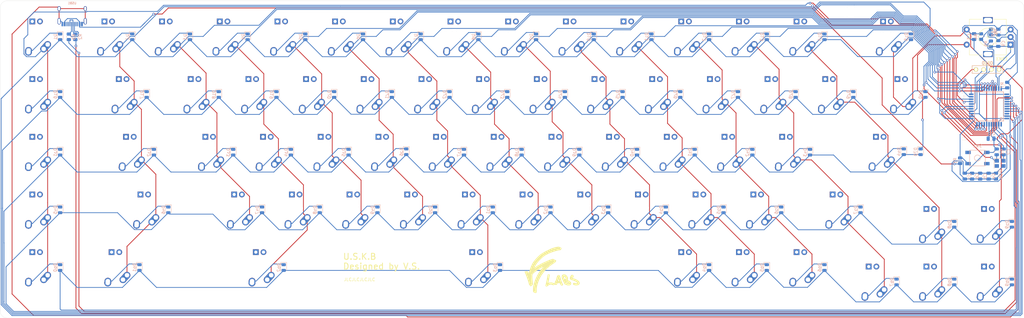
<source format=kicad_pcb>
(kicad_pcb (version 20171130) (host pcbnew "(5.1.9)-1")
  (layers (0 F.Cu signal) (31 B.Cu signal) (34 B.Paste user) (35 F.Paste user) (36 B.SilkS user) (37 F.SilkS user) (38 B.Mask user) (39 F.Mask user) (44 Edge.Cuts user))
  (net 0 "")
  (net 1 GND)
  (net 2 XTAL1)
  (net 3 XTAL2)
  (net 4 COL14)
  (net 5 VCC)
  (net 6 ROT_A)
  (net 7 ROT_B)
  (net 8 "Net-(C11-Pad2)")
  (net 9 ROW0)
  (net 10 "Net-(D1-Pad1)")
  (net 11 "Net-(D2-Pad1)")
  (net 12 "Net-(D3-Pad1)")
  (net 13 "Net-(D4-Pad1)")
  (net 14 "Net-(D5-Pad1)")
  (net 15 "Net-(D6-Pad1)")
  (net 16 "Net-(D7-Pad1)")
  (net 17 "Net-(D8-Pad1)")
  (net 18 "Net-(D9-Pad1)")
  (net 19 "Net-(D10-Pad1)")
  (net 20 "Net-(D11-Pad1)")
  (net 21 "Net-(D12-Pad1)")
  (net 22 "Net-(D13-Pad1)")
  (net 23 "Net-(D14-Pad1)")
  (net 24 "Net-(D15-Pad1)")
  (net 25 ROW1)
  (net 26 "Net-(D16-Pad1)")
  (net 27 "Net-(D17-Pad1)")
  (net 28 "Net-(D18-Pad1)")
  (net 29 "Net-(D19-Pad1)")
  (net 30 "Net-(D20-Pad1)")
  (net 31 "Net-(D21-Pad1)")
  (net 32 "Net-(D22-Pad1)")
  (net 33 "Net-(D23-Pad1)")
  (net 34 "Net-(D24-Pad1)")
  (net 35 "Net-(D25-Pad1)")
  (net 36 "Net-(D26-Pad1)")
  (net 37 "Net-(D27-Pad1)")
  (net 38 "Net-(D28-Pad1)")
  (net 39 "Net-(D29-Pad1)")
  (net 40 "Net-(D30-Pad1)")
  (net 41 ROW2)
  (net 42 "Net-(D31-Pad1)")
  (net 43 "Net-(D32-Pad1)")
  (net 44 "Net-(D33-Pad1)")
  (net 45 "Net-(D34-Pad1)")
  (net 46 "Net-(D35-Pad1)")
  (net 47 "Net-(D36-Pad1)")
  (net 48 "Net-(D37-Pad1)")
  (net 49 "Net-(D38-Pad1)")
  (net 50 "Net-(D39-Pad1)")
  (net 51 "Net-(D40-Pad1)")
  (net 52 "Net-(D41-Pad1)")
  (net 53 "Net-(D42-Pad1)")
  (net 54 "Net-(D43-Pad1)")
  (net 55 "Net-(D44-Pad1)")
  (net 56 ROW3)
  (net 57 "Net-(D45-Pad1)")
  (net 58 "Net-(D46-Pad1)")
  (net 59 "Net-(D47-Pad1)")
  (net 60 "Net-(D48-Pad1)")
  (net 61 "Net-(D49-Pad1)")
  (net 62 "Net-(D50-Pad1)")
  (net 63 "Net-(D51-Pad1)")
  (net 64 "Net-(D52-Pad1)")
  (net 65 "Net-(D53-Pad1)")
  (net 66 "Net-(D54-Pad1)")
  (net 67 "Net-(D55-Pad1)")
  (net 68 "Net-(D56-Pad1)")
  (net 69 "Net-(D57-Pad1)")
  (net 70 "Net-(D58-Pad1)")
  (net 71 "Net-(D59-Pad1)")
  (net 72 ROW4)
  (net 73 "Net-(D60-Pad1)")
  (net 74 "Net-(D61-Pad1)")
  (net 75 "Net-(D62-Pad1)")
  (net 76 "Net-(D63-Pad1)")
  (net 77 "Net-(D64-Pad1)")
  (net 78 "Net-(D65-Pad1)")
  (net 79 "Net-(D66-Pad1)")
  (net 80 "Net-(D67-Pad1)")
  (net 81 "Net-(D68-Pad1)")
  (net 82 "Net-(D69-Pad1)")
  (net 83 R_ENC)
  (net 84 COL0)
  (net 85 COL1)
  (net 86 COL2)
  (net 87 COL3)
  (net 88 COL4)
  (net 89 COL5)
  (net 90 COL6)
  (net 91 COL7)
  (net 92 COL8)
  (net 93 COL10)
  (net 94 COL11)
  (net 95 COL12)
  (net 96 COL13)
  (net 97 SCL)
  (net 98 SDA)
  (net 99 RESET)
  (net 100 "Net-(R2-Pad2)")
  (net 101 D-)
  (net 102 "Net-(R3-Pad2)")
  (net 103 D+)
  (net 104 "Net-(R7-Pad2)")
  (net 105 "Net-(U1-Pad42)")
  (net 106 COL9)
  (net 107 "Net-(USB1-Pad9)")
  (net 108 "Net-(USB1-Pad10)")
  (net 109 "Net-(USB1-Pad3)")
  (net 110 "Net-(USB1-Pad4)")
  (net 111 "Net-(U1-Pad1)")
  (module "Keyboard Master List:labs" (layer F.Cu) (at 199.23125 105.56875)
    (fp_text reference G*** hide)
    (fp_text value LOGO hide)
  )
  (module "Keyboard Master List:logo" (layer F.Cu) (at 192.88125 102.39375)
    (fp_text reference G*** hide)
    (fp_text value LOGO hide)
  )
  (module "Keebio Parts:HRO-TYPE-C-31-M-12-Assembly" (layer B.Cu) (at 37.30625 13.49375)
    (fp_text reference USB1 (at 0 0.79375 180) (layer B.SilkS) (effects (font (size 0.7 0.7)) (justify mirror)))
    (fp_text value HRO-TYPE-C-31-M-12)
    (pad 12 smd rect (at 3.225 7.695) (size 0.6 1.45) (layers B.Cu B.Paste B.Mask) (net 1 GND))
    (pad 1 smd rect (at -3.225 7.695) (size 0.6 1.45) (layers B.Cu B.Paste B.Mask) (net 1 GND))
    (pad 11 smd rect (at 2.45 7.695) (size 0.6 1.45) (layers B.Cu B.Paste B.Mask) (net 5 VCC))
    (pad 2 smd rect (at -2.45 7.695) (size 0.6 1.45) (layers B.Cu B.Paste B.Mask) (net 5 VCC))
    (pad 3 smd rect (at -1.75 7.695) (size 0.3 1.45) (layers B.Cu B.Paste B.Mask) (net 109 "Net-(USB1-Pad3)"))
    (pad 10 smd rect (at 1.75 7.695) (size 0.3 1.45) (layers B.Cu B.Paste B.Mask) (net 108 "Net-(USB1-Pad10)"))
    (pad 4 smd rect (at -1.25 7.695) (size 0.3 1.45) (layers B.Cu B.Paste B.Mask) (net 110 "Net-(USB1-Pad4)"))
    (pad 9 smd rect (at 1.25 7.695) (size 0.3 1.45) (layers B.Cu B.Paste B.Mask) (net 107 "Net-(USB1-Pad9)"))
    (pad 5 smd rect (at -0.75 7.695) (size 0.3 1.45) (layers B.Cu B.Paste B.Mask) (net 100 "Net-(R2-Pad2)"))
    (pad 8 smd rect (at 0.75 7.695) (size 0.3 1.45) (layers B.Cu B.Paste B.Mask) (net 102 "Net-(R3-Pad2)"))
    (pad 7 smd rect (at 0.25 7.695) (size 0.3 1.45) (layers B.Cu B.Paste B.Mask) (net 100 "Net-(R2-Pad2)"))
    (pad 6 smd rect (at -0.25 7.695) (size 0.3 1.45) (layers B.Cu B.Paste B.Mask) (net 102 "Net-(R3-Pad2)"))
    (pad "" np_thru_hole circle (at 2.89 6.25) (size 0.65 0.65) (drill 0.65) (layers *.Cu *.Mask))
    (pad "" np_thru_hole circle (at -2.89 6.25) (size 0.65 0.65) (drill 0.65) (layers *.Cu *.Mask))
    (pad 13 thru_hole oval (at -4.32 6.78) (size 1 2.1) (drill oval 0.6 1.7) (layers *.Cu *.Mask) (net 1 GND))
    (pad 13 thru_hole oval (at 4.32 6.78) (size 1 2.1) (drill oval 0.6 1.7) (layers *.Cu *.Mask) (net 1 GND))
    (pad 13 thru_hole oval (at -4.32 2.6) (size 1 1.6) (drill oval 0.6 1.2) (layers *.Cu *.Mask) (net 1 GND))
    (pad 13 thru_hole oval (at 4.32 2.6) (size 1 1.6) (drill oval 0.6 1.2) (layers *.Cu *.Mask) (net 1 GND))
  )
  (module "Keebio Parts:ATMEGA32U4-AU" (layer B.Cu) (at 340.106 48.387 90)
    (fp_text reference U1 (at -3.474 8.014 90) (layer B.SilkS) (effects (font (size 1.4 1.4) (thickness 0.05)) (justify mirror)))
    (fp_text value ATmega32U4-AU (at -2.55 -8.1261 90) (layer B.SilkS) (effects (font (size 1.4 1.4) (thickness 0.05)) (justify mirror)))
    (pad 44 smd rect (at -4 5.9 90) (size 0.5 1.5) (layers B.Cu B.Paste B.Mask) (net 5 VCC))
    (pad 43 smd rect (at -3.2 5.9 90) (size 0.5 1.5) (layers B.Cu B.Paste B.Mask) (net 1 GND))
    (pad 42 smd rect (at -2.4 5.9 90) (size 0.5 1.5) (layers B.Cu B.Paste B.Mask) (net 105 "Net-(U1-Pad42)"))
    (pad 41 smd rect (at -1.6 5.9 90) (size 0.5 1.5) (layers B.Cu B.Paste B.Mask) (net 9 ROW0))
    (pad 40 smd rect (at -0.8 5.9 90) (size 0.5 1.5) (layers B.Cu B.Paste B.Mask) (net 25 ROW1))
    (pad 39 smd rect (at 0 5.9 90) (size 0.5 1.5) (layers B.Cu B.Paste B.Mask) (net 41 ROW2))
    (pad 38 smd rect (at 0.8 5.9 90) (size 0.5 1.5) (layers B.Cu B.Paste B.Mask) (net 56 ROW3))
    (pad 37 smd rect (at 1.6 5.9 90) (size 0.5 1.5) (layers B.Cu B.Paste B.Mask) (net 72 ROW4))
    (pad 36 smd rect (at 2.4 5.9 90) (size 0.5 1.5) (layers B.Cu B.Paste B.Mask) (net 4 COL14))
    (pad 35 smd rect (at 3.2 5.9 90) (size 0.5 1.5) (layers B.Cu B.Paste B.Mask) (net 1 GND))
    (pad 34 smd rect (at 4 5.9 90) (size 0.5 1.5) (layers B.Cu B.Paste B.Mask) (net 5 VCC))
    (pad 33 smd rect (at 5.9 4 90) (size 1.5 0.5) (layers B.Cu B.Paste B.Mask) (net 104 "Net-(R7-Pad2)"))
    (pad 32 smd rect (at 5.9 3.2 90) (size 1.5 0.5) (layers B.Cu B.Paste B.Mask) (net 7 ROT_B))
    (pad 31 smd rect (at 5.9 2.4 90) (size 1.5 0.5) (layers B.Cu B.Paste B.Mask) (net 6 ROT_A))
    (pad 30 smd rect (at 5.9 1.6 90) (size 1.5 0.5) (layers B.Cu B.Paste B.Mask) (net 90 COL6))
    (pad 29 smd rect (at 5.9 0.8 90) (size 1.5 0.5) (layers B.Cu B.Paste B.Mask) (net 89 COL5))
    (pad 28 smd rect (at 5.9 0 90) (size 1.5 0.5) (layers B.Cu B.Paste B.Mask) (net 88 COL4))
    (pad 27 smd rect (at 5.9 -0.8 90) (size 1.5 0.5) (layers B.Cu B.Paste B.Mask) (net 96 COL13))
    (pad 26 smd rect (at 5.9 -1.6 90) (size 1.5 0.5) (layers B.Cu B.Paste B.Mask) (net 95 COL12))
    (pad 25 smd rect (at 5.9 -2.4 90) (size 1.5 0.5) (layers B.Cu B.Paste B.Mask) (net 93 COL10))
    (pad 24 smd rect (at 5.9 -3.2 90) (size 1.5 0.5) (layers B.Cu B.Paste B.Mask) (net 5 VCC))
    (pad 23 smd rect (at 5.9 -4 90) (size 1.5 0.5) (layers B.Cu B.Paste B.Mask) (net 1 GND))
    (pad 22 smd rect (at 4 -5.9 90) (size 0.5 1.5) (layers B.Cu B.Paste B.Mask) (net 94 COL11))
    (pad 21 smd rect (at 3.2 -5.9 90) (size 0.5 1.5) (layers B.Cu B.Paste B.Mask) (net 106 COL9))
    (pad 20 smd rect (at 2.4 -5.9 90) (size 0.5 1.5) (layers B.Cu B.Paste B.Mask) (net 92 COL8))
    (pad 19 smd rect (at 1.6 -5.9 90) (size 0.5 1.5) (layers B.Cu B.Paste B.Mask) (net 98 SDA))
    (pad 18 smd rect (at 0.8 -5.9 90) (size 0.5 1.5) (layers B.Cu B.Paste B.Mask) (net 97 SCL))
    (pad 17 smd rect (at 0 -5.9 90) (size 0.5 1.5) (layers B.Cu B.Paste B.Mask) (net 2 XTAL1))
    (pad 16 smd rect (at -0.8 -5.9 90) (size 0.5 1.5) (layers B.Cu B.Paste B.Mask) (net 3 XTAL2))
    (pad 15 smd rect (at -1.6 -5.9 90) (size 0.5 1.5) (layers B.Cu B.Paste B.Mask) (net 1 GND))
    (pad 14 smd rect (at -2.4 -5.9 90) (size 0.5 1.5) (layers B.Cu B.Paste B.Mask) (net 5 VCC))
    (pad 13 smd rect (at -3.2 -5.9 90) (size 0.5 1.5) (layers B.Cu B.Paste B.Mask) (net 99 RESET))
    (pad 12 smd rect (at -4 -5.9 90) (size 0.5 1.5) (layers B.Cu B.Paste B.Mask) (net 91 COL7))
    (pad 11 smd rect (at -5.9 -4 90) (size 1.5 0.5) (layers B.Cu B.Paste B.Mask) (net 87 COL3))
    (pad 10 smd rect (at -5.9 -3.2 90) (size 1.5 0.5) (layers B.Cu B.Paste B.Mask) (net 86 COL2))
    (pad 9 smd rect (at -5.9 -2.4 90) (size 1.5 0.5) (layers B.Cu B.Paste B.Mask) (net 85 COL1))
    (pad 8 smd rect (at -5.9 -1.6 90) (size 1.5 0.5) (layers B.Cu B.Paste B.Mask) (net 84 COL0))
    (pad 7 smd rect (at -5.9 -0.8 90) (size 1.5 0.5) (layers B.Cu B.Paste B.Mask) (net 5 VCC))
    (pad 6 smd rect (at -5.9 0 90) (size 1.5 0.5) (layers B.Cu B.Paste B.Mask) (net 8 "Net-(C11-Pad2)"))
    (pad 5 smd rect (at -5.9 0.8 90) (size 1.5 0.5) (layers B.Cu B.Paste B.Mask) (net 1 GND))
    (pad 4 smd rect (at -5.9 1.6 90) (size 1.5 0.5) (layers B.Cu B.Paste B.Mask) (net 103 D+))
    (pad 3 smd rect (at -5.9 2.4 90) (size 1.5 0.5) (layers B.Cu B.Paste B.Mask) (net 101 D-))
    (pad 2 smd rect (at -5.9 3.2 90) (size 1.5 0.5) (layers B.Cu B.Paste B.Mask) (net 5 VCC))
    (pad 1 smd rect (at -5.9 4 90) (size 1.5 0.5) (layers B.Cu B.Paste B.Mask) (net 111 "Net-(U1-Pad1)"))
  )
  (module "Keyboard Master List:MX-1.5U" (layer F.Cu) (at 311.09158 44.45 180)
    (fp_text reference MX30)
    (fp_text value MX-NoLED-MX_Alps_Hybrid)
    (pad "" np_thru_hole circle (at 5.08 0 228.0996) (size 1.75 1.75) (drill 1.75) (layers *.Cu *.Mask))
    (pad "" np_thru_hole circle (at -5.08 0 228.0996) (size 1.75 1.75) (drill 1.75) (layers *.Cu *.Mask))
    (pad 4 thru_hole rect (at 1.27 5.08 180) (size 1.905 1.905) (drill 1.04) (layers *.Cu B.Mask))
    (pad 3 thru_hole circle (at -1.27 5.08 180) (size 1.905 1.905) (drill 1.04) (layers *.Cu B.Mask))
    (pad 1 thru_hole circle (at -2.5 -4 180) (size 2.25 2.25) (drill 1.47) (layers *.Cu B.Mask) (net 4 COL14))
    (pad "" np_thru_hole circle (at 0 0 180) (size 3.9878 3.9878) (drill 3.9878) (layers *.Cu *.Mask))
    (pad 1 thru_hole oval (at -3.81 -2.54 228.0996) (size 4.211556 2.25) (drill 1.47 (offset 0.980778 0)) (layers *.Cu B.Mask) (net 4 COL14))
    (pad 2 thru_hole circle (at 2.54 -5.08 180) (size 2.25 2.25) (drill 1.47) (layers *.Cu B.Mask) (net 40 "Net-(D30-Pad1)"))
    (pad 2 thru_hole oval (at 2.5 -4.5 266.0548) (size 2.831378 2.25) (drill 1.47 (offset 0.290689 0)) (layers *.Cu B.Mask) (net 40 "Net-(D30-Pad1)"))
  )
  (module "Keyboard Master List:MX-2.25U" (layer F.Cu) (at 304.00625 63.5 180)
    (fp_text reference MX44)
    (fp_text value MX-NoLED-MX_Alps_Hybrid)
    (pad 2 thru_hole oval (at 2.5 -4.5 266.0548) (size 2.831378 2.25) (drill 1.47 (offset 0.290689 0)) (layers *.Cu B.Mask) (net 55 "Net-(D44-Pad1)"))
    (pad 2 thru_hole circle (at 2.54 -5.08 180) (size 2.25 2.25) (drill 1.47) (layers *.Cu B.Mask) (net 55 "Net-(D44-Pad1)"))
    (pad 1 thru_hole oval (at -3.81 -2.54 228.0996) (size 4.211556 2.25) (drill 1.47 (offset 0.980778 0)) (layers *.Cu B.Mask) (net 96 COL13))
    (pad "" np_thru_hole circle (at 0 0 180) (size 3.9878 3.9878) (drill 3.9878) (layers *.Cu *.Mask))
    (pad 1 thru_hole circle (at -2.5 -4 180) (size 2.25 2.25) (drill 1.47) (layers *.Cu B.Mask) (net 96 COL13))
    (pad 3 thru_hole circle (at -1.27 5.08 180) (size 1.905 1.905) (drill 1.04) (layers *.Cu B.Mask))
    (pad 4 thru_hole rect (at 1.27 5.08 180) (size 1.905 1.905) (drill 1.04) (layers *.Cu B.Mask))
    (pad "" np_thru_hole circle (at -5.08 0 228.0996) (size 1.75 1.75) (drill 1.75) (layers *.Cu *.Mask))
    (pad "" np_thru_hole circle (at 5.08 0 228.0996) (size 1.75 1.75) (drill 1.75) (layers *.Cu *.Mask))
    (pad "" np_thru_hole circle (at -11.938 -6.985 180) (size 3.048 3.048) (drill 3.048) (layers *.Cu *.Mask))
    (pad "" np_thru_hole circle (at 11.938 -6.985 180) (size 3.048 3.048) (drill 3.048) (layers *.Cu *.Mask))
    (pad "" np_thru_hole circle (at -11.938 8.255 180) (size 3.9878 3.9878) (drill 3.9878) (layers *.Cu *.Mask))
    (pad "" np_thru_hole circle (at 11.938 8.255 180) (size 3.9878 3.9878) (drill 3.9878) (layers *.Cu *.Mask))
  )
  (module Rotary_Encoder:RotaryEncoder_Alps_EC11E-Switch_Vertical_H20mm (layer F.Cu) (at 347.218 27.9908 180)
    (fp_text reference ENC1 (at 2.8 -4.7) (layer F.SilkS))
    (fp_text value Rotary_Encoder_Switch)
    (pad S1 thru_hole circle (at 14.5 5 180) (size 2 2) (drill 1) (layers *.Cu *.Mask) (net 4 COL14))
    (pad S2 thru_hole circle (at 14.5 0 180) (size 2 2) (drill 1) (layers *.Cu *.Mask) (net 83 R_ENC))
    (pad MP thru_hole rect (at 7.5 8.1 180) (size 3.2 2) (drill oval 2.8 1.5) (layers *.Cu *.Mask))
    (pad MP thru_hole rect (at 7.5 -3.1 180) (size 3.2 2) (drill oval 2.8 1.5) (layers *.Cu *.Mask))
    (pad B thru_hole circle (at 0 5 180) (size 2 2) (drill 1) (layers *.Cu *.Mask) (net 7 ROT_B))
    (pad C thru_hole circle (at 0 2.5 180) (size 2 2) (drill 1) (layers *.Cu *.Mask) (net 1 GND))
    (pad A thru_hole rect (at 0 0 180) (size 2 2) (drill 1) (layers *.Cu *.Mask) (net 6 ROT_A))
  )
  (module Capacitor_SMD:C_0805_2012Metric (layer B.Cu) (at 335.153 25.3238 270)
    (fp_text reference C3 (at 0 1.68 90) (layer B.SilkS) (effects (justify mirror)))
    (fp_text value 0.1u)
    (pad 1 smd roundrect (at -0.95 0 270) (size 1 1.45) (layers B.Cu B.Paste B.Mask) (net 4 COL14))
    (pad 2 smd roundrect (at 0.95 0 270) (size 1 1.45) (layers B.Cu B.Paste B.Mask) (net 1 GND))
  )
  (module Capacitor_SMD:C_0805_2012Metric (layer B.Cu) (at 343.154 23.85655 270)
    (fp_text reference C10 (at 0 1.68 90) (layer B.SilkS) (effects (justify mirror)))
    (fp_text value 0.1u)
    (pad 1 smd roundrect (at -0.95 0 270) (size 1 1.45) (layers B.Cu B.Paste B.Mask) (net 1 GND))
    (pad 2 smd roundrect (at 0.95 0 270) (size 1 1.45) (layers B.Cu B.Paste B.Mask) (net 7 ROT_B))
  )
  (module Capacitor_SMD:C_0805_2012Metric (layer B.Cu) (at 343.154 27.6098 90)
    (fp_text reference C9 (at 0 1.68 90) (layer B.SilkS) (effects (justify mirror)))
    (fp_text value 0.1u)
    (pad 1 smd roundrect (at -0.95 0 90) (size 1 1.45) (layers B.Cu B.Paste B.Mask) (net 6 ROT_A))
    (pad 2 smd roundrect (at 0.95 0 90) (size 1 1.45) (layers B.Cu B.Paste B.Mask) (net 1 GND))
  )
  (module Resistor_SMD:R_0805_2012Metric (layer B.Cu) (at 340.70375 27.7033 270)
    (fp_text reference R5 (at 0 1.65 270) (layer B.SilkS) (effects (justify mirror)))
    (fp_text value 10k)
    (pad 1 smd roundrect (at -0.9125 0 270) (size 1.025 1.4) (layers B.Cu B.Paste B.Mask) (roundrect_rratio 0.2439014634146341) (net 5 VCC))
    (pad 2 smd roundrect (at 0.9125 0 270) (size 1.025 1.4) (layers B.Cu B.Paste B.Mask) (roundrect_rratio 0.2439014634146341) (net 6 ROT_A))
  )
  (module Resistor_SMD:R_0805_2012Metric (layer B.Cu) (at 340.741 23.7998 90)
    (fp_text reference R6 (at 0 1.65 270) (layer B.SilkS) (effects (justify mirror)))
    (fp_text value 10k)
    (pad 1 smd roundrect (at -0.9125 0 90) (size 1.025 1.4) (layers B.Cu B.Paste B.Mask) (roundrect_rratio 0.2439014634146341) (net 7 ROT_B))
    (pad 2 smd roundrect (at 0.9125 0 90) (size 1.025 1.4) (layers B.Cu B.Paste B.Mask) (roundrect_rratio 0.2439014634146341) (net 5 VCC))
  )
  (module Resistor_SMD:R_0805_2012Metric (layer B.Cu) (at 337.439 25.3238 270)
    (fp_text reference R4 (at 0 1.65 270) (layer B.SilkS) (effects (justify mirror)))
    (fp_text value 10k)
    (pad 1 smd roundrect (at -0.9125 0 270) (size 1.025 1.4) (layers B.Cu B.Paste B.Mask) (roundrect_rratio 0.2439014634146341) (net 4 COL14))
    (pad 2 smd roundrect (at 0.9125 0 270) (size 1.025 1.4) (layers B.Cu B.Paste B.Mask) (roundrect_rratio 0.2439014634146341) (net 5 VCC))
  )
  (module "Keyboard Master List:MX-1U" (layer F.Cu) (at 49.2125 25.4 180)
    (fp_text reference MX2)
    (fp_text value MX-NoLED-MX_Alps_Hybrid)
    (pad 2 thru_hole oval (at 2.5 -4.5 266.0548) (size 2.831378 2.25) (drill 1.47 (offset 0.290689 0)) (layers *.Cu B.Mask) (net 11 "Net-(D2-Pad1)"))
    (pad 2 thru_hole circle (at 2.54 -5.08 180) (size 2.25 2.25) (drill 1.47) (layers *.Cu B.Mask) (net 11 "Net-(D2-Pad1)"))
    (pad 1 thru_hole oval (at -3.81 -2.54 228.0996) (size 4.211556 2.25) (drill 1.47 (offset 0.980778 0)) (layers *.Cu B.Mask) (net 85 COL1))
    (pad "" np_thru_hole circle (at 0 0 180) (size 3.9878 3.9878) (drill 3.9878) (layers *.Cu *.Mask))
    (pad 1 thru_hole circle (at -2.5 -4 180) (size 2.25 2.25) (drill 1.47) (layers *.Cu B.Mask) (net 85 COL1))
    (pad 3 thru_hole circle (at -1.27 5.08 180) (size 1.905 1.905) (drill 1.04) (layers *.Cu B.Mask))
    (pad 4 thru_hole rect (at 1.27 5.08 180) (size 1.905 1.905) (drill 1.04) (layers *.Cu B.Mask))
    (pad "" np_thru_hole circle (at -5.08 0 228.0996) (size 1.75 1.75) (drill 1.75) (layers *.Cu *.Mask))
    (pad "" np_thru_hole circle (at 5.08 0 228.0996) (size 1.75 1.75) (drill 1.75) (layers *.Cu *.Mask))
  )
  (module "Keebio Parts:Crystal_SMD_3225-4pin_3.2x2.5mm" (layer B.Cu) (at 343.7636 67.2084)
    (fp_text reference X1 (at 0 2.45) (layer B.SilkS) (effects (font (size 0.8 0.8)) (justify mirror)))
    (fp_text value XTAL_GND)
    (pad 1 smd rect (at -1.1 -0.85) (size 1.4 1.2) (layers B.Cu B.Paste B.Mask) (net 2 XTAL1))
    (pad 2 smd rect (at 1.1 -0.85) (size 1.4 1.2) (layers B.Cu B.Paste B.Mask) (net 3 XTAL2))
    (pad 3 smd rect (at 1.1 0.85) (size 1.4 1.2) (layers B.Cu B.Paste B.Mask) (net 1 GND))
    (pad 4 smd rect (at -1.1 0.85) (size 1.4 1.2) (layers B.Cu B.Paste B.Mask))
  )
  (module "Keyboard Master List:SKQG-1155865" (layer B.Cu) (at 336.2706 65.4304)
    (fp_text reference SW1 (at 0 -4.064) (layer B.SilkS) (effects (justify mirror)))
    (fp_text value SW_PUSH)
    (pad 4 smd rect (at -3.1 -1.85) (size 1.8 1.1) (layers B.Cu B.Paste B.Mask))
    (pad 3 smd rect (at 3.1 1.85) (size 1.8 1.1) (layers B.Cu B.Paste B.Mask))
    (pad 2 smd rect (at -3.1 1.85) (size 1.8 1.1) (layers B.Cu B.Paste B.Mask) (net 99 RESET))
    (pad 1 smd rect (at 3.1 -1.85) (size 1.8 1.1) (layers B.Cu B.Paste B.Mask) (net 1 GND))
  )
  (module Resistor_SMD:R_0805_2012Metric (layer B.Cu) (at 346.1131 41.3366 270)
    (fp_text reference R7 (at 0 1.65 270) (layer B.SilkS) (effects (justify mirror)))
    (fp_text value 10k)
    (pad 1 smd roundrect (at -0.9125 0 270) (size 1.025 1.4) (layers B.Cu B.Paste B.Mask) (roundrect_rratio 0.2439014634146341) (net 1 GND))
    (pad 2 smd roundrect (at 0.9125 0 270) (size 1.025 1.4) (layers B.Cu B.Paste B.Mask) (roundrect_rratio 0.2439014634146341) (net 104 "Net-(R7-Pad2)"))
  )
  (module Resistor_SMD:R_0805_2012Metric (layer B.Cu) (at 36.195 25.4 90)
    (fp_text reference R3 (at 0 1.65 90) (layer B.SilkS) (effects (justify mirror)))
    (fp_text value 22)
    (pad 1 smd roundrect (at -0.9125 0 90) (size 1.025 1.4) (layers B.Cu B.Paste B.Mask) (roundrect_rratio 0.2439014634146341) (net 103 D+))
    (pad 2 smd roundrect (at 0.9125 0 90) (size 1.025 1.4) (layers B.Cu B.Paste B.Mask) (roundrect_rratio 0.2439014634146341) (net 102 "Net-(R3-Pad2)"))
  )
  (module Resistor_SMD:R_0805_2012Metric (layer B.Cu) (at 38.354 25.4 90)
    (fp_text reference R2 (at 0 1.65 90) (layer B.SilkS) (effects (justify mirror)))
    (fp_text value 22)
    (pad 1 smd roundrect (at -0.9125 0 90) (size 1.025 1.4) (layers B.Cu B.Paste B.Mask) (roundrect_rratio 0.2439014634146341) (net 101 D-))
    (pad 2 smd roundrect (at 0.9125 0 90) (size 1.025 1.4) (layers B.Cu B.Paste B.Mask) (roundrect_rratio 0.2439014634146341) (net 100 "Net-(R2-Pad2)"))
  )
  (module Resistor_SMD:R_0805_2012Metric (layer B.Cu) (at 330.5556 66.3194 270)
    (fp_text reference R1 (at 0 1.65 90) (layer B.SilkS) (effects (justify mirror)))
    (fp_text value 10k)
    (pad 2 smd roundrect (at 0.9125 0 270) (size 1.025 1.4) (layers B.Cu B.Paste B.Mask) (roundrect_rratio 0.2439014634146341) (net 5 VCC))
    (pad 1 smd roundrect (at -0.9125 0 270) (size 1.025 1.4) (layers B.Cu B.Paste B.Mask) (roundrect_rratio 0.2439014634146341) (net 99 RESET))
  )
  (module "Keyboard Master List:OLED" (layer F.Cu) (at 335.788 36.195)
    (fp_text reference OL1)
    (fp_text value OLED-kbd hide)
    (fp_text user OLED (at 3.75 -2.1) (layer B.SilkS) (effects (justify mirror)))
    (fp_text user OLED (at 3.8 -2.1) (layer F.SilkS))
    (pad 4 thru_hole circle (at 7.62 0) (size 1.397 1.397) (drill 0.8128) (layers *.Cu *.Mask F.SilkS) (net 1 GND))
    (pad 3 thru_hole circle (at 5.08 0) (size 1.397 1.397) (drill 0.8128) (layers *.Cu *.Mask F.SilkS) (net 5 VCC))
    (pad 2 thru_hole circle (at 2.54 0) (size 1.397 1.397) (drill 0.8128) (layers *.Cu *.Mask F.SilkS) (net 97 SCL))
    (pad 1 thru_hole circle (at 0 0) (size 1.397 1.397) (drill 0.8128) (layers *.Cu *.Mask F.SilkS) (net 98 SDA))
  )
  (module "Keyboard Master List:MX-1U" (layer F.Cu) (at 339.725 106.3625 180)
    (fp_text reference MX69)
    (fp_text value MX-NoLED-MX_Alps_Hybrid)
    (pad 2 thru_hole oval (at 2.5 -4.5 266.0548) (size 2.831378 2.25) (drill 1.47 (offset 0.290689 0)) (layers *.Cu B.Mask) (net 82 "Net-(D69-Pad1)"))
    (pad 2 thru_hole circle (at 2.54 -5.08 180) (size 2.25 2.25) (drill 1.47) (layers *.Cu B.Mask) (net 82 "Net-(D69-Pad1)"))
    (pad 1 thru_hole oval (at -3.81 -2.54 228.0996) (size 4.211556 2.25) (drill 1.47 (offset 0.980778 0)) (layers *.Cu B.Mask) (net 4 COL14))
    (pad "" np_thru_hole circle (at 0 0 180) (size 3.9878 3.9878) (drill 3.9878) (layers *.Cu *.Mask))
    (pad 1 thru_hole circle (at -2.5 -4 180) (size 2.25 2.25) (drill 1.47) (layers *.Cu B.Mask) (net 4 COL14))
    (pad 3 thru_hole circle (at -1.27 5.08 180) (size 1.905 1.905) (drill 1.04) (layers *.Cu B.Mask))
    (pad 4 thru_hole rect (at 1.27 5.08 180) (size 1.905 1.905) (drill 1.04) (layers *.Cu B.Mask))
    (pad "" np_thru_hole circle (at -5.08 0 228.0996) (size 1.75 1.75) (drill 1.75) (layers *.Cu *.Mask))
    (pad "" np_thru_hole circle (at 5.08 0 228.0996) (size 1.75 1.75) (drill 1.75) (layers *.Cu *.Mask))
  )
  (module "Keyboard Master List:MX-1U" (layer F.Cu) (at 320.675 106.3625 180)
    (fp_text reference MX68)
    (fp_text value MX-NoLED-MX_Alps_Hybrid)
    (pad 2 thru_hole oval (at 2.5 -4.5 266.0548) (size 2.831378 2.25) (drill 1.47 (offset 0.290689 0)) (layers *.Cu B.Mask) (net 81 "Net-(D68-Pad1)"))
    (pad 2 thru_hole circle (at 2.54 -5.08 180) (size 2.25 2.25) (drill 1.47) (layers *.Cu B.Mask) (net 81 "Net-(D68-Pad1)"))
    (pad 1 thru_hole oval (at -3.81 -2.54 228.0996) (size 4.211556 2.25) (drill 1.47 (offset 0.980778 0)) (layers *.Cu B.Mask) (net 96 COL13))
    (pad "" np_thru_hole circle (at 0 0 180) (size 3.9878 3.9878) (drill 3.9878) (layers *.Cu *.Mask))
    (pad 1 thru_hole circle (at -2.5 -4 180) (size 2.25 2.25) (drill 1.47) (layers *.Cu B.Mask) (net 96 COL13))
    (pad 3 thru_hole circle (at -1.27 5.08 180) (size 1.905 1.905) (drill 1.04) (layers *.Cu B.Mask))
    (pad 4 thru_hole rect (at 1.27 5.08 180) (size 1.905 1.905) (drill 1.04) (layers *.Cu B.Mask))
    (pad "" np_thru_hole circle (at -5.08 0 228.0996) (size 1.75 1.75) (drill 1.75) (layers *.Cu *.Mask))
    (pad "" np_thru_hole circle (at 5.08 0 228.0996) (size 1.75 1.75) (drill 1.75) (layers *.Cu *.Mask))
  )
  (module "Keyboard Master List:MX-1U" (layer F.Cu) (at 301.625 106.3625 180)
    (fp_text reference MX67)
    (fp_text value MX-NoLED-MX_Alps_Hybrid)
    (pad 2 thru_hole oval (at 2.5 -4.5 266.0548) (size 2.831378 2.25) (drill 1.47 (offset 0.290689 0)) (layers *.Cu B.Mask) (net 80 "Net-(D67-Pad1)"))
    (pad 2 thru_hole circle (at 2.54 -5.08 180) (size 2.25 2.25) (drill 1.47) (layers *.Cu B.Mask) (net 80 "Net-(D67-Pad1)"))
    (pad 1 thru_hole oval (at -3.81 -2.54 228.0996) (size 4.211556 2.25) (drill 1.47 (offset 0.980778 0)) (layers *.Cu B.Mask) (net 95 COL12))
    (pad "" np_thru_hole circle (at 0 0 180) (size 3.9878 3.9878) (drill 3.9878) (layers *.Cu *.Mask))
    (pad 1 thru_hole circle (at -2.5 -4 180) (size 2.25 2.25) (drill 1.47) (layers *.Cu B.Mask) (net 95 COL12))
    (pad 3 thru_hole circle (at -1.27 5.08 180) (size 1.905 1.905) (drill 1.04) (layers *.Cu B.Mask))
    (pad 4 thru_hole rect (at 1.27 5.08 180) (size 1.905 1.905) (drill 1.04) (layers *.Cu B.Mask))
    (pad "" np_thru_hole circle (at -5.08 0 228.0996) (size 1.75 1.75) (drill 1.75) (layers *.Cu *.Mask))
    (pad "" np_thru_hole circle (at 5.08 0 228.0996) (size 1.75 1.75) (drill 1.75) (layers *.Cu *.Mask))
  )
  (module "Keyboard Master List:MX-1U" (layer F.Cu) (at 277.8125 101.6 180)
    (fp_text reference MX66)
    (fp_text value MX-NoLED-MX_Alps_Hybrid)
    (pad 2 thru_hole oval (at 2.5 -4.5 266.0548) (size 2.831378 2.25) (drill 1.47 (offset 0.290689 0)) (layers *.Cu B.Mask) (net 79 "Net-(D66-Pad1)"))
    (pad 2 thru_hole circle (at 2.54 -5.08 180) (size 2.25 2.25) (drill 1.47) (layers *.Cu B.Mask) (net 79 "Net-(D66-Pad1)"))
    (pad 1 thru_hole oval (at -3.81 -2.54 228.0996) (size 4.211556 2.25) (drill 1.47 (offset 0.980778 0)) (layers *.Cu B.Mask) (net 94 COL11))
    (pad "" np_thru_hole circle (at 0 0 180) (size 3.9878 3.9878) (drill 3.9878) (layers *.Cu *.Mask))
    (pad 1 thru_hole circle (at -2.5 -4 180) (size 2.25 2.25) (drill 1.47) (layers *.Cu B.Mask) (net 94 COL11))
    (pad 3 thru_hole circle (at -1.27 5.08 180) (size 1.905 1.905) (drill 1.04) (layers *.Cu B.Mask))
    (pad 4 thru_hole rect (at 1.27 5.08 180) (size 1.905 1.905) (drill 1.04) (layers *.Cu B.Mask))
    (pad "" np_thru_hole circle (at -5.08 0 228.0996) (size 1.75 1.75) (drill 1.75) (layers *.Cu *.Mask))
    (pad "" np_thru_hole circle (at 5.08 0 228.0996) (size 1.75 1.75) (drill 1.75) (layers *.Cu *.Mask))
  )
  (module "Keyboard Master List:MX-1U" (layer F.Cu) (at 258.7625 101.6 180)
    (fp_text reference MX65)
    (fp_text value MX-NoLED-MX_Alps_Hybrid)
    (pad 2 thru_hole oval (at 2.5 -4.5 266.0548) (size 2.831378 2.25) (drill 1.47 (offset 0.290689 0)) (layers *.Cu B.Mask) (net 78 "Net-(D65-Pad1)"))
    (pad 2 thru_hole circle (at 2.54 -5.08 180) (size 2.25 2.25) (drill 1.47) (layers *.Cu B.Mask) (net 78 "Net-(D65-Pad1)"))
    (pad 1 thru_hole oval (at -3.81 -2.54 228.0996) (size 4.211556 2.25) (drill 1.47 (offset 0.980778 0)) (layers *.Cu B.Mask) (net 93 COL10))
    (pad "" np_thru_hole circle (at 0 0 180) (size 3.9878 3.9878) (drill 3.9878) (layers *.Cu *.Mask))
    (pad 1 thru_hole circle (at -2.5 -4 180) (size 2.25 2.25) (drill 1.47) (layers *.Cu B.Mask) (net 93 COL10))
    (pad 3 thru_hole circle (at -1.27 5.08 180) (size 1.905 1.905) (drill 1.04) (layers *.Cu B.Mask))
    (pad 4 thru_hole rect (at 1.27 5.08 180) (size 1.905 1.905) (drill 1.04) (layers *.Cu B.Mask))
    (pad "" np_thru_hole circle (at -5.08 0 228.0996) (size 1.75 1.75) (drill 1.75) (layers *.Cu *.Mask))
    (pad "" np_thru_hole circle (at 5.08 0 228.0996) (size 1.75 1.75) (drill 1.75) (layers *.Cu *.Mask))
  )
  (module "Keyboard Master List:MX-1U" (layer F.Cu) (at 239.7125 101.6 180)
    (fp_text reference MX64)
    (fp_text value MX-NoLED-MX_Alps_Hybrid)
    (pad 2 thru_hole oval (at 2.5 -4.5 266.0548) (size 2.831378 2.25) (drill 1.47 (offset 0.290689 0)) (layers *.Cu B.Mask) (net 77 "Net-(D64-Pad1)"))
    (pad 2 thru_hole circle (at 2.54 -5.08 180) (size 2.25 2.25) (drill 1.47) (layers *.Cu B.Mask) (net 77 "Net-(D64-Pad1)"))
    (pad 1 thru_hole oval (at -3.81 -2.54 228.0996) (size 4.211556 2.25) (drill 1.47 (offset 0.980778 0)) (layers *.Cu B.Mask) (net 106 COL9))
    (pad "" np_thru_hole circle (at 0 0 180) (size 3.9878 3.9878) (drill 3.9878) (layers *.Cu *.Mask))
    (pad 1 thru_hole circle (at -2.5 -4 180) (size 2.25 2.25) (drill 1.47) (layers *.Cu B.Mask) (net 106 COL9))
    (pad 3 thru_hole circle (at -1.27 5.08 180) (size 1.905 1.905) (drill 1.04) (layers *.Cu B.Mask))
    (pad 4 thru_hole rect (at 1.27 5.08 180) (size 1.905 1.905) (drill 1.04) (layers *.Cu B.Mask))
    (pad "" np_thru_hole circle (at -5.08 0 228.0996) (size 1.75 1.75) (drill 1.75) (layers *.Cu *.Mask))
    (pad "" np_thru_hole circle (at 5.08 0 228.0996) (size 1.75 1.75) (drill 1.75) (layers *.Cu *.Mask))
  )
  (module "Keyboard Master List:MX-6.25U" (layer F.Cu) (at 170.688 101.6 180)
    (fp_text reference MX63)
    (fp_text value MX-NoLED-MX_Alps_Hybrid)
    (pad 2 thru_hole oval (at 2.5 -4.5 266.0548) (size 2.831378 2.25) (drill 1.47 (offset 0.290689 0)) (layers *.Cu B.Mask) (net 76 "Net-(D63-Pad1)"))
    (pad 2 thru_hole circle (at 2.54 -5.08 180) (size 2.25 2.25) (drill 1.47) (layers *.Cu B.Mask) (net 76 "Net-(D63-Pad1)"))
    (pad 1 thru_hole oval (at -3.81 -2.54 228.0996) (size 4.211556 2.25) (drill 1.47 (offset 0.980778 0)) (layers *.Cu B.Mask) (net 90 COL6))
    (pad "" np_thru_hole circle (at 0 0 180) (size 3.9878 3.9878) (drill 3.9878) (layers *.Cu *.Mask))
    (pad 1 thru_hole circle (at -2.5 -4 180) (size 2.25 2.25) (drill 1.47) (layers *.Cu B.Mask) (net 90 COL6))
    (pad 3 thru_hole circle (at -1.27 5.08 180) (size 1.905 1.905) (drill 1.04) (layers *.Cu B.Mask))
    (pad 4 thru_hole rect (at 1.27 5.08 180) (size 1.905 1.905) (drill 1.04) (layers *.Cu B.Mask))
    (pad "" np_thru_hole circle (at -5.08 0 228.0996) (size 1.75 1.75) (drill 1.75) (layers *.Cu *.Mask))
    (pad "" np_thru_hole circle (at 5.08 0 228.0996) (size 1.75 1.75) (drill 1.75) (layers *.Cu *.Mask))
    (pad "" np_thru_hole circle (at -49.9999 -6.985 180) (size 3.048 3.048) (drill 3.048) (layers *.Cu *.Mask))
    (pad "" np_thru_hole circle (at 49.9999 -6.985 180) (size 3.048 3.048) (drill 3.048) (layers *.Cu *.Mask))
    (pad "" np_thru_hole circle (at -49.9999 8.255 180) (size 3.9878 3.9878) (drill 3.9878) (layers *.Cu *.Mask))
    (pad "" np_thru_hole circle (at 49.9999 8.255 180) (size 3.9878 3.9878) (drill 3.9878) (layers *.Cu *.Mask))
  )
  (module "Keyboard Master List:MX-1.25U" (layer F.Cu) (at 99.21875 101.6 180)
    (fp_text reference MX62)
    (fp_text value MX-NoLED-MX_Alps_Hybrid)
    (pad 2 thru_hole oval (at 2.5 -4.5 266.0548) (size 2.831378 2.25) (drill 1.47 (offset 0.290689 0)) (layers *.Cu B.Mask) (net 75 "Net-(D62-Pad1)"))
    (pad 2 thru_hole circle (at 2.54 -5.08 180) (size 2.25 2.25) (drill 1.47) (layers *.Cu B.Mask) (net 75 "Net-(D62-Pad1)"))
    (pad 1 thru_hole oval (at -3.81 -2.54 228.0996) (size 4.211556 2.25) (drill 1.47 (offset 0.980778 0)) (layers *.Cu B.Mask) (net 87 COL3))
    (pad "" np_thru_hole circle (at 0 0 180) (size 3.9878 3.9878) (drill 3.9878) (layers *.Cu *.Mask))
    (pad 1 thru_hole circle (at -2.5 -4 180) (size 2.25 2.25) (drill 1.47) (layers *.Cu B.Mask) (net 87 COL3))
    (pad 3 thru_hole circle (at -1.27 5.08 180) (size 1.905 1.905) (drill 1.04) (layers *.Cu B.Mask))
    (pad 4 thru_hole rect (at 1.27 5.08 180) (size 1.905 1.905) (drill 1.04) (layers *.Cu B.Mask))
    (pad "" np_thru_hole circle (at -5.08 0 228.0996) (size 1.75 1.75) (drill 1.75) (layers *.Cu *.Mask))
    (pad "" np_thru_hole circle (at 5.08 0 228.0996) (size 1.75 1.75) (drill 1.75) (layers *.Cu *.Mask))
  )
  (module "Keyboard Master List:MX-1.25U" (layer F.Cu) (at 51.59375 101.6 180)
    (fp_text reference MX61)
    (fp_text value MX-NoLED-MX_Alps_Hybrid)
    (pad 2 thru_hole oval (at 2.5 -4.5 266.0548) (size 2.831378 2.25) (drill 1.47 (offset 0.290689 0)) (layers *.Cu B.Mask) (net 74 "Net-(D61-Pad1)"))
    (pad 2 thru_hole circle (at 2.54 -5.08 180) (size 2.25 2.25) (drill 1.47) (layers *.Cu B.Mask) (net 74 "Net-(D61-Pad1)"))
    (pad 1 thru_hole oval (at -3.81 -2.54 228.0996) (size 4.211556 2.25) (drill 1.47 (offset 0.980778 0)) (layers *.Cu B.Mask) (net 85 COL1))
    (pad "" np_thru_hole circle (at 0 0 180) (size 3.9878 3.9878) (drill 3.9878) (layers *.Cu *.Mask))
    (pad 1 thru_hole circle (at -2.5 -4 180) (size 2.25 2.25) (drill 1.47) (layers *.Cu B.Mask) (net 85 COL1))
    (pad 3 thru_hole circle (at -1.27 5.08 180) (size 1.905 1.905) (drill 1.04) (layers *.Cu B.Mask))
    (pad 4 thru_hole rect (at 1.27 5.08 180) (size 1.905 1.905) (drill 1.04) (layers *.Cu B.Mask))
    (pad "" np_thru_hole circle (at -5.08 0 228.0996) (size 1.75 1.75) (drill 1.75) (layers *.Cu *.Mask))
    (pad "" np_thru_hole circle (at 5.08 0 228.0996) (size 1.75 1.75) (drill 1.75) (layers *.Cu *.Mask))
  )
  (module "Keyboard Master List:MX-1U" (layer F.Cu) (at 25.4 101.6 180)
    (fp_text reference MX60)
    (fp_text value MX-NoLED-MX_Alps_Hybrid)
    (pad 2 thru_hole oval (at 2.5 -4.5 266.0548) (size 2.831378 2.25) (drill 1.47 (offset 0.290689 0)) (layers *.Cu B.Mask) (net 73 "Net-(D60-Pad1)"))
    (pad 2 thru_hole circle (at 2.54 -5.08 180) (size 2.25 2.25) (drill 1.47) (layers *.Cu B.Mask) (net 73 "Net-(D60-Pad1)"))
    (pad 1 thru_hole oval (at -3.81 -2.54 228.0996) (size 4.211556 2.25) (drill 1.47 (offset 0.980778 0)) (layers *.Cu B.Mask) (net 84 COL0))
    (pad "" np_thru_hole circle (at 0 0 180) (size 3.9878 3.9878) (drill 3.9878) (layers *.Cu *.Mask))
    (pad 1 thru_hole circle (at -2.5 -4 180) (size 2.25 2.25) (drill 1.47) (layers *.Cu B.Mask) (net 84 COL0))
    (pad 3 thru_hole circle (at -1.27 5.08 180) (size 1.905 1.905) (drill 1.04) (layers *.Cu B.Mask))
    (pad 4 thru_hole rect (at 1.27 5.08 180) (size 1.905 1.905) (drill 1.04) (layers *.Cu B.Mask))
    (pad "" np_thru_hole circle (at -5.08 0 228.0996) (size 1.75 1.75) (drill 1.75) (layers *.Cu *.Mask))
    (pad "" np_thru_hole circle (at 5.08 0 228.0996) (size 1.75 1.75) (drill 1.75) (layers *.Cu *.Mask))
  )
  (module "Keyboard Master List:MX-1U" (layer F.Cu) (at 339.725 87.3125 180)
    (fp_text reference MX59)
    (fp_text value MX-NoLED-MX_Alps_Hybrid)
    (pad 2 thru_hole oval (at 2.5 -4.5 266.0548) (size 2.831378 2.25) (drill 1.47 (offset 0.290689 0)) (layers *.Cu B.Mask) (net 71 "Net-(D59-Pad1)"))
    (pad 2 thru_hole circle (at 2.54 -5.08 180) (size 2.25 2.25) (drill 1.47) (layers *.Cu B.Mask) (net 71 "Net-(D59-Pad1)"))
    (pad 1 thru_hole oval (at -3.81 -2.54 228.0996) (size 4.211556 2.25) (drill 1.47 (offset 0.980778 0)) (layers *.Cu B.Mask) (net 4 COL14))
    (pad "" np_thru_hole circle (at 0 0 180) (size 3.9878 3.9878) (drill 3.9878) (layers *.Cu *.Mask))
    (pad 1 thru_hole circle (at -2.5 -4 180) (size 2.25 2.25) (drill 1.47) (layers *.Cu B.Mask) (net 4 COL14))
    (pad 3 thru_hole circle (at -1.27 5.08 180) (size 1.905 1.905) (drill 1.04) (layers *.Cu B.Mask))
    (pad 4 thru_hole rect (at 1.27 5.08 180) (size 1.905 1.905) (drill 1.04) (layers *.Cu B.Mask))
    (pad "" np_thru_hole circle (at -5.08 0 228.0996) (size 1.75 1.75) (drill 1.75) (layers *.Cu *.Mask))
    (pad "" np_thru_hole circle (at 5.08 0 228.0996) (size 1.75 1.75) (drill 1.75) (layers *.Cu *.Mask))
  )
  (module "Keyboard Master List:MX-1U" (layer F.Cu) (at 320.675 87.3125 180)
    (fp_text reference MX58)
    (fp_text value MX-NoLED-MX_Alps_Hybrid)
    (pad 2 thru_hole oval (at 2.5 -4.5 266.0548) (size 2.831378 2.25) (drill 1.47 (offset 0.290689 0)) (layers *.Cu B.Mask) (net 70 "Net-(D58-Pad1)"))
    (pad 2 thru_hole circle (at 2.54 -5.08 180) (size 2.25 2.25) (drill 1.47) (layers *.Cu B.Mask) (net 70 "Net-(D58-Pad1)"))
    (pad 1 thru_hole oval (at -3.81 -2.54 228.0996) (size 4.211556 2.25) (drill 1.47 (offset 0.980778 0)) (layers *.Cu B.Mask) (net 96 COL13))
    (pad "" np_thru_hole circle (at 0 0 180) (size 3.9878 3.9878) (drill 3.9878) (layers *.Cu *.Mask))
    (pad 1 thru_hole circle (at -2.5 -4 180) (size 2.25 2.25) (drill 1.47) (layers *.Cu B.Mask) (net 96 COL13))
    (pad 3 thru_hole circle (at -1.27 5.08 180) (size 1.905 1.905) (drill 1.04) (layers *.Cu B.Mask))
    (pad 4 thru_hole rect (at 1.27 5.08 180) (size 1.905 1.905) (drill 1.04) (layers *.Cu B.Mask))
    (pad "" np_thru_hole circle (at -5.08 0 228.0996) (size 1.75 1.75) (drill 1.75) (layers *.Cu *.Mask))
    (pad "" np_thru_hole circle (at 5.08 0 228.0996) (size 1.75 1.75) (drill 1.75) (layers *.Cu *.Mask))
  )
  (module "Keyboard Master List:MX-1.75U" (layer F.Cu) (at 289.71875 82.55 180)
    (fp_text reference MX57)
    (fp_text value MX-NoLED-MX_Alps_Hybrid)
    (pad 2 thru_hole oval (at 2.5 -4.5 266.0548) (size 2.831378 2.25) (drill 1.47 (offset 0.290689 0)) (layers *.Cu B.Mask) (net 69 "Net-(D57-Pad1)"))
    (pad 2 thru_hole circle (at 2.54 -5.08 180) (size 2.25 2.25) (drill 1.47) (layers *.Cu B.Mask) (net 69 "Net-(D57-Pad1)"))
    (pad 1 thru_hole oval (at -3.81 -2.54 228.0996) (size 4.211556 2.25) (drill 1.47 (offset 0.980778 0)) (layers *.Cu B.Mask) (net 95 COL12))
    (pad "" np_thru_hole circle (at 0 0 180) (size 3.9878 3.9878) (drill 3.9878) (layers *.Cu *.Mask))
    (pad 1 thru_hole circle (at -2.5 -4 180) (size 2.25 2.25) (drill 1.47) (layers *.Cu B.Mask) (net 95 COL12))
    (pad 3 thru_hole circle (at -1.27 5.08 180) (size 1.905 1.905) (drill 1.04) (layers *.Cu B.Mask))
    (pad 4 thru_hole rect (at 1.27 5.08 180) (size 1.905 1.905) (drill 1.04) (layers *.Cu B.Mask))
    (pad "" np_thru_hole circle (at -5.08 0 228.0996) (size 1.75 1.75) (drill 1.75) (layers *.Cu *.Mask))
    (pad "" np_thru_hole circle (at 5.08 0 228.0996) (size 1.75 1.75) (drill 1.75) (layers *.Cu *.Mask))
  )
  (module "Keyboard Master List:MX-1U" (layer F.Cu) (at 263.525 82.55 180)
    (fp_text reference MX56)
    (fp_text value MX-NoLED-MX_Alps_Hybrid)
    (pad 2 thru_hole oval (at 2.5 -4.5 266.0548) (size 2.831378 2.25) (drill 1.47 (offset 0.290689 0)) (layers *.Cu B.Mask) (net 68 "Net-(D56-Pad1)"))
    (pad 2 thru_hole circle (at 2.54 -5.08 180) (size 2.25 2.25) (drill 1.47) (layers *.Cu B.Mask) (net 68 "Net-(D56-Pad1)"))
    (pad 1 thru_hole oval (at -3.81 -2.54 228.0996) (size 4.211556 2.25) (drill 1.47 (offset 0.980778 0)) (layers *.Cu B.Mask) (net 94 COL11))
    (pad "" np_thru_hole circle (at 0 0 180) (size 3.9878 3.9878) (drill 3.9878) (layers *.Cu *.Mask))
    (pad 1 thru_hole circle (at -2.5 -4 180) (size 2.25 2.25) (drill 1.47) (layers *.Cu B.Mask) (net 94 COL11))
    (pad 3 thru_hole circle (at -1.27 5.08 180) (size 1.905 1.905) (drill 1.04) (layers *.Cu B.Mask))
    (pad 4 thru_hole rect (at 1.27 5.08 180) (size 1.905 1.905) (drill 1.04) (layers *.Cu B.Mask))
    (pad "" np_thru_hole circle (at -5.08 0 228.0996) (size 1.75 1.75) (drill 1.75) (layers *.Cu *.Mask))
    (pad "" np_thru_hole circle (at 5.08 0 228.0996) (size 1.75 1.75) (drill 1.75) (layers *.Cu *.Mask))
  )
  (module "Keyboard Master List:MX-1U" (layer F.Cu) (at 244.475 82.55 180)
    (fp_text reference MX55)
    (fp_text value MX-NoLED-MX_Alps_Hybrid)
    (pad 2 thru_hole oval (at 2.5 -4.5 266.0548) (size 2.831378 2.25) (drill 1.47 (offset 0.290689 0)) (layers *.Cu B.Mask) (net 67 "Net-(D55-Pad1)"))
    (pad 2 thru_hole circle (at 2.54 -5.08 180) (size 2.25 2.25) (drill 1.47) (layers *.Cu B.Mask) (net 67 "Net-(D55-Pad1)"))
    (pad 1 thru_hole oval (at -3.81 -2.54 228.0996) (size 4.211556 2.25) (drill 1.47 (offset 0.980778 0)) (layers *.Cu B.Mask) (net 93 COL10))
    (pad "" np_thru_hole circle (at 0 0 180) (size 3.9878 3.9878) (drill 3.9878) (layers *.Cu *.Mask))
    (pad 1 thru_hole circle (at -2.5 -4 180) (size 2.25 2.25) (drill 1.47) (layers *.Cu B.Mask) (net 93 COL10))
    (pad 3 thru_hole circle (at -1.27 5.08 180) (size 1.905 1.905) (drill 1.04) (layers *.Cu B.Mask))
    (pad 4 thru_hole rect (at 1.27 5.08 180) (size 1.905 1.905) (drill 1.04) (layers *.Cu B.Mask))
    (pad "" np_thru_hole circle (at -5.08 0 228.0996) (size 1.75 1.75) (drill 1.75) (layers *.Cu *.Mask))
    (pad "" np_thru_hole circle (at 5.08 0 228.0996) (size 1.75 1.75) (drill 1.75) (layers *.Cu *.Mask))
  )
  (module "Keyboard Master List:MX-1U" (layer F.Cu) (at 225.425 82.55 180)
    (fp_text reference MX54)
    (fp_text value MX-NoLED-MX_Alps_Hybrid)
    (pad 2 thru_hole oval (at 2.5 -4.5 266.0548) (size 2.831378 2.25) (drill 1.47 (offset 0.290689 0)) (layers *.Cu B.Mask) (net 66 "Net-(D54-Pad1)"))
    (pad 2 thru_hole circle (at 2.54 -5.08 180) (size 2.25 2.25) (drill 1.47) (layers *.Cu B.Mask) (net 66 "Net-(D54-Pad1)"))
    (pad 1 thru_hole oval (at -3.81 -2.54 228.0996) (size 4.211556 2.25) (drill 1.47 (offset 0.980778 0)) (layers *.Cu B.Mask) (net 106 COL9))
    (pad "" np_thru_hole circle (at 0 0 180) (size 3.9878 3.9878) (drill 3.9878) (layers *.Cu *.Mask))
    (pad 1 thru_hole circle (at -2.5 -4 180) (size 2.25 2.25) (drill 1.47) (layers *.Cu B.Mask) (net 106 COL9))
    (pad 3 thru_hole circle (at -1.27 5.08 180) (size 1.905 1.905) (drill 1.04) (layers *.Cu B.Mask))
    (pad 4 thru_hole rect (at 1.27 5.08 180) (size 1.905 1.905) (drill 1.04) (layers *.Cu B.Mask))
    (pad "" np_thru_hole circle (at -5.08 0 228.0996) (size 1.75 1.75) (drill 1.75) (layers *.Cu *.Mask))
    (pad "" np_thru_hole circle (at 5.08 0 228.0996) (size 1.75 1.75) (drill 1.75) (layers *.Cu *.Mask))
  )
  (module "Keyboard Master List:MX-1U" (layer F.Cu) (at 206.375 82.55 180)
    (fp_text reference MX53)
    (fp_text value MX-NoLED-MX_Alps_Hybrid)
    (pad 2 thru_hole oval (at 2.5 -4.5 266.0548) (size 2.831378 2.25) (drill 1.47 (offset 0.290689 0)) (layers *.Cu B.Mask) (net 65 "Net-(D53-Pad1)"))
    (pad 2 thru_hole circle (at 2.54 -5.08 180) (size 2.25 2.25) (drill 1.47) (layers *.Cu B.Mask) (net 65 "Net-(D53-Pad1)"))
    (pad 1 thru_hole oval (at -3.81 -2.54 228.0996) (size 4.211556 2.25) (drill 1.47 (offset 0.980778 0)) (layers *.Cu B.Mask) (net 92 COL8))
    (pad "" np_thru_hole circle (at 0 0 180) (size 3.9878 3.9878) (drill 3.9878) (layers *.Cu *.Mask))
    (pad 1 thru_hole circle (at -2.5 -4 180) (size 2.25 2.25) (drill 1.47) (layers *.Cu B.Mask) (net 92 COL8))
    (pad 3 thru_hole circle (at -1.27 5.08 180) (size 1.905 1.905) (drill 1.04) (layers *.Cu B.Mask))
    (pad 4 thru_hole rect (at 1.27 5.08 180) (size 1.905 1.905) (drill 1.04) (layers *.Cu B.Mask))
    (pad "" np_thru_hole circle (at -5.08 0 228.0996) (size 1.75 1.75) (drill 1.75) (layers *.Cu *.Mask))
    (pad "" np_thru_hole circle (at 5.08 0 228.0996) (size 1.75 1.75) (drill 1.75) (layers *.Cu *.Mask))
  )
  (module "Keyboard Master List:MX-1U" (layer F.Cu) (at 187.325 82.55 180)
    (fp_text reference MX52)
    (fp_text value MX-NoLED-MX_Alps_Hybrid)
    (pad 2 thru_hole oval (at 2.5 -4.5 266.0548) (size 2.831378 2.25) (drill 1.47 (offset 0.290689 0)) (layers *.Cu B.Mask) (net 64 "Net-(D52-Pad1)"))
    (pad 2 thru_hole circle (at 2.54 -5.08 180) (size 2.25 2.25) (drill 1.47) (layers *.Cu B.Mask) (net 64 "Net-(D52-Pad1)"))
    (pad 1 thru_hole oval (at -3.81 -2.54 228.0996) (size 4.211556 2.25) (drill 1.47 (offset 0.980778 0)) (layers *.Cu B.Mask) (net 91 COL7))
    (pad "" np_thru_hole circle (at 0 0 180) (size 3.9878 3.9878) (drill 3.9878) (layers *.Cu *.Mask))
    (pad 1 thru_hole circle (at -2.5 -4 180) (size 2.25 2.25) (drill 1.47) (layers *.Cu B.Mask) (net 91 COL7))
    (pad 3 thru_hole circle (at -1.27 5.08 180) (size 1.905 1.905) (drill 1.04) (layers *.Cu B.Mask))
    (pad 4 thru_hole rect (at 1.27 5.08 180) (size 1.905 1.905) (drill 1.04) (layers *.Cu B.Mask))
    (pad "" np_thru_hole circle (at -5.08 0 228.0996) (size 1.75 1.75) (drill 1.75) (layers *.Cu *.Mask))
    (pad "" np_thru_hole circle (at 5.08 0 228.0996) (size 1.75 1.75) (drill 1.75) (layers *.Cu *.Mask))
  )
  (module "Keyboard Master List:MX-1U" (layer F.Cu) (at 168.275 82.55 180)
    (fp_text reference MX51)
    (fp_text value MX-NoLED-MX_Alps_Hybrid)
    (pad 2 thru_hole oval (at 2.5 -4.5 266.0548) (size 2.831378 2.25) (drill 1.47 (offset 0.290689 0)) (layers *.Cu B.Mask) (net 63 "Net-(D51-Pad1)"))
    (pad 2 thru_hole circle (at 2.54 -5.08 180) (size 2.25 2.25) (drill 1.47) (layers *.Cu B.Mask) (net 63 "Net-(D51-Pad1)"))
    (pad 1 thru_hole oval (at -3.81 -2.54 228.0996) (size 4.211556 2.25) (drill 1.47 (offset 0.980778 0)) (layers *.Cu B.Mask) (net 90 COL6))
    (pad "" np_thru_hole circle (at 0 0 180) (size 3.9878 3.9878) (drill 3.9878) (layers *.Cu *.Mask))
    (pad 1 thru_hole circle (at -2.5 -4 180) (size 2.25 2.25) (drill 1.47) (layers *.Cu B.Mask) (net 90 COL6))
    (pad 3 thru_hole circle (at -1.27 5.08 180) (size 1.905 1.905) (drill 1.04) (layers *.Cu B.Mask))
    (pad 4 thru_hole rect (at 1.27 5.08 180) (size 1.905 1.905) (drill 1.04) (layers *.Cu B.Mask))
    (pad "" np_thru_hole circle (at -5.08 0 228.0996) (size 1.75 1.75) (drill 1.75) (layers *.Cu *.Mask))
    (pad "" np_thru_hole circle (at 5.08 0 228.0996) (size 1.75 1.75) (drill 1.75) (layers *.Cu *.Mask))
  )
  (module "Keyboard Master List:MX-1U" (layer F.Cu) (at 149.225 82.55 180)
    (fp_text reference MX50)
    (fp_text value MX-NoLED-MX_Alps_Hybrid)
    (pad 2 thru_hole oval (at 2.5 -4.5 266.0548) (size 2.831378 2.25) (drill 1.47 (offset 0.290689 0)) (layers *.Cu B.Mask) (net 62 "Net-(D50-Pad1)"))
    (pad 2 thru_hole circle (at 2.54 -5.08 180) (size 2.25 2.25) (drill 1.47) (layers *.Cu B.Mask) (net 62 "Net-(D50-Pad1)"))
    (pad 1 thru_hole oval (at -3.81 -2.54 228.0996) (size 4.211556 2.25) (drill 1.47 (offset 0.980778 0)) (layers *.Cu B.Mask) (net 89 COL5))
    (pad "" np_thru_hole circle (at 0 0 180) (size 3.9878 3.9878) (drill 3.9878) (layers *.Cu *.Mask))
    (pad 1 thru_hole circle (at -2.5 -4 180) (size 2.25 2.25) (drill 1.47) (layers *.Cu B.Mask) (net 89 COL5))
    (pad 3 thru_hole circle (at -1.27 5.08 180) (size 1.905 1.905) (drill 1.04) (layers *.Cu B.Mask))
    (pad 4 thru_hole rect (at 1.27 5.08 180) (size 1.905 1.905) (drill 1.04) (layers *.Cu B.Mask))
    (pad "" np_thru_hole circle (at -5.08 0 228.0996) (size 1.75 1.75) (drill 1.75) (layers *.Cu *.Mask))
    (pad "" np_thru_hole circle (at 5.08 0 228.0996) (size 1.75 1.75) (drill 1.75) (layers *.Cu *.Mask))
  )
  (module "Keyboard Master List:MX-1U" (layer F.Cu) (at 130.175 82.55 180)
    (fp_text reference MX49)
    (fp_text value MX-NoLED-MX_Alps_Hybrid)
    (pad 2 thru_hole oval (at 2.5 -4.5 266.0548) (size 2.831378 2.25) (drill 1.47 (offset 0.290689 0)) (layers *.Cu B.Mask) (net 61 "Net-(D49-Pad1)"))
    (pad 2 thru_hole circle (at 2.54 -5.08 180) (size 2.25 2.25) (drill 1.47) (layers *.Cu B.Mask) (net 61 "Net-(D49-Pad1)"))
    (pad 1 thru_hole oval (at -3.81 -2.54 228.0996) (size 4.211556 2.25) (drill 1.47 (offset 0.980778 0)) (layers *.Cu B.Mask) (net 88 COL4))
    (pad "" np_thru_hole circle (at 0 0 180) (size 3.9878 3.9878) (drill 3.9878) (layers *.Cu *.Mask))
    (pad 1 thru_hole circle (at -2.5 -4 180) (size 2.25 2.25) (drill 1.47) (layers *.Cu B.Mask) (net 88 COL4))
    (pad 3 thru_hole circle (at -1.27 5.08 180) (size 1.905 1.905) (drill 1.04) (layers *.Cu B.Mask))
    (pad 4 thru_hole rect (at 1.27 5.08 180) (size 1.905 1.905) (drill 1.04) (layers *.Cu B.Mask))
    (pad "" np_thru_hole circle (at -5.08 0 228.0996) (size 1.75 1.75) (drill 1.75) (layers *.Cu *.Mask))
    (pad "" np_thru_hole circle (at 5.08 0 228.0996) (size 1.75 1.75) (drill 1.75) (layers *.Cu *.Mask))
  )
  (module "Keyboard Master List:MX-1U" (layer F.Cu) (at 111.125 82.55 180)
    (fp_text reference MX48)
    (fp_text value MX-NoLED-MX_Alps_Hybrid)
    (pad 2 thru_hole oval (at 2.5 -4.5 266.0548) (size 2.831378 2.25) (drill 1.47 (offset 0.290689 0)) (layers *.Cu B.Mask) (net 60 "Net-(D48-Pad1)"))
    (pad 2 thru_hole circle (at 2.54 -5.08 180) (size 2.25 2.25) (drill 1.47) (layers *.Cu B.Mask) (net 60 "Net-(D48-Pad1)"))
    (pad 1 thru_hole oval (at -3.81 -2.54 228.0996) (size 4.211556 2.25) (drill 1.47 (offset 0.980778 0)) (layers *.Cu B.Mask) (net 87 COL3))
    (pad "" np_thru_hole circle (at 0 0 180) (size 3.9878 3.9878) (drill 3.9878) (layers *.Cu *.Mask))
    (pad 1 thru_hole circle (at -2.5 -4 180) (size 2.25 2.25) (drill 1.47) (layers *.Cu B.Mask) (net 87 COL3))
    (pad 3 thru_hole circle (at -1.27 5.08 180) (size 1.905 1.905) (drill 1.04) (layers *.Cu B.Mask))
    (pad 4 thru_hole rect (at 1.27 5.08 180) (size 1.905 1.905) (drill 1.04) (layers *.Cu B.Mask))
    (pad "" np_thru_hole circle (at -5.08 0 228.0996) (size 1.75 1.75) (drill 1.75) (layers *.Cu *.Mask))
    (pad "" np_thru_hole circle (at 5.08 0 228.0996) (size 1.75 1.75) (drill 1.75) (layers *.Cu *.Mask))
  )
  (module "Keyboard Master List:MX-1U" (layer F.Cu) (at 92.075 82.55 180)
    (fp_text reference MX47)
    (fp_text value MX-NoLED-MX_Alps_Hybrid)
    (pad 2 thru_hole oval (at 2.5 -4.5 266.0548) (size 2.831378 2.25) (drill 1.47 (offset 0.290689 0)) (layers *.Cu B.Mask) (net 59 "Net-(D47-Pad1)"))
    (pad 2 thru_hole circle (at 2.54 -5.08 180) (size 2.25 2.25) (drill 1.47) (layers *.Cu B.Mask) (net 59 "Net-(D47-Pad1)"))
    (pad 1 thru_hole oval (at -3.81 -2.54 228.0996) (size 4.211556 2.25) (drill 1.47 (offset 0.980778 0)) (layers *.Cu B.Mask) (net 86 COL2))
    (pad "" np_thru_hole circle (at 0 0 180) (size 3.9878 3.9878) (drill 3.9878) (layers *.Cu *.Mask))
    (pad 1 thru_hole circle (at -2.5 -4 180) (size 2.25 2.25) (drill 1.47) (layers *.Cu B.Mask) (net 86 COL2))
    (pad 3 thru_hole circle (at -1.27 5.08 180) (size 1.905 1.905) (drill 1.04) (layers *.Cu B.Mask))
    (pad 4 thru_hole rect (at 1.27 5.08 180) (size 1.905 1.905) (drill 1.04) (layers *.Cu B.Mask))
    (pad "" np_thru_hole circle (at -5.08 0 228.0996) (size 1.75 1.75) (drill 1.75) (layers *.Cu *.Mask))
    (pad "" np_thru_hole circle (at 5.08 0 228.0996) (size 1.75 1.75) (drill 1.75) (layers *.Cu *.Mask))
  )
  (module "Keyboard Master List:MX-2.25U" (layer F.Cu) (at 61.11875 82.55 180)
    (fp_text reference MX46)
    (fp_text value MX-NoLED-MX_Alps_Hybrid)
    (pad 2 thru_hole oval (at 2.5 -4.5 266.0548) (size 2.831378 2.25) (drill 1.47 (offset 0.290689 0)) (layers *.Cu B.Mask) (net 58 "Net-(D46-Pad1)"))
    (pad 2 thru_hole circle (at 2.54 -5.08 180) (size 2.25 2.25) (drill 1.47) (layers *.Cu B.Mask) (net 58 "Net-(D46-Pad1)"))
    (pad 1 thru_hole oval (at -3.81 -2.54 228.0996) (size 4.211556 2.25) (drill 1.47 (offset 0.980778 0)) (layers *.Cu B.Mask) (net 85 COL1))
    (pad "" np_thru_hole circle (at 0 0 180) (size 3.9878 3.9878) (drill 3.9878) (layers *.Cu *.Mask))
    (pad 1 thru_hole circle (at -2.5 -4 180) (size 2.25 2.25) (drill 1.47) (layers *.Cu B.Mask) (net 85 COL1))
    (pad 3 thru_hole circle (at -1.27 5.08 180) (size 1.905 1.905) (drill 1.04) (layers *.Cu B.Mask))
    (pad 4 thru_hole rect (at 1.27 5.08 180) (size 1.905 1.905) (drill 1.04) (layers *.Cu B.Mask))
    (pad "" np_thru_hole circle (at -5.08 0 228.0996) (size 1.75 1.75) (drill 1.75) (layers *.Cu *.Mask))
    (pad "" np_thru_hole circle (at 5.08 0 228.0996) (size 1.75 1.75) (drill 1.75) (layers *.Cu *.Mask))
    (pad "" np_thru_hole circle (at -11.938 -6.985 180) (size 3.048 3.048) (drill 3.048) (layers *.Cu *.Mask))
    (pad "" np_thru_hole circle (at 11.938 -6.985 180) (size 3.048 3.048) (drill 3.048) (layers *.Cu *.Mask))
    (pad "" np_thru_hole circle (at -11.938 8.255 180) (size 3.9878 3.9878) (drill 3.9878) (layers *.Cu *.Mask))
    (pad "" np_thru_hole circle (at 11.938 8.255 180) (size 3.9878 3.9878) (drill 3.9878) (layers *.Cu *.Mask))
  )
  (module "Keyboard Master List:MX-1U" (layer F.Cu) (at 25.4 82.55 180)
    (fp_text reference MX45)
    (fp_text value MX-NoLED-MX_Alps_Hybrid)
    (pad 2 thru_hole oval (at 2.5 -4.5 266.0548) (size 2.831378 2.25) (drill 1.47 (offset 0.290689 0)) (layers *.Cu B.Mask) (net 57 "Net-(D45-Pad1)"))
    (pad 2 thru_hole circle (at 2.54 -5.08 180) (size 2.25 2.25) (drill 1.47) (layers *.Cu B.Mask) (net 57 "Net-(D45-Pad1)"))
    (pad 1 thru_hole oval (at -3.81 -2.54 228.0996) (size 4.211556 2.25) (drill 1.47 (offset 0.980778 0)) (layers *.Cu B.Mask) (net 84 COL0))
    (pad "" np_thru_hole circle (at 0 0 180) (size 3.9878 3.9878) (drill 3.9878) (layers *.Cu *.Mask))
    (pad 1 thru_hole circle (at -2.5 -4 180) (size 2.25 2.25) (drill 1.47) (layers *.Cu B.Mask) (net 84 COL0))
    (pad 3 thru_hole circle (at -1.27 5.08 180) (size 1.905 1.905) (drill 1.04) (layers *.Cu B.Mask))
    (pad 4 thru_hole rect (at 1.27 5.08 180) (size 1.905 1.905) (drill 1.04) (layers *.Cu B.Mask))
    (pad "" np_thru_hole circle (at -5.08 0 228.0996) (size 1.75 1.75) (drill 1.75) (layers *.Cu *.Mask))
    (pad "" np_thru_hole circle (at 5.08 0 228.0996) (size 1.75 1.75) (drill 1.75) (layers *.Cu *.Mask))
  )
  (module "Keyboard Master List:MX-1U" (layer F.Cu) (at 273.05 63.5 180)
    (fp_text reference MX43)
    (fp_text value MX-NoLED-MX_Alps_Hybrid)
    (pad 2 thru_hole oval (at 2.5 -4.5 266.0548) (size 2.831378 2.25) (drill 1.47 (offset 0.290689 0)) (layers *.Cu B.Mask) (net 54 "Net-(D43-Pad1)"))
    (pad 2 thru_hole circle (at 2.54 -5.08 180) (size 2.25 2.25) (drill 1.47) (layers *.Cu B.Mask) (net 54 "Net-(D43-Pad1)"))
    (pad 1 thru_hole oval (at -3.81 -2.54 228.0996) (size 4.211556 2.25) (drill 1.47 (offset 0.980778 0)) (layers *.Cu B.Mask) (net 95 COL12))
    (pad "" np_thru_hole circle (at 0 0 180) (size 3.9878 3.9878) (drill 3.9878) (layers *.Cu *.Mask))
    (pad 1 thru_hole circle (at -2.5 -4 180) (size 2.25 2.25) (drill 1.47) (layers *.Cu B.Mask) (net 95 COL12))
    (pad 3 thru_hole circle (at -1.27 5.08 180) (size 1.905 1.905) (drill 1.04) (layers *.Cu B.Mask))
    (pad 4 thru_hole rect (at 1.27 5.08 180) (size 1.905 1.905) (drill 1.04) (layers *.Cu B.Mask))
    (pad "" np_thru_hole circle (at -5.08 0 228.0996) (size 1.75 1.75) (drill 1.75) (layers *.Cu *.Mask))
    (pad "" np_thru_hole circle (at 5.08 0 228.0996) (size 1.75 1.75) (drill 1.75) (layers *.Cu *.Mask))
  )
  (module "Keyboard Master List:MX-1U" (layer F.Cu) (at 254 63.5 180)
    (fp_text reference MX42)
    (fp_text value MX-NoLED-MX_Alps_Hybrid)
    (pad 2 thru_hole oval (at 2.5 -4.5 266.0548) (size 2.831378 2.25) (drill 1.47 (offset 0.290689 0)) (layers *.Cu B.Mask) (net 53 "Net-(D42-Pad1)"))
    (pad 2 thru_hole circle (at 2.54 -5.08 180) (size 2.25 2.25) (drill 1.47) (layers *.Cu B.Mask) (net 53 "Net-(D42-Pad1)"))
    (pad 1 thru_hole oval (at -3.81 -2.54 228.0996) (size 4.211556 2.25) (drill 1.47 (offset 0.980778 0)) (layers *.Cu B.Mask) (net 94 COL11))
    (pad "" np_thru_hole circle (at 0 0 180) (size 3.9878 3.9878) (drill 3.9878) (layers *.Cu *.Mask))
    (pad 1 thru_hole circle (at -2.5 -4 180) (size 2.25 2.25) (drill 1.47) (layers *.Cu B.Mask) (net 94 COL11))
    (pad 3 thru_hole circle (at -1.27 5.08 180) (size 1.905 1.905) (drill 1.04) (layers *.Cu B.Mask))
    (pad 4 thru_hole rect (at 1.27 5.08 180) (size 1.905 1.905) (drill 1.04) (layers *.Cu B.Mask))
    (pad "" np_thru_hole circle (at -5.08 0 228.0996) (size 1.75 1.75) (drill 1.75) (layers *.Cu *.Mask))
    (pad "" np_thru_hole circle (at 5.08 0 228.0996) (size 1.75 1.75) (drill 1.75) (layers *.Cu *.Mask))
  )
  (module "Keyboard Master List:MX-1U" (layer F.Cu) (at 234.95 63.5 180)
    (fp_text reference MX41)
    (fp_text value MX-NoLED-MX_Alps_Hybrid)
    (pad 2 thru_hole oval (at 2.5 -4.5 266.0548) (size 2.831378 2.25) (drill 1.47 (offset 0.290689 0)) (layers *.Cu B.Mask) (net 52 "Net-(D41-Pad1)"))
    (pad 2 thru_hole circle (at 2.54 -5.08 180) (size 2.25 2.25) (drill 1.47) (layers *.Cu B.Mask) (net 52 "Net-(D41-Pad1)"))
    (pad 1 thru_hole oval (at -3.81 -2.54 228.0996) (size 4.211556 2.25) (drill 1.47 (offset 0.980778 0)) (layers *.Cu B.Mask) (net 93 COL10))
    (pad "" np_thru_hole circle (at 0 0 180) (size 3.9878 3.9878) (drill 3.9878) (layers *.Cu *.Mask))
    (pad 1 thru_hole circle (at -2.5 -4 180) (size 2.25 2.25) (drill 1.47) (layers *.Cu B.Mask) (net 93 COL10))
    (pad 3 thru_hole circle (at -1.27 5.08 180) (size 1.905 1.905) (drill 1.04) (layers *.Cu B.Mask))
    (pad 4 thru_hole rect (at 1.27 5.08 180) (size 1.905 1.905) (drill 1.04) (layers *.Cu B.Mask))
    (pad "" np_thru_hole circle (at -5.08 0 228.0996) (size 1.75 1.75) (drill 1.75) (layers *.Cu *.Mask))
    (pad "" np_thru_hole circle (at 5.08 0 228.0996) (size 1.75 1.75) (drill 1.75) (layers *.Cu *.Mask))
  )
  (module "Keyboard Master List:MX-1U" (layer F.Cu) (at 215.9 63.5 180)
    (fp_text reference MX40)
    (fp_text value MX-NoLED-MX_Alps_Hybrid)
    (pad 2 thru_hole oval (at 2.5 -4.5 266.0548) (size 2.831378 2.25) (drill 1.47 (offset 0.290689 0)) (layers *.Cu B.Mask) (net 51 "Net-(D40-Pad1)"))
    (pad 2 thru_hole circle (at 2.54 -5.08 180) (size 2.25 2.25) (drill 1.47) (layers *.Cu B.Mask) (net 51 "Net-(D40-Pad1)"))
    (pad 1 thru_hole oval (at -3.81 -2.54 228.0996) (size 4.211556 2.25) (drill 1.47 (offset 0.980778 0)) (layers *.Cu B.Mask) (net 106 COL9))
    (pad "" np_thru_hole circle (at 0 0 180) (size 3.9878 3.9878) (drill 3.9878) (layers *.Cu *.Mask))
    (pad 1 thru_hole circle (at -2.5 -4 180) (size 2.25 2.25) (drill 1.47) (layers *.Cu B.Mask) (net 106 COL9))
    (pad 3 thru_hole circle (at -1.27 5.08 180) (size 1.905 1.905) (drill 1.04) (layers *.Cu B.Mask))
    (pad 4 thru_hole rect (at 1.27 5.08 180) (size 1.905 1.905) (drill 1.04) (layers *.Cu B.Mask))
    (pad "" np_thru_hole circle (at -5.08 0 228.0996) (size 1.75 1.75) (drill 1.75) (layers *.Cu *.Mask))
    (pad "" np_thru_hole circle (at 5.08 0 228.0996) (size 1.75 1.75) (drill 1.75) (layers *.Cu *.Mask))
  )
  (module "Keyboard Master List:MX-1U" (layer F.Cu) (at 196.85 63.5 180)
    (fp_text reference MX39)
    (fp_text value MX-NoLED-MX_Alps_Hybrid)
    (pad 2 thru_hole oval (at 2.5 -4.5 266.0548) (size 2.831378 2.25) (drill 1.47 (offset 0.290689 0)) (layers *.Cu B.Mask) (net 50 "Net-(D39-Pad1)"))
    (pad 2 thru_hole circle (at 2.54 -5.08 180) (size 2.25 2.25) (drill 1.47) (layers *.Cu B.Mask) (net 50 "Net-(D39-Pad1)"))
    (pad 1 thru_hole oval (at -3.81 -2.54 228.0996) (size 4.211556 2.25) (drill 1.47 (offset 0.980778 0)) (layers *.Cu B.Mask) (net 92 COL8))
    (pad "" np_thru_hole circle (at 0 0 180) (size 3.9878 3.9878) (drill 3.9878) (layers *.Cu *.Mask))
    (pad 1 thru_hole circle (at -2.5 -4 180) (size 2.25 2.25) (drill 1.47) (layers *.Cu B.Mask) (net 92 COL8))
    (pad 3 thru_hole circle (at -1.27 5.08 180) (size 1.905 1.905) (drill 1.04) (layers *.Cu B.Mask))
    (pad 4 thru_hole rect (at 1.27 5.08 180) (size 1.905 1.905) (drill 1.04) (layers *.Cu B.Mask))
    (pad "" np_thru_hole circle (at -5.08 0 228.0996) (size 1.75 1.75) (drill 1.75) (layers *.Cu *.Mask))
    (pad "" np_thru_hole circle (at 5.08 0 228.0996) (size 1.75 1.75) (drill 1.75) (layers *.Cu *.Mask))
  )
  (module "Keyboard Master List:MX-1U" (layer F.Cu) (at 177.8 63.5 180)
    (fp_text reference MX38)
    (fp_text value MX-NoLED-MX_Alps_Hybrid)
    (pad 2 thru_hole oval (at 2.5 -4.5 266.0548) (size 2.831378 2.25) (drill 1.47 (offset 0.290689 0)) (layers *.Cu B.Mask) (net 49 "Net-(D38-Pad1)"))
    (pad 2 thru_hole circle (at 2.54 -5.08 180) (size 2.25 2.25) (drill 1.47) (layers *.Cu B.Mask) (net 49 "Net-(D38-Pad1)"))
    (pad 1 thru_hole oval (at -3.81 -2.54 228.0996) (size 4.211556 2.25) (drill 1.47 (offset 0.980778 0)) (layers *.Cu B.Mask) (net 91 COL7))
    (pad "" np_thru_hole circle (at 0 0 180) (size 3.9878 3.9878) (drill 3.9878) (layers *.Cu *.Mask))
    (pad 1 thru_hole circle (at -2.5 -4 180) (size 2.25 2.25) (drill 1.47) (layers *.Cu B.Mask) (net 91 COL7))
    (pad 3 thru_hole circle (at -1.27 5.08 180) (size 1.905 1.905) (drill 1.04) (layers *.Cu B.Mask))
    (pad 4 thru_hole rect (at 1.27 5.08 180) (size 1.905 1.905) (drill 1.04) (layers *.Cu B.Mask))
    (pad "" np_thru_hole circle (at -5.08 0 228.0996) (size 1.75 1.75) (drill 1.75) (layers *.Cu *.Mask))
    (pad "" np_thru_hole circle (at 5.08 0 228.0996) (size 1.75 1.75) (drill 1.75) (layers *.Cu *.Mask))
  )
  (module "Keyboard Master List:MX-1U" (layer F.Cu) (at 158.75 63.5 180)
    (fp_text reference MX37)
    (fp_text value MX-NoLED-MX_Alps_Hybrid)
    (pad 2 thru_hole oval (at 2.5 -4.5 266.0548) (size 2.831378 2.25) (drill 1.47 (offset 0.290689 0)) (layers *.Cu B.Mask) (net 48 "Net-(D37-Pad1)"))
    (pad 2 thru_hole circle (at 2.54 -5.08 180) (size 2.25 2.25) (drill 1.47) (layers *.Cu B.Mask) (net 48 "Net-(D37-Pad1)"))
    (pad 1 thru_hole oval (at -3.81 -2.54 228.0996) (size 4.211556 2.25) (drill 1.47 (offset 0.980778 0)) (layers *.Cu B.Mask) (net 90 COL6))
    (pad "" np_thru_hole circle (at 0 0 180) (size 3.9878 3.9878) (drill 3.9878) (layers *.Cu *.Mask))
    (pad 1 thru_hole circle (at -2.5 -4 180) (size 2.25 2.25) (drill 1.47) (layers *.Cu B.Mask) (net 90 COL6))
    (pad 3 thru_hole circle (at -1.27 5.08 180) (size 1.905 1.905) (drill 1.04) (layers *.Cu B.Mask))
    (pad 4 thru_hole rect (at 1.27 5.08 180) (size 1.905 1.905) (drill 1.04) (layers *.Cu B.Mask))
    (pad "" np_thru_hole circle (at -5.08 0 228.0996) (size 1.75 1.75) (drill 1.75) (layers *.Cu *.Mask))
    (pad "" np_thru_hole circle (at 5.08 0 228.0996) (size 1.75 1.75) (drill 1.75) (layers *.Cu *.Mask))
  )
  (module "Keyboard Master List:MX-1U" (layer F.Cu) (at 139.7 63.5 180)
    (fp_text reference MX36)
    (fp_text value MX-NoLED-MX_Alps_Hybrid)
    (pad 2 thru_hole oval (at 2.5 -4.5 266.0548) (size 2.831378 2.25) (drill 1.47 (offset 0.290689 0)) (layers *.Cu B.Mask) (net 47 "Net-(D36-Pad1)"))
    (pad 2 thru_hole circle (at 2.54 -5.08 180) (size 2.25 2.25) (drill 1.47) (layers *.Cu B.Mask) (net 47 "Net-(D36-Pad1)"))
    (pad 1 thru_hole oval (at -3.81 -2.54 228.0996) (size 4.211556 2.25) (drill 1.47 (offset 0.980778 0)) (layers *.Cu B.Mask) (net 89 COL5))
    (pad "" np_thru_hole circle (at 0 0 180) (size 3.9878 3.9878) (drill 3.9878) (layers *.Cu *.Mask))
    (pad 1 thru_hole circle (at -2.5 -4 180) (size 2.25 2.25) (drill 1.47) (layers *.Cu B.Mask) (net 89 COL5))
    (pad 3 thru_hole circle (at -1.27 5.08 180) (size 1.905 1.905) (drill 1.04) (layers *.Cu B.Mask))
    (pad 4 thru_hole rect (at 1.27 5.08 180) (size 1.905 1.905) (drill 1.04) (layers *.Cu B.Mask))
    (pad "" np_thru_hole circle (at -5.08 0 228.0996) (size 1.75 1.75) (drill 1.75) (layers *.Cu *.Mask))
    (pad "" np_thru_hole circle (at 5.08 0 228.0996) (size 1.75 1.75) (drill 1.75) (layers *.Cu *.Mask))
  )
  (module "Keyboard Master List:MX-1U" (layer F.Cu) (at 120.65 63.5 180)
    (fp_text reference MX35)
    (fp_text value MX-NoLED-MX_Alps_Hybrid)
    (pad 2 thru_hole oval (at 2.5 -4.5 266.0548) (size 2.831378 2.25) (drill 1.47 (offset 0.290689 0)) (layers *.Cu B.Mask) (net 46 "Net-(D35-Pad1)"))
    (pad 2 thru_hole circle (at 2.54 -5.08 180) (size 2.25 2.25) (drill 1.47) (layers *.Cu B.Mask) (net 46 "Net-(D35-Pad1)"))
    (pad 1 thru_hole oval (at -3.81 -2.54 228.0996) (size 4.211556 2.25) (drill 1.47 (offset 0.980778 0)) (layers *.Cu B.Mask) (net 88 COL4))
    (pad "" np_thru_hole circle (at 0 0 180) (size 3.9878 3.9878) (drill 3.9878) (layers *.Cu *.Mask))
    (pad 1 thru_hole circle (at -2.5 -4 180) (size 2.25 2.25) (drill 1.47) (layers *.Cu B.Mask) (net 88 COL4))
    (pad 3 thru_hole circle (at -1.27 5.08 180) (size 1.905 1.905) (drill 1.04) (layers *.Cu B.Mask))
    (pad 4 thru_hole rect (at 1.27 5.08 180) (size 1.905 1.905) (drill 1.04) (layers *.Cu B.Mask))
    (pad "" np_thru_hole circle (at -5.08 0 228.0996) (size 1.75 1.75) (drill 1.75) (layers *.Cu *.Mask))
    (pad "" np_thru_hole circle (at 5.08 0 228.0996) (size 1.75 1.75) (drill 1.75) (layers *.Cu *.Mask))
  )
  (module "Keyboard Master List:MX-1U" (layer F.Cu) (at 101.6 63.5 180)
    (fp_text reference MX34)
    (fp_text value MX-NoLED-MX_Alps_Hybrid)
    (pad 2 thru_hole oval (at 2.5 -4.5 266.0548) (size 2.831378 2.25) (drill 1.47 (offset 0.290689 0)) (layers *.Cu B.Mask) (net 45 "Net-(D34-Pad1)"))
    (pad 2 thru_hole circle (at 2.54 -5.08 180) (size 2.25 2.25) (drill 1.47) (layers *.Cu B.Mask) (net 45 "Net-(D34-Pad1)"))
    (pad 1 thru_hole oval (at -3.81 -2.54 228.0996) (size 4.211556 2.25) (drill 1.47 (offset 0.980778 0)) (layers *.Cu B.Mask) (net 87 COL3))
    (pad "" np_thru_hole circle (at 0 0 180) (size 3.9878 3.9878) (drill 3.9878) (layers *.Cu *.Mask))
    (pad 1 thru_hole circle (at -2.5 -4 180) (size 2.25 2.25) (drill 1.47) (layers *.Cu B.Mask) (net 87 COL3))
    (pad 3 thru_hole circle (at -1.27 5.08 180) (size 1.905 1.905) (drill 1.04) (layers *.Cu B.Mask))
    (pad 4 thru_hole rect (at 1.27 5.08 180) (size 1.905 1.905) (drill 1.04) (layers *.Cu B.Mask))
    (pad "" np_thru_hole circle (at -5.08 0 228.0996) (size 1.75 1.75) (drill 1.75) (layers *.Cu *.Mask))
    (pad "" np_thru_hole circle (at 5.08 0 228.0996) (size 1.75 1.75) (drill 1.75) (layers *.Cu *.Mask))
  )
  (module "Keyboard Master List:MX-1U" (layer F.Cu) (at 82.55 63.5 180)
    (fp_text reference MX33)
    (fp_text value MX-NoLED-MX_Alps_Hybrid)
    (pad 2 thru_hole oval (at 2.5 -4.5 266.0548) (size 2.831378 2.25) (drill 1.47 (offset 0.290689 0)) (layers *.Cu B.Mask) (net 44 "Net-(D33-Pad1)"))
    (pad 2 thru_hole circle (at 2.54 -5.08 180) (size 2.25 2.25) (drill 1.47) (layers *.Cu B.Mask) (net 44 "Net-(D33-Pad1)"))
    (pad 1 thru_hole oval (at -3.81 -2.54 228.0996) (size 4.211556 2.25) (drill 1.47 (offset 0.980778 0)) (layers *.Cu B.Mask) (net 86 COL2))
    (pad "" np_thru_hole circle (at 0 0 180) (size 3.9878 3.9878) (drill 3.9878) (layers *.Cu *.Mask))
    (pad 1 thru_hole circle (at -2.5 -4 180) (size 2.25 2.25) (drill 1.47) (layers *.Cu B.Mask) (net 86 COL2))
    (pad 3 thru_hole circle (at -1.27 5.08 180) (size 1.905 1.905) (drill 1.04) (layers *.Cu B.Mask))
    (pad 4 thru_hole rect (at 1.27 5.08 180) (size 1.905 1.905) (drill 1.04) (layers *.Cu B.Mask))
    (pad "" np_thru_hole circle (at -5.08 0 228.0996) (size 1.75 1.75) (drill 1.75) (layers *.Cu *.Mask))
    (pad "" np_thru_hole circle (at 5.08 0 228.0996) (size 1.75 1.75) (drill 1.75) (layers *.Cu *.Mask))
  )
  (module "Keyboard Master List:MX-1.75U" (layer F.Cu) (at 56.35625 63.5 180)
    (fp_text reference MX32)
    (fp_text value MX-NoLED-MX_Alps_Hybrid)
    (pad 2 thru_hole oval (at 2.5 -4.5 266.0548) (size 2.831378 2.25) (drill 1.47 (offset 0.290689 0)) (layers *.Cu B.Mask) (net 43 "Net-(D32-Pad1)"))
    (pad 2 thru_hole circle (at 2.54 -5.08 180) (size 2.25 2.25) (drill 1.47) (layers *.Cu B.Mask) (net 43 "Net-(D32-Pad1)"))
    (pad 1 thru_hole oval (at -3.81 -2.54 228.0996) (size 4.211556 2.25) (drill 1.47 (offset 0.980778 0)) (layers *.Cu B.Mask) (net 85 COL1))
    (pad "" np_thru_hole circle (at 0 0 180) (size 3.9878 3.9878) (drill 3.9878) (layers *.Cu *.Mask))
    (pad 1 thru_hole circle (at -2.5 -4 180) (size 2.25 2.25) (drill 1.47) (layers *.Cu B.Mask) (net 85 COL1))
    (pad 3 thru_hole circle (at -1.27 5.08 180) (size 1.905 1.905) (drill 1.04) (layers *.Cu B.Mask))
    (pad 4 thru_hole rect (at 1.27 5.08 180) (size 1.905 1.905) (drill 1.04) (layers *.Cu B.Mask))
    (pad "" np_thru_hole circle (at -5.08 0 228.0996) (size 1.75 1.75) (drill 1.75) (layers *.Cu *.Mask))
    (pad "" np_thru_hole circle (at 5.08 0 228.0996) (size 1.75 1.75) (drill 1.75) (layers *.Cu *.Mask))
  )
  (module "Keyboard Master List:MX-1U" (layer F.Cu) (at 25.4 63.5 180)
    (fp_text reference MX31)
    (fp_text value MX-NoLED-MX_Alps_Hybrid)
    (pad 2 thru_hole oval (at 2.5 -4.5 266.0548) (size 2.831378 2.25) (drill 1.47 (offset 0.290689 0)) (layers *.Cu B.Mask) (net 42 "Net-(D31-Pad1)"))
    (pad 2 thru_hole circle (at 2.54 -5.08 180) (size 2.25 2.25) (drill 1.47) (layers *.Cu B.Mask) (net 42 "Net-(D31-Pad1)"))
    (pad 1 thru_hole oval (at -3.81 -2.54 228.0996) (size 4.211556 2.25) (drill 1.47 (offset 0.980778 0)) (layers *.Cu B.Mask) (net 84 COL0))
    (pad "" np_thru_hole circle (at 0 0 180) (size 3.9878 3.9878) (drill 3.9878) (layers *.Cu *.Mask))
    (pad 1 thru_hole circle (at -2.5 -4 180) (size 2.25 2.25) (drill 1.47) (layers *.Cu B.Mask) (net 84 COL0))
    (pad 3 thru_hole circle (at -1.27 5.08 180) (size 1.905 1.905) (drill 1.04) (layers *.Cu B.Mask))
    (pad 4 thru_hole rect (at 1.27 5.08 180) (size 1.905 1.905) (drill 1.04) (layers *.Cu B.Mask))
    (pad "" np_thru_hole circle (at -5.08 0 228.0996) (size 1.75 1.75) (drill 1.75) (layers *.Cu *.Mask))
    (pad "" np_thru_hole circle (at 5.08 0 228.0996) (size 1.75 1.75) (drill 1.75) (layers *.Cu *.Mask))
  )
  (module "Keyboard Master List:MX-1U" (layer F.Cu) (at 287.274 44.45 180)
    (fp_text reference MX29)
    (fp_text value MX-NoLED-MX_Alps_Hybrid)
    (pad 2 thru_hole oval (at 2.5 -4.5 266.0548) (size 2.831378 2.25) (drill 1.47 (offset 0.290689 0)) (layers *.Cu B.Mask) (net 39 "Net-(D29-Pad1)"))
    (pad 2 thru_hole circle (at 2.54 -5.08 180) (size 2.25 2.25) (drill 1.47) (layers *.Cu B.Mask) (net 39 "Net-(D29-Pad1)"))
    (pad 1 thru_hole oval (at -3.81 -2.54 228.0996) (size 4.211556 2.25) (drill 1.47 (offset 0.980778 0)) (layers *.Cu B.Mask) (net 96 COL13))
    (pad "" np_thru_hole circle (at 0 0 180) (size 3.9878 3.9878) (drill 3.9878) (layers *.Cu *.Mask))
    (pad 1 thru_hole circle (at -2.5 -4 180) (size 2.25 2.25) (drill 1.47) (layers *.Cu B.Mask) (net 96 COL13))
    (pad 3 thru_hole circle (at -1.27 5.08 180) (size 1.905 1.905) (drill 1.04) (layers *.Cu B.Mask))
    (pad 4 thru_hole rect (at 1.27 5.08 180) (size 1.905 1.905) (drill 1.04) (layers *.Cu B.Mask))
    (pad "" np_thru_hole circle (at -5.08 0 228.0996) (size 1.75 1.75) (drill 1.75) (layers *.Cu *.Mask))
    (pad "" np_thru_hole circle (at 5.08 0 228.0996) (size 1.75 1.75) (drill 1.75) (layers *.Cu *.Mask))
  )
  (module "Keyboard Master List:MX-1U" (layer F.Cu) (at 268.224 44.45 180)
    (fp_text reference MX28)
    (fp_text value MX-NoLED-MX_Alps_Hybrid)
    (pad 2 thru_hole oval (at 2.5 -4.5 266.0548) (size 2.831378 2.25) (drill 1.47 (offset 0.290689 0)) (layers *.Cu B.Mask) (net 38 "Net-(D28-Pad1)"))
    (pad 2 thru_hole circle (at 2.54 -5.08 180) (size 2.25 2.25) (drill 1.47) (layers *.Cu B.Mask) (net 38 "Net-(D28-Pad1)"))
    (pad 1 thru_hole oval (at -3.81 -2.54 228.0996) (size 4.211556 2.25) (drill 1.47 (offset 0.980778 0)) (layers *.Cu B.Mask) (net 95 COL12))
    (pad "" np_thru_hole circle (at 0 0 180) (size 3.9878 3.9878) (drill 3.9878) (layers *.Cu *.Mask))
    (pad 1 thru_hole circle (at -2.5 -4 180) (size 2.25 2.25) (drill 1.47) (layers *.Cu B.Mask) (net 95 COL12))
    (pad 3 thru_hole circle (at -1.27 5.08 180) (size 1.905 1.905) (drill 1.04) (layers *.Cu B.Mask))
    (pad 4 thru_hole rect (at 1.27 5.08 180) (size 1.905 1.905) (drill 1.04) (layers *.Cu B.Mask))
    (pad "" np_thru_hole circle (at -5.08 0 228.0996) (size 1.75 1.75) (drill 1.75) (layers *.Cu *.Mask))
    (pad "" np_thru_hole circle (at 5.08 0 228.0996) (size 1.75 1.75) (drill 1.75) (layers *.Cu *.Mask))
  )
  (module "Keyboard Master List:MX-1U" (layer F.Cu) (at 249.174 44.45 180)
    (fp_text reference MX27)
    (fp_text value MX-NoLED-MX_Alps_Hybrid)
    (pad 2 thru_hole oval (at 2.5 -4.5 266.0548) (size 2.831378 2.25) (drill 1.47 (offset 0.290689 0)) (layers *.Cu B.Mask) (net 37 "Net-(D27-Pad1)"))
    (pad 2 thru_hole circle (at 2.54 -5.08 180) (size 2.25 2.25) (drill 1.47) (layers *.Cu B.Mask) (net 37 "Net-(D27-Pad1)"))
    (pad 1 thru_hole oval (at -3.81 -2.54 228.0996) (size 4.211556 2.25) (drill 1.47 (offset 0.980778 0)) (layers *.Cu B.Mask) (net 94 COL11))
    (pad "" np_thru_hole circle (at 0 0 180) (size 3.9878 3.9878) (drill 3.9878) (layers *.Cu *.Mask))
    (pad 1 thru_hole circle (at -2.5 -4 180) (size 2.25 2.25) (drill 1.47) (layers *.Cu B.Mask) (net 94 COL11))
    (pad 3 thru_hole circle (at -1.27 5.08 180) (size 1.905 1.905) (drill 1.04) (layers *.Cu B.Mask))
    (pad 4 thru_hole rect (at 1.27 5.08 180) (size 1.905 1.905) (drill 1.04) (layers *.Cu B.Mask))
    (pad "" np_thru_hole circle (at -5.08 0 228.0996) (size 1.75 1.75) (drill 1.75) (layers *.Cu *.Mask))
    (pad "" np_thru_hole circle (at 5.08 0 228.0996) (size 1.75 1.75) (drill 1.75) (layers *.Cu *.Mask))
  )
  (module "Keyboard Master List:MX-1U" (layer F.Cu) (at 230.124 44.45 180)
    (fp_text reference MX26)
    (fp_text value MX-NoLED-MX_Alps_Hybrid)
    (pad 2 thru_hole oval (at 2.5 -4.5 266.0548) (size 2.831378 2.25) (drill 1.47 (offset 0.290689 0)) (layers *.Cu B.Mask) (net 36 "Net-(D26-Pad1)"))
    (pad 2 thru_hole circle (at 2.54 -5.08 180) (size 2.25 2.25) (drill 1.47) (layers *.Cu B.Mask) (net 36 "Net-(D26-Pad1)"))
    (pad 1 thru_hole oval (at -3.81 -2.54 228.0996) (size 4.211556 2.25) (drill 1.47 (offset 0.980778 0)) (layers *.Cu B.Mask) (net 93 COL10))
    (pad "" np_thru_hole circle (at 0 0 180) (size 3.9878 3.9878) (drill 3.9878) (layers *.Cu *.Mask))
    (pad 1 thru_hole circle (at -2.5 -4 180) (size 2.25 2.25) (drill 1.47) (layers *.Cu B.Mask) (net 93 COL10))
    (pad 3 thru_hole circle (at -1.27 5.08 180) (size 1.905 1.905) (drill 1.04) (layers *.Cu B.Mask))
    (pad 4 thru_hole rect (at 1.27 5.08 180) (size 1.905 1.905) (drill 1.04) (layers *.Cu B.Mask))
    (pad "" np_thru_hole circle (at -5.08 0 228.0996) (size 1.75 1.75) (drill 1.75) (layers *.Cu *.Mask))
    (pad "" np_thru_hole circle (at 5.08 0 228.0996) (size 1.75 1.75) (drill 1.75) (layers *.Cu *.Mask))
  )
  (module "Keyboard Master List:MX-1U" (layer F.Cu) (at 211.074 44.45 180)
    (fp_text reference MX25)
    (fp_text value MX-NoLED-MX_Alps_Hybrid)
    (pad 2 thru_hole oval (at 2.5 -4.5 266.0548) (size 2.831378 2.25) (drill 1.47 (offset 0.290689 0)) (layers *.Cu B.Mask) (net 35 "Net-(D25-Pad1)"))
    (pad 2 thru_hole circle (at 2.54 -5.08 180) (size 2.25 2.25) (drill 1.47) (layers *.Cu B.Mask) (net 35 "Net-(D25-Pad1)"))
    (pad 1 thru_hole oval (at -3.81 -2.54 228.0996) (size 4.211556 2.25) (drill 1.47 (offset 0.980778 0)) (layers *.Cu B.Mask) (net 106 COL9))
    (pad "" np_thru_hole circle (at 0 0 180) (size 3.9878 3.9878) (drill 3.9878) (layers *.Cu *.Mask))
    (pad 1 thru_hole circle (at -2.5 -4 180) (size 2.25 2.25) (drill 1.47) (layers *.Cu B.Mask) (net 106 COL9))
    (pad 3 thru_hole circle (at -1.27 5.08 180) (size 1.905 1.905) (drill 1.04) (layers *.Cu B.Mask))
    (pad 4 thru_hole rect (at 1.27 5.08 180) (size 1.905 1.905) (drill 1.04) (layers *.Cu B.Mask))
    (pad "" np_thru_hole circle (at -5.08 0 228.0996) (size 1.75 1.75) (drill 1.75) (layers *.Cu *.Mask))
    (pad "" np_thru_hole circle (at 5.08 0 228.0996) (size 1.75 1.75) (drill 1.75) (layers *.Cu *.Mask))
  )
  (module "Keyboard Master List:MX-1U" (layer F.Cu) (at 192.024 44.45 180)
    (fp_text reference MX24)
    (fp_text value MX-NoLED-MX_Alps_Hybrid)
    (pad 2 thru_hole oval (at 2.5 -4.5 266.0548) (size 2.831378 2.25) (drill 1.47 (offset 0.290689 0)) (layers *.Cu B.Mask) (net 34 "Net-(D24-Pad1)"))
    (pad 2 thru_hole circle (at 2.54 -5.08 180) (size 2.25 2.25) (drill 1.47) (layers *.Cu B.Mask) (net 34 "Net-(D24-Pad1)"))
    (pad 1 thru_hole oval (at -3.81 -2.54 228.0996) (size 4.211556 2.25) (drill 1.47 (offset 0.980778 0)) (layers *.Cu B.Mask) (net 92 COL8))
    (pad "" np_thru_hole circle (at 0 0 180) (size 3.9878 3.9878) (drill 3.9878) (layers *.Cu *.Mask))
    (pad 1 thru_hole circle (at -2.5 -4 180) (size 2.25 2.25) (drill 1.47) (layers *.Cu B.Mask) (net 92 COL8))
    (pad 3 thru_hole circle (at -1.27 5.08 180) (size 1.905 1.905) (drill 1.04) (layers *.Cu B.Mask))
    (pad 4 thru_hole rect (at 1.27 5.08 180) (size 1.905 1.905) (drill 1.04) (layers *.Cu B.Mask))
    (pad "" np_thru_hole circle (at -5.08 0 228.0996) (size 1.75 1.75) (drill 1.75) (layers *.Cu *.Mask))
    (pad "" np_thru_hole circle (at 5.08 0 228.0996) (size 1.75 1.75) (drill 1.75) (layers *.Cu *.Mask))
  )
  (module "Keyboard Master List:MX-1U" (layer F.Cu) (at 172.974 44.45 180)
    (fp_text reference MX23)
    (fp_text value MX-NoLED-MX_Alps_Hybrid)
    (pad 2 thru_hole oval (at 2.5 -4.5 266.0548) (size 2.831378 2.25) (drill 1.47 (offset 0.290689 0)) (layers *.Cu B.Mask) (net 33 "Net-(D23-Pad1)"))
    (pad 2 thru_hole circle (at 2.54 -5.08 180) (size 2.25 2.25) (drill 1.47) (layers *.Cu B.Mask) (net 33 "Net-(D23-Pad1)"))
    (pad 1 thru_hole oval (at -3.81 -2.54 228.0996) (size 4.211556 2.25) (drill 1.47 (offset 0.980778 0)) (layers *.Cu B.Mask) (net 91 COL7))
    (pad "" np_thru_hole circle (at 0 0 180) (size 3.9878 3.9878) (drill 3.9878) (layers *.Cu *.Mask))
    (pad 1 thru_hole circle (at -2.5 -4 180) (size 2.25 2.25) (drill 1.47) (layers *.Cu B.Mask) (net 91 COL7))
    (pad 3 thru_hole circle (at -1.27 5.08 180) (size 1.905 1.905) (drill 1.04) (layers *.Cu B.Mask))
    (pad 4 thru_hole rect (at 1.27 5.08 180) (size 1.905 1.905) (drill 1.04) (layers *.Cu B.Mask))
    (pad "" np_thru_hole circle (at -5.08 0 228.0996) (size 1.75 1.75) (drill 1.75) (layers *.Cu *.Mask))
    (pad "" np_thru_hole circle (at 5.08 0 228.0996) (size 1.75 1.75) (drill 1.75) (layers *.Cu *.Mask))
  )
  (module "Keyboard Master List:MX-1U" (layer F.Cu) (at 153.924 44.45 180)
    (fp_text reference MX22)
    (fp_text value MX-NoLED-MX_Alps_Hybrid)
    (pad 2 thru_hole oval (at 2.5 -4.5 266.0548) (size 2.831378 2.25) (drill 1.47 (offset 0.290689 0)) (layers *.Cu B.Mask) (net 32 "Net-(D22-Pad1)"))
    (pad 2 thru_hole circle (at 2.54 -5.08 180) (size 2.25 2.25) (drill 1.47) (layers *.Cu B.Mask) (net 32 "Net-(D22-Pad1)"))
    (pad 1 thru_hole oval (at -3.81 -2.54 228.0996) (size 4.211556 2.25) (drill 1.47 (offset 0.980778 0)) (layers *.Cu B.Mask) (net 90 COL6))
    (pad "" np_thru_hole circle (at 0 0 180) (size 3.9878 3.9878) (drill 3.9878) (layers *.Cu *.Mask))
    (pad 1 thru_hole circle (at -2.5 -4 180) (size 2.25 2.25) (drill 1.47) (layers *.Cu B.Mask) (net 90 COL6))
    (pad 3 thru_hole circle (at -1.27 5.08 180) (size 1.905 1.905) (drill 1.04) (layers *.Cu B.Mask))
    (pad 4 thru_hole rect (at 1.27 5.08 180) (size 1.905 1.905) (drill 1.04) (layers *.Cu B.Mask))
    (pad "" np_thru_hole circle (at -5.08 0 228.0996) (size 1.75 1.75) (drill 1.75) (layers *.Cu *.Mask))
    (pad "" np_thru_hole circle (at 5.08 0 228.0996) (size 1.75 1.75) (drill 1.75) (layers *.Cu *.Mask))
  )
  (module "Keyboard Master List:MX-1U" (layer F.Cu) (at 134.874 44.45 180)
    (fp_text reference MX21)
    (fp_text value MX-NoLED-MX_Alps_Hybrid)
    (pad 2 thru_hole oval (at 2.5 -4.5 266.0548) (size 2.831378 2.25) (drill 1.47 (offset 0.290689 0)) (layers *.Cu B.Mask) (net 31 "Net-(D21-Pad1)"))
    (pad 2 thru_hole circle (at 2.54 -5.08 180) (size 2.25 2.25) (drill 1.47) (layers *.Cu B.Mask) (net 31 "Net-(D21-Pad1)"))
    (pad 1 thru_hole oval (at -3.81 -2.54 228.0996) (size 4.211556 2.25) (drill 1.47 (offset 0.980778 0)) (layers *.Cu B.Mask) (net 89 COL5))
    (pad "" np_thru_hole circle (at 0 0 180) (size 3.9878 3.9878) (drill 3.9878) (layers *.Cu *.Mask))
    (pad 1 thru_hole circle (at -2.5 -4 180) (size 2.25 2.25) (drill 1.47) (layers *.Cu B.Mask) (net 89 COL5))
    (pad 3 thru_hole circle (at -1.27 5.08 180) (size 1.905 1.905) (drill 1.04) (layers *.Cu B.Mask))
    (pad 4 thru_hole rect (at 1.27 5.08 180) (size 1.905 1.905) (drill 1.04) (layers *.Cu B.Mask))
    (pad "" np_thru_hole circle (at -5.08 0 228.0996) (size 1.75 1.75) (drill 1.75) (layers *.Cu *.Mask))
    (pad "" np_thru_hole circle (at 5.08 0 228.0996) (size 1.75 1.75) (drill 1.75) (layers *.Cu *.Mask))
  )
  (module "Keyboard Master List:MX-1U" (layer F.Cu) (at 115.824 44.45 180)
    (fp_text reference MX20)
    (fp_text value MX-NoLED-MX_Alps_Hybrid)
    (pad 2 thru_hole oval (at 2.5 -4.5 266.0548) (size 2.831378 2.25) (drill 1.47 (offset 0.290689 0)) (layers *.Cu B.Mask) (net 30 "Net-(D20-Pad1)"))
    (pad 2 thru_hole circle (at 2.54 -5.08 180) (size 2.25 2.25) (drill 1.47) (layers *.Cu B.Mask) (net 30 "Net-(D20-Pad1)"))
    (pad 1 thru_hole oval (at -3.81 -2.54 228.0996) (size 4.211556 2.25) (drill 1.47 (offset 0.980778 0)) (layers *.Cu B.Mask) (net 88 COL4))
    (pad "" np_thru_hole circle (at 0 0 180) (size 3.9878 3.9878) (drill 3.9878) (layers *.Cu *.Mask))
    (pad 1 thru_hole circle (at -2.5 -4 180) (size 2.25 2.25) (drill 1.47) (layers *.Cu B.Mask) (net 88 COL4))
    (pad 3 thru_hole circle (at -1.27 5.08 180) (size 1.905 1.905) (drill 1.04) (layers *.Cu B.Mask))
    (pad 4 thru_hole rect (at 1.27 5.08 180) (size 1.905 1.905) (drill 1.04) (layers *.Cu B.Mask))
    (pad "" np_thru_hole circle (at -5.08 0 228.0996) (size 1.75 1.75) (drill 1.75) (layers *.Cu *.Mask))
    (pad "" np_thru_hole circle (at 5.08 0 228.0996) (size 1.75 1.75) (drill 1.75) (layers *.Cu *.Mask))
  )
  (module "Keyboard Master List:MX-1U" (layer F.Cu) (at 96.774 44.45 180)
    (fp_text reference MX19)
    (fp_text value MX-NoLED-MX_Alps_Hybrid)
    (pad 2 thru_hole oval (at 2.5 -4.5 266.0548) (size 2.831378 2.25) (drill 1.47 (offset 0.290689 0)) (layers *.Cu B.Mask) (net 29 "Net-(D19-Pad1)"))
    (pad 2 thru_hole circle (at 2.54 -5.08 180) (size 2.25 2.25) (drill 1.47) (layers *.Cu B.Mask) (net 29 "Net-(D19-Pad1)"))
    (pad 1 thru_hole oval (at -3.81 -2.54 228.0996) (size 4.211556 2.25) (drill 1.47 (offset 0.980778 0)) (layers *.Cu B.Mask) (net 87 COL3))
    (pad "" np_thru_hole circle (at 0 0 180) (size 3.9878 3.9878) (drill 3.9878) (layers *.Cu *.Mask))
    (pad 1 thru_hole circle (at -2.5 -4 180) (size 2.25 2.25) (drill 1.47) (layers *.Cu B.Mask) (net 87 COL3))
    (pad 3 thru_hole circle (at -1.27 5.08 180) (size 1.905 1.905) (drill 1.04) (layers *.Cu B.Mask))
    (pad 4 thru_hole rect (at 1.27 5.08 180) (size 1.905 1.905) (drill 1.04) (layers *.Cu B.Mask))
    (pad "" np_thru_hole circle (at -5.08 0 228.0996) (size 1.75 1.75) (drill 1.75) (layers *.Cu *.Mask))
    (pad "" np_thru_hole circle (at 5.08 0 228.0996) (size 1.75 1.75) (drill 1.75) (layers *.Cu *.Mask))
  )
  (module "Keyboard Master List:MX-1U" (layer F.Cu) (at 77.724 44.45 180)
    (fp_text reference MX18)
    (fp_text value MX-NoLED-MX_Alps_Hybrid)
    (pad 2 thru_hole oval (at 2.5 -4.5 266.0548) (size 2.831378 2.25) (drill 1.47 (offset 0.290689 0)) (layers *.Cu B.Mask) (net 28 "Net-(D18-Pad1)"))
    (pad 2 thru_hole circle (at 2.54 -5.08 180) (size 2.25 2.25) (drill 1.47) (layers *.Cu B.Mask) (net 28 "Net-(D18-Pad1)"))
    (pad 1 thru_hole oval (at -3.81 -2.54 228.0996) (size 4.211556 2.25) (drill 1.47 (offset 0.980778 0)) (layers *.Cu B.Mask) (net 86 COL2))
    (pad "" np_thru_hole circle (at 0 0 180) (size 3.9878 3.9878) (drill 3.9878) (layers *.Cu *.Mask))
    (pad 1 thru_hole circle (at -2.5 -4 180) (size 2.25 2.25) (drill 1.47) (layers *.Cu B.Mask) (net 86 COL2))
    (pad 3 thru_hole circle (at -1.27 5.08 180) (size 1.905 1.905) (drill 1.04) (layers *.Cu B.Mask))
    (pad 4 thru_hole rect (at 1.27 5.08 180) (size 1.905 1.905) (drill 1.04) (layers *.Cu B.Mask))
    (pad "" np_thru_hole circle (at -5.08 0 228.0996) (size 1.75 1.75) (drill 1.75) (layers *.Cu *.Mask))
    (pad "" np_thru_hole circle (at 5.08 0 228.0996) (size 1.75 1.75) (drill 1.75) (layers *.Cu *.Mask))
  )
  (module "Keyboard Master List:MX-1.5U" (layer F.Cu) (at 53.975 44.45 180)
    (fp_text reference MX17)
    (fp_text value MX-NoLED-MX_Alps_Hybrid)
    (pad 2 thru_hole oval (at 2.5 -4.5 266.0548) (size 2.831378 2.25) (drill 1.47 (offset 0.290689 0)) (layers *.Cu B.Mask) (net 27 "Net-(D17-Pad1)"))
    (pad 2 thru_hole circle (at 2.54 -5.08 180) (size 2.25 2.25) (drill 1.47) (layers *.Cu B.Mask) (net 27 "Net-(D17-Pad1)"))
    (pad 1 thru_hole oval (at -3.81 -2.54 228.0996) (size 4.211556 2.25) (drill 1.47 (offset 0.980778 0)) (layers *.Cu B.Mask) (net 85 COL1))
    (pad "" np_thru_hole circle (at 0 0 180) (size 3.9878 3.9878) (drill 3.9878) (layers *.Cu *.Mask))
    (pad 1 thru_hole circle (at -2.5 -4 180) (size 2.25 2.25) (drill 1.47) (layers *.Cu B.Mask) (net 85 COL1))
    (pad 3 thru_hole circle (at -1.27 5.08 180) (size 1.905 1.905) (drill 1.04) (layers *.Cu B.Mask))
    (pad 4 thru_hole rect (at 1.27 5.08 180) (size 1.905 1.905) (drill 1.04) (layers *.Cu B.Mask))
    (pad "" np_thru_hole circle (at -5.08 0 228.0996) (size 1.75 1.75) (drill 1.75) (layers *.Cu *.Mask))
    (pad "" np_thru_hole circle (at 5.08 0 228.0996) (size 1.75 1.75) (drill 1.75) (layers *.Cu *.Mask))
  )
  (module "Keyboard Master List:MX-1U" (layer F.Cu) (at 25.40508 44.45 180)
    (fp_text reference MX16)
    (fp_text value MX-NoLED-MX_Alps_Hybrid)
    (pad 2 thru_hole oval (at 2.5 -4.5 266.0548) (size 2.831378 2.25) (drill 1.47 (offset 0.290689 0)) (layers *.Cu B.Mask) (net 26 "Net-(D16-Pad1)"))
    (pad 2 thru_hole circle (at 2.54 -5.08 180) (size 2.25 2.25) (drill 1.47) (layers *.Cu B.Mask) (net 26 "Net-(D16-Pad1)"))
    (pad 1 thru_hole oval (at -3.81 -2.54 228.0996) (size 4.211556 2.25) (drill 1.47 (offset 0.980778 0)) (layers *.Cu B.Mask) (net 84 COL0))
    (pad "" np_thru_hole circle (at 0 0 180) (size 3.9878 3.9878) (drill 3.9878) (layers *.Cu *.Mask))
    (pad 1 thru_hole circle (at -2.5 -4 180) (size 2.25 2.25) (drill 1.47) (layers *.Cu B.Mask) (net 84 COL0))
    (pad 3 thru_hole circle (at -1.27 5.08 180) (size 1.905 1.905) (drill 1.04) (layers *.Cu B.Mask))
    (pad 4 thru_hole rect (at 1.27 5.08 180) (size 1.905 1.905) (drill 1.04) (layers *.Cu B.Mask))
    (pad "" np_thru_hole circle (at -5.08 0 228.0996) (size 1.75 1.75) (drill 1.75) (layers *.Cu *.Mask))
    (pad "" np_thru_hole circle (at 5.08 0 228.0996) (size 1.75 1.75) (drill 1.75) (layers *.Cu *.Mask))
  )
  (module "Keyboard Master List:MX-2U" (layer F.Cu) (at 306.39004 25.40762 180)
    (fp_text reference MX15)
    (fp_text value MX-NoLED-MX_Alps_Hybrid)
    (pad "" np_thru_hole circle (at 11.938 8.255 180) (size 3.9878 3.9878) (drill 3.9878) (layers *.Cu *.Mask))
    (pad "" np_thru_hole circle (at -11.938 8.255 180) (size 3.9878 3.9878) (drill 3.9878) (layers *.Cu *.Mask))
    (pad "" np_thru_hole circle (at 11.938 -6.985 180) (size 3.048 3.048) (drill 3.048) (layers *.Cu *.Mask))
    (pad "" np_thru_hole circle (at -11.938 -6.985 180) (size 3.048 3.048) (drill 3.048) (layers *.Cu *.Mask))
    (pad "" np_thru_hole circle (at 5.08 0 228.0996) (size 1.75 1.75) (drill 1.75) (layers *.Cu *.Mask))
    (pad "" np_thru_hole circle (at -5.08 0 228.0996) (size 1.75 1.75) (drill 1.75) (layers *.Cu *.Mask))
    (pad 4 thru_hole rect (at 1.27 5.08 180) (size 1.905 1.905) (drill 1.04) (layers *.Cu B.Mask))
    (pad 3 thru_hole circle (at -1.27 5.08 180) (size 1.905 1.905) (drill 1.04) (layers *.Cu B.Mask))
    (pad 1 thru_hole circle (at -2.5 -4 180) (size 2.25 2.25) (drill 1.47) (layers *.Cu B.Mask) (net 4 COL14))
    (pad "" np_thru_hole circle (at 0 0 180) (size 3.9878 3.9878) (drill 3.9878) (layers *.Cu *.Mask))
    (pad 1 thru_hole oval (at -3.81 -2.54 228.0996) (size 4.211556 2.25) (drill 1.47 (offset 0.980778 0)) (layers *.Cu B.Mask) (net 4 COL14))
    (pad 2 thru_hole circle (at 2.54 -5.08 180) (size 2.25 2.25) (drill 1.47) (layers *.Cu B.Mask) (net 24 "Net-(D15-Pad1)"))
    (pad 2 thru_hole oval (at 2.5 -4.5 266.0548) (size 2.831378 2.25) (drill 1.47 (offset 0.290689 0)) (layers *.Cu B.Mask) (net 24 "Net-(D15-Pad1)"))
  )
  (module "Keyboard Master List:MX-1U" (layer F.Cu) (at 277.8125 25.4 180)
    (fp_text reference MX14)
    (fp_text value MX-NoLED-MX_Alps_Hybrid)
    (pad 2 thru_hole oval (at 2.5 -4.5 266.0548) (size 2.831378 2.25) (drill 1.47 (offset 0.290689 0)) (layers *.Cu B.Mask) (net 23 "Net-(D14-Pad1)"))
    (pad 2 thru_hole circle (at 2.54 -5.08 180) (size 2.25 2.25) (drill 1.47) (layers *.Cu B.Mask) (net 23 "Net-(D14-Pad1)"))
    (pad 1 thru_hole oval (at -3.81 -2.54 228.0996) (size 4.211556 2.25) (drill 1.47 (offset 0.980778 0)) (layers *.Cu B.Mask) (net 96 COL13))
    (pad "" np_thru_hole circle (at 0 0 180) (size 3.9878 3.9878) (drill 3.9878) (layers *.Cu *.Mask))
    (pad 1 thru_hole circle (at -2.5 -4 180) (size 2.25 2.25) (drill 1.47) (layers *.Cu B.Mask) (net 96 COL13))
    (pad 3 thru_hole circle (at -1.27 5.08 180) (size 1.905 1.905) (drill 1.04) (layers *.Cu B.Mask))
    (pad 4 thru_hole rect (at 1.27 5.08 180) (size 1.905 1.905) (drill 1.04) (layers *.Cu B.Mask))
    (pad "" np_thru_hole circle (at -5.08 0 228.0996) (size 1.75 1.75) (drill 1.75) (layers *.Cu *.Mask))
    (pad "" np_thru_hole circle (at 5.08 0 228.0996) (size 1.75 1.75) (drill 1.75) (layers *.Cu *.Mask))
  )
  (module "Keyboard Master List:MX-1U" (layer F.Cu) (at 258.7625 25.4 180)
    (fp_text reference MX13)
    (fp_text value MX-NoLED-MX_Alps_Hybrid)
    (pad 2 thru_hole oval (at 2.5 -4.5 266.0548) (size 2.831378 2.25) (drill 1.47 (offset 0.290689 0)) (layers *.Cu B.Mask) (net 22 "Net-(D13-Pad1)"))
    (pad 2 thru_hole circle (at 2.54 -5.08 180) (size 2.25 2.25) (drill 1.47) (layers *.Cu B.Mask) (net 22 "Net-(D13-Pad1)"))
    (pad 1 thru_hole oval (at -3.81 -2.54 228.0996) (size 4.211556 2.25) (drill 1.47 (offset 0.980778 0)) (layers *.Cu B.Mask) (net 95 COL12))
    (pad "" np_thru_hole circle (at 0 0 180) (size 3.9878 3.9878) (drill 3.9878) (layers *.Cu *.Mask))
    (pad 1 thru_hole circle (at -2.5 -4 180) (size 2.25 2.25) (drill 1.47) (layers *.Cu B.Mask) (net 95 COL12))
    (pad 3 thru_hole circle (at -1.27 5.08 180) (size 1.905 1.905) (drill 1.04) (layers *.Cu B.Mask))
    (pad 4 thru_hole rect (at 1.27 5.08 180) (size 1.905 1.905) (drill 1.04) (layers *.Cu B.Mask))
    (pad "" np_thru_hole circle (at -5.08 0 228.0996) (size 1.75 1.75) (drill 1.75) (layers *.Cu *.Mask))
    (pad "" np_thru_hole circle (at 5.08 0 228.0996) (size 1.75 1.75) (drill 1.75) (layers *.Cu *.Mask))
  )
  (module "Keyboard Master List:MX-1U" (layer F.Cu) (at 239.7125 25.4 180)
    (fp_text reference MX12)
    (fp_text value MX-NoLED-MX_Alps_Hybrid)
    (pad 2 thru_hole oval (at 2.5 -4.5 266.0548) (size 2.831378 2.25) (drill 1.47 (offset 0.290689 0)) (layers *.Cu B.Mask) (net 21 "Net-(D12-Pad1)"))
    (pad 2 thru_hole circle (at 2.54 -5.08 180) (size 2.25 2.25) (drill 1.47) (layers *.Cu B.Mask) (net 21 "Net-(D12-Pad1)"))
    (pad 1 thru_hole oval (at -3.81 -2.54 228.0996) (size 4.211556 2.25) (drill 1.47 (offset 0.980778 0)) (layers *.Cu B.Mask) (net 94 COL11))
    (pad "" np_thru_hole circle (at 0 0 180) (size 3.9878 3.9878) (drill 3.9878) (layers *.Cu *.Mask))
    (pad 1 thru_hole circle (at -2.5 -4 180) (size 2.25 2.25) (drill 1.47) (layers *.Cu B.Mask) (net 94 COL11))
    (pad 3 thru_hole circle (at -1.27 5.08 180) (size 1.905 1.905) (drill 1.04) (layers *.Cu B.Mask))
    (pad 4 thru_hole rect (at 1.27 5.08 180) (size 1.905 1.905) (drill 1.04) (layers *.Cu B.Mask))
    (pad "" np_thru_hole circle (at -5.08 0 228.0996) (size 1.75 1.75) (drill 1.75) (layers *.Cu *.Mask))
    (pad "" np_thru_hole circle (at 5.08 0 228.0996) (size 1.75 1.75) (drill 1.75) (layers *.Cu *.Mask))
  )
  (module "Keyboard Master List:MX-1U" (layer F.Cu) (at 220.6625 25.4 180)
    (fp_text reference MX11)
    (fp_text value MX-NoLED-MX_Alps_Hybrid)
    (pad 2 thru_hole oval (at 2.5 -4.5 266.0548) (size 2.831378 2.25) (drill 1.47 (offset 0.290689 0)) (layers *.Cu B.Mask) (net 20 "Net-(D11-Pad1)"))
    (pad 2 thru_hole circle (at 2.54 -5.08 180) (size 2.25 2.25) (drill 1.47) (layers *.Cu B.Mask) (net 20 "Net-(D11-Pad1)"))
    (pad 1 thru_hole oval (at -3.81 -2.54 228.0996) (size 4.211556 2.25) (drill 1.47 (offset 0.980778 0)) (layers *.Cu B.Mask) (net 93 COL10))
    (pad "" np_thru_hole circle (at 0 0 180) (size 3.9878 3.9878) (drill 3.9878) (layers *.Cu *.Mask))
    (pad 1 thru_hole circle (at -2.5 -4 180) (size 2.25 2.25) (drill 1.47) (layers *.Cu B.Mask) (net 93 COL10))
    (pad 3 thru_hole circle (at -1.27 5.08 180) (size 1.905 1.905) (drill 1.04) (layers *.Cu B.Mask))
    (pad 4 thru_hole rect (at 1.27 5.08 180) (size 1.905 1.905) (drill 1.04) (layers *.Cu B.Mask))
    (pad "" np_thru_hole circle (at -5.08 0 228.0996) (size 1.75 1.75) (drill 1.75) (layers *.Cu *.Mask))
    (pad "" np_thru_hole circle (at 5.08 0 228.0996) (size 1.75 1.75) (drill 1.75) (layers *.Cu *.Mask))
  )
  (module "Keyboard Master List:MX-1U" (layer F.Cu) (at 201.6125 25.4 180)
    (fp_text reference MX10)
    (fp_text value MX-NoLED-MX_Alps_Hybrid)
    (pad 2 thru_hole oval (at 2.5 -4.5 266.0548) (size 2.831378 2.25) (drill 1.47 (offset 0.290689 0)) (layers *.Cu B.Mask) (net 19 "Net-(D10-Pad1)"))
    (pad 2 thru_hole circle (at 2.54 -5.08 180) (size 2.25 2.25) (drill 1.47) (layers *.Cu B.Mask) (net 19 "Net-(D10-Pad1)"))
    (pad 1 thru_hole oval (at -3.81 -2.54 228.0996) (size 4.211556 2.25) (drill 1.47 (offset 0.980778 0)) (layers *.Cu B.Mask) (net 106 COL9))
    (pad "" np_thru_hole circle (at 0 0 180) (size 3.9878 3.9878) (drill 3.9878) (layers *.Cu *.Mask))
    (pad 1 thru_hole circle (at -2.5 -4 180) (size 2.25 2.25) (drill 1.47) (layers *.Cu B.Mask) (net 106 COL9))
    (pad 3 thru_hole circle (at -1.27 5.08 180) (size 1.905 1.905) (drill 1.04) (layers *.Cu B.Mask))
    (pad 4 thru_hole rect (at 1.27 5.08 180) (size 1.905 1.905) (drill 1.04) (layers *.Cu B.Mask))
    (pad "" np_thru_hole circle (at -5.08 0 228.0996) (size 1.75 1.75) (drill 1.75) (layers *.Cu *.Mask))
    (pad "" np_thru_hole circle (at 5.08 0 228.0996) (size 1.75 1.75) (drill 1.75) (layers *.Cu *.Mask))
  )
  (module "Keyboard Master List:MX-1U" (layer F.Cu) (at 182.5625 25.4 180)
    (fp_text reference MX9)
    (fp_text value MX-NoLED-MX_Alps_Hybrid)
    (pad 2 thru_hole oval (at 2.5 -4.5 266.0548) (size 2.831378 2.25) (drill 1.47 (offset 0.290689 0)) (layers *.Cu B.Mask) (net 18 "Net-(D9-Pad1)"))
    (pad 2 thru_hole circle (at 2.54 -5.08 180) (size 2.25 2.25) (drill 1.47) (layers *.Cu B.Mask) (net 18 "Net-(D9-Pad1)"))
    (pad 1 thru_hole oval (at -3.81 -2.54 228.0996) (size 4.211556 2.25) (drill 1.47 (offset 0.980778 0)) (layers *.Cu B.Mask) (net 92 COL8))
    (pad "" np_thru_hole circle (at 0 0 180) (size 3.9878 3.9878) (drill 3.9878) (layers *.Cu *.Mask))
    (pad 1 thru_hole circle (at -2.5 -4 180) (size 2.25 2.25) (drill 1.47) (layers *.Cu B.Mask) (net 92 COL8))
    (pad 3 thru_hole circle (at -1.27 5.08 180) (size 1.905 1.905) (drill 1.04) (layers *.Cu B.Mask))
    (pad 4 thru_hole rect (at 1.27 5.08 180) (size 1.905 1.905) (drill 1.04) (layers *.Cu B.Mask))
    (pad "" np_thru_hole circle (at -5.08 0 228.0996) (size 1.75 1.75) (drill 1.75) (layers *.Cu *.Mask))
    (pad "" np_thru_hole circle (at 5.08 0 228.0996) (size 1.75 1.75) (drill 1.75) (layers *.Cu *.Mask))
  )
  (module "Keyboard Master List:MX-1U" (layer F.Cu) (at 163.5125 25.4 180)
    (fp_text reference MX8)
    (fp_text value MX-NoLED-MX_Alps_Hybrid)
    (pad 2 thru_hole oval (at 2.5 -4.5 266.0548) (size 2.831378 2.25) (drill 1.47 (offset 0.290689 0)) (layers *.Cu B.Mask) (net 17 "Net-(D8-Pad1)"))
    (pad 2 thru_hole circle (at 2.54 -5.08 180) (size 2.25 2.25) (drill 1.47) (layers *.Cu B.Mask) (net 17 "Net-(D8-Pad1)"))
    (pad 1 thru_hole oval (at -3.81 -2.54 228.0996) (size 4.211556 2.25) (drill 1.47 (offset 0.980778 0)) (layers *.Cu B.Mask) (net 91 COL7))
    (pad "" np_thru_hole circle (at 0 0 180) (size 3.9878 3.9878) (drill 3.9878) (layers *.Cu *.Mask))
    (pad 1 thru_hole circle (at -2.5 -4 180) (size 2.25 2.25) (drill 1.47) (layers *.Cu B.Mask) (net 91 COL7))
    (pad 3 thru_hole circle (at -1.27 5.08 180) (size 1.905 1.905) (drill 1.04) (layers *.Cu B.Mask))
    (pad 4 thru_hole rect (at 1.27 5.08 180) (size 1.905 1.905) (drill 1.04) (layers *.Cu B.Mask))
    (pad "" np_thru_hole circle (at -5.08 0 228.0996) (size 1.75 1.75) (drill 1.75) (layers *.Cu *.Mask))
    (pad "" np_thru_hole circle (at 5.08 0 228.0996) (size 1.75 1.75) (drill 1.75) (layers *.Cu *.Mask))
  )
  (module "Keyboard Master List:MX-1U" (layer F.Cu) (at 144.4625 25.4 180)
    (fp_text reference MX7)
    (fp_text value MX-NoLED-MX_Alps_Hybrid)
    (pad 2 thru_hole oval (at 2.5 -4.5 266.0548) (size 2.831378 2.25) (drill 1.47 (offset 0.290689 0)) (layers *.Cu B.Mask) (net 16 "Net-(D7-Pad1)"))
    (pad 2 thru_hole circle (at 2.54 -5.08 180) (size 2.25 2.25) (drill 1.47) (layers *.Cu B.Mask) (net 16 "Net-(D7-Pad1)"))
    (pad 1 thru_hole oval (at -3.81 -2.54 228.0996) (size 4.211556 2.25) (drill 1.47 (offset 0.980778 0)) (layers *.Cu B.Mask) (net 90 COL6))
    (pad "" np_thru_hole circle (at 0 0 180) (size 3.9878 3.9878) (drill 3.9878) (layers *.Cu *.Mask))
    (pad 1 thru_hole circle (at -2.5 -4 180) (size 2.25 2.25) (drill 1.47) (layers *.Cu B.Mask) (net 90 COL6))
    (pad 3 thru_hole circle (at -1.27 5.08 180) (size 1.905 1.905) (drill 1.04) (layers *.Cu B.Mask))
    (pad 4 thru_hole rect (at 1.27 5.08 180) (size 1.905 1.905) (drill 1.04) (layers *.Cu B.Mask))
    (pad "" np_thru_hole circle (at -5.08 0 228.0996) (size 1.75 1.75) (drill 1.75) (layers *.Cu *.Mask))
    (pad "" np_thru_hole circle (at 5.08 0 228.0996) (size 1.75 1.75) (drill 1.75) (layers *.Cu *.Mask))
  )
  (module "Keyboard Master List:MX-1U" (layer F.Cu) (at 125.4125 25.4 180)
    (fp_text reference MX6)
    (fp_text value MX-NoLED-MX_Alps_Hybrid)
    (pad 2 thru_hole oval (at 2.5 -4.5 266.0548) (size 2.831378 2.25) (drill 1.47 (offset 0.290689 0)) (layers *.Cu B.Mask) (net 15 "Net-(D6-Pad1)"))
    (pad 2 thru_hole circle (at 2.54 -5.08 180) (size 2.25 2.25) (drill 1.47) (layers *.Cu B.Mask) (net 15 "Net-(D6-Pad1)"))
    (pad 1 thru_hole oval (at -3.81 -2.54 228.0996) (size 4.211556 2.25) (drill 1.47 (offset 0.980778 0)) (layers *.Cu B.Mask) (net 89 COL5))
    (pad "" np_thru_hole circle (at 0 0 180) (size 3.9878 3.9878) (drill 3.9878) (layers *.Cu *.Mask))
    (pad 1 thru_hole circle (at -2.5 -4 180) (size 2.25 2.25) (drill 1.47) (layers *.Cu B.Mask) (net 89 COL5))
    (pad 3 thru_hole circle (at -1.27 5.08 180) (size 1.905 1.905) (drill 1.04) (layers *.Cu B.Mask))
    (pad 4 thru_hole rect (at 1.27 5.08 180) (size 1.905 1.905) (drill 1.04) (layers *.Cu B.Mask))
    (pad "" np_thru_hole circle (at -5.08 0 228.0996) (size 1.75 1.75) (drill 1.75) (layers *.Cu *.Mask))
    (pad "" np_thru_hole circle (at 5.08 0 228.0996) (size 1.75 1.75) (drill 1.75) (layers *.Cu *.Mask))
  )
  (module "Keyboard Master List:MX-1U" (layer F.Cu) (at 106.3625 25.4 180)
    (fp_text reference MX5)
    (fp_text value MX-NoLED-MX_Alps_Hybrid)
    (pad 2 thru_hole oval (at 2.5 -4.5 266.0548) (size 2.831378 2.25) (drill 1.47 (offset 0.290689 0)) (layers *.Cu B.Mask) (net 14 "Net-(D5-Pad1)"))
    (pad 2 thru_hole circle (at 2.54 -5.08 180) (size 2.25 2.25) (drill 1.47) (layers *.Cu B.Mask) (net 14 "Net-(D5-Pad1)"))
    (pad 1 thru_hole oval (at -3.81 -2.54 228.0996) (size 4.211556 2.25) (drill 1.47 (offset 0.980778 0)) (layers *.Cu B.Mask) (net 88 COL4))
    (pad "" np_thru_hole circle (at 0 0 180) (size 3.9878 3.9878) (drill 3.9878) (layers *.Cu *.Mask))
    (pad 1 thru_hole circle (at -2.5 -4 180) (size 2.25 2.25) (drill 1.47) (layers *.Cu B.Mask) (net 88 COL4))
    (pad 3 thru_hole circle (at -1.27 5.08 180) (size 1.905 1.905) (drill 1.04) (layers *.Cu B.Mask))
    (pad 4 thru_hole rect (at 1.27 5.08 180) (size 1.905 1.905) (drill 1.04) (layers *.Cu B.Mask))
    (pad "" np_thru_hole circle (at -5.08 0 228.0996) (size 1.75 1.75) (drill 1.75) (layers *.Cu *.Mask))
    (pad "" np_thru_hole circle (at 5.08 0 228.0996) (size 1.75 1.75) (drill 1.75) (layers *.Cu *.Mask))
  )
  (module "Keyboard Master List:MX-1U" (layer F.Cu) (at 87.3125 25.4 180)
    (fp_text reference MX4)
    (fp_text value MX-NoLED-MX_Alps_Hybrid)
    (pad 2 thru_hole oval (at 2.5 -4.5 266.0548) (size 2.831378 2.25) (drill 1.47 (offset 0.290689 0)) (layers *.Cu B.Mask) (net 13 "Net-(D4-Pad1)"))
    (pad 2 thru_hole circle (at 2.54 -5.08 180) (size 2.25 2.25) (drill 1.47) (layers *.Cu B.Mask) (net 13 "Net-(D4-Pad1)"))
    (pad 1 thru_hole oval (at -3.81 -2.54 228.0996) (size 4.211556 2.25) (drill 1.47 (offset 0.980778 0)) (layers *.Cu B.Mask) (net 87 COL3))
    (pad "" np_thru_hole circle (at 0 0 180) (size 3.9878 3.9878) (drill 3.9878) (layers *.Cu *.Mask))
    (pad 1 thru_hole circle (at -2.5 -4 180) (size 2.25 2.25) (drill 1.47) (layers *.Cu B.Mask) (net 87 COL3))
    (pad 3 thru_hole circle (at -1.27 5.08 180) (size 1.905 1.905) (drill 1.04) (layers *.Cu B.Mask))
    (pad 4 thru_hole rect (at 1.27 5.08 180) (size 1.905 1.905) (drill 1.04) (layers *.Cu B.Mask))
    (pad "" np_thru_hole circle (at -5.08 0 228.0996) (size 1.75 1.75) (drill 1.75) (layers *.Cu *.Mask))
    (pad "" np_thru_hole circle (at 5.08 0 228.0996) (size 1.75 1.75) (drill 1.75) (layers *.Cu *.Mask))
  )
  (module "Keyboard Master List:MX-1U" (layer F.Cu) (at 68.2625 25.4 180)
    (fp_text reference MX3)
    (fp_text value MX-NoLED-MX_Alps_Hybrid)
    (pad 2 thru_hole oval (at 2.5 -4.5 266.0548) (size 2.831378 2.25) (drill 1.47 (offset 0.290689 0)) (layers *.Cu B.Mask) (net 12 "Net-(D3-Pad1)"))
    (pad 2 thru_hole circle (at 2.54 -5.08 180) (size 2.25 2.25) (drill 1.47) (layers *.Cu B.Mask) (net 12 "Net-(D3-Pad1)"))
    (pad 1 thru_hole oval (at -3.81 -2.54 228.0996) (size 4.211556 2.25) (drill 1.47 (offset 0.980778 0)) (layers *.Cu B.Mask) (net 86 COL2))
    (pad "" np_thru_hole circle (at 0 0 180) (size 3.9878 3.9878) (drill 3.9878) (layers *.Cu *.Mask))
    (pad 1 thru_hole circle (at -2.5 -4 180) (size 2.25 2.25) (drill 1.47) (layers *.Cu B.Mask) (net 86 COL2))
    (pad 3 thru_hole circle (at -1.27 5.08 180) (size 1.905 1.905) (drill 1.04) (layers *.Cu B.Mask))
    (pad 4 thru_hole rect (at 1.27 5.08 180) (size 1.905 1.905) (drill 1.04) (layers *.Cu B.Mask))
    (pad "" np_thru_hole circle (at -5.08 0 228.0996) (size 1.75 1.75) (drill 1.75) (layers *.Cu *.Mask))
    (pad "" np_thru_hole circle (at 5.08 0 228.0996) (size 1.75 1.75) (drill 1.75) (layers *.Cu *.Mask))
  )
  (module "Keyboard Master List:MX-1U" (layer F.Cu) (at 25.4 25.4 180)
    (fp_text reference MX1)
    (fp_text value MX-NoLED-MX_Alps_Hybrid)
    (pad 2 thru_hole oval (at 2.5 -4.5 266.0548) (size 2.831378 2.25) (drill 1.47 (offset 0.290689 0)) (layers *.Cu B.Mask) (net 10 "Net-(D1-Pad1)"))
    (pad 2 thru_hole circle (at 2.54 -5.08 180) (size 2.25 2.25) (drill 1.47) (layers *.Cu B.Mask) (net 10 "Net-(D1-Pad1)"))
    (pad 1 thru_hole oval (at -3.81 -2.54 228.0996) (size 4.211556 2.25) (drill 1.47 (offset 0.980778 0)) (layers *.Cu B.Mask) (net 84 COL0))
    (pad "" np_thru_hole circle (at 0 0 180) (size 3.9878 3.9878) (drill 3.9878) (layers *.Cu *.Mask))
    (pad 1 thru_hole circle (at -2.5 -4 180) (size 2.25 2.25) (drill 1.47) (layers *.Cu B.Mask) (net 84 COL0))
    (pad 3 thru_hole circle (at -1.27 5.08 180) (size 1.905 1.905) (drill 1.04) (layers *.Cu B.Mask))
    (pad 4 thru_hole rect (at 1.27 5.08 180) (size 1.905 1.905) (drill 1.04) (layers *.Cu B.Mask))
    (pad "" np_thru_hole circle (at -5.08 0 228.0996) (size 1.75 1.75) (drill 1.75) (layers *.Cu *.Mask))
    (pad "" np_thru_hole circle (at 5.08 0 228.0996) (size 1.75 1.75) (drill 1.75) (layers *.Cu *.Mask))
  )
  (module Diode_SMD:D_0805_2012Metric (layer B.Cu) (at 317.5 63.373 270)
    (fp_text reference D70 (at 0 1.65 90) (layer B.SilkS) (effects (justify mirror)))
    (fp_text value D)
    (pad 1 smd roundrect (at -0.9375 0 270) (size 0.975 1.4) (layers B.Cu B.Paste B.Mask) (net 83 R_ENC))
    (pad 2 smd roundrect (at 0.9375 0 270) (size 0.975 1.4) (layers B.Cu B.Paste B.Mask) (net 41 ROW2))
  )
  (module Diode_SMD:D_0805_2012Metric (layer B.Cu) (at 347.6625 106.3625 270)
    (fp_text reference D69 (at 0 1.65 90) (layer B.SilkS) (effects (justify mirror)))
    (fp_text value D)
    (pad 2 smd roundrect (at 0.9375 0 270) (size 0.975 1.4) (layers B.Cu B.Paste B.Mask) (net 72 ROW4))
    (pad 1 smd roundrect (at -0.9375 0 270) (size 0.975 1.4) (layers B.Cu B.Paste B.Mask) (net 82 "Net-(D69-Pad1)"))
  )
  (module Diode_SMD:D_0805_2012Metric (layer B.Cu) (at 328.6125 106.3625 270)
    (fp_text reference D68 (at 0 1.65 90) (layer B.SilkS) (effects (justify mirror)))
    (fp_text value D)
    (pad 2 smd roundrect (at 0.9375 0 270) (size 0.975 1.4) (layers B.Cu B.Paste B.Mask) (net 72 ROW4))
    (pad 1 smd roundrect (at -0.9375 0 270) (size 0.975 1.4) (layers B.Cu B.Paste B.Mask) (net 81 "Net-(D68-Pad1)"))
  )
  (module Diode_SMD:D_0805_2012Metric (layer B.Cu) (at 309.5625 106.3625 270)
    (fp_text reference D67 (at 0 1.65 90) (layer B.SilkS) (effects (justify mirror)))
    (fp_text value D)
    (pad 2 smd roundrect (at 0.9375 0 270) (size 0.975 1.4) (layers B.Cu B.Paste B.Mask) (net 72 ROW4))
    (pad 1 smd roundrect (at -0.9375 0 270) (size 0.975 1.4) (layers B.Cu B.Paste B.Mask) (net 80 "Net-(D67-Pad1)"))
  )
  (module Diode_SMD:D_0805_2012Metric (layer B.Cu) (at 285.75 101.6 270)
    (fp_text reference D66 (at 0 1.65 90) (layer B.SilkS) (effects (justify mirror)))
    (fp_text value D)
    (pad 2 smd roundrect (at 0.9375 0 270) (size 0.975 1.4) (layers B.Cu B.Paste B.Mask) (net 72 ROW4))
    (pad 1 smd roundrect (at -0.9375 0 270) (size 0.975 1.4) (layers B.Cu B.Paste B.Mask) (net 79 "Net-(D66-Pad1)"))
  )
  (module Diode_SMD:D_0805_2012Metric (layer B.Cu) (at 266.7 101.6 270)
    (fp_text reference D65 (at 0 1.65 90) (layer B.SilkS) (effects (justify mirror)))
    (fp_text value D)
    (pad 2 smd roundrect (at 0.9375 0 270) (size 0.975 1.4) (layers B.Cu B.Paste B.Mask) (net 72 ROW4))
    (pad 1 smd roundrect (at -0.9375 0 270) (size 0.975 1.4) (layers B.Cu B.Paste B.Mask) (net 78 "Net-(D65-Pad1)"))
  )
  (module Diode_SMD:D_0805_2012Metric (layer B.Cu) (at 247.65 101.6 270)
    (fp_text reference D64 (at 0 1.65 90) (layer B.SilkS) (effects (justify mirror)))
    (fp_text value D)
    (pad 2 smd roundrect (at 0.9375 0 270) (size 0.975 1.4) (layers B.Cu B.Paste B.Mask) (net 72 ROW4))
    (pad 1 smd roundrect (at -0.9375 0 270) (size 0.975 1.4) (layers B.Cu B.Paste B.Mask) (net 77 "Net-(D64-Pad1)"))
  )
  (module Diode_SMD:D_0805_2012Metric (layer B.Cu) (at 178.59375 101.6 270)
    (fp_text reference D63 (at 0 1.65 90) (layer B.SilkS) (effects (justify mirror)))
    (fp_text value D)
    (pad 2 smd roundrect (at 0.9375 0 270) (size 0.975 1.4) (layers B.Cu B.Paste B.Mask) (net 72 ROW4))
    (pad 1 smd roundrect (at -0.9375 0 270) (size 0.975 1.4) (layers B.Cu B.Paste B.Mask) (net 76 "Net-(D63-Pad1)"))
  )
  (module Diode_SMD:D_0805_2012Metric (layer B.Cu) (at 107.15625 101.6 270)
    (fp_text reference D62 (at 0 1.65 90) (layer B.SilkS) (effects (justify mirror)))
    (fp_text value D)
    (pad 1 smd roundrect (at -0.9375 0 270) (size 0.975 1.4) (layers B.Cu B.Paste B.Mask) (net 75 "Net-(D62-Pad1)"))
    (pad 2 smd roundrect (at 0.9375 0 270) (size 0.975 1.4) (layers B.Cu B.Paste B.Mask) (net 72 ROW4))
  )
  (module Diode_SMD:D_0805_2012Metric (layer B.Cu) (at 59.53125 101.6 270)
    (fp_text reference D61 (at 0 1.65 90) (layer B.SilkS) (effects (justify mirror)))
    (fp_text value D)
    (pad 1 smd roundrect (at -0.9375 0 270) (size 0.975 1.4) (layers B.Cu B.Paste B.Mask) (net 74 "Net-(D61-Pad1)"))
    (pad 2 smd roundrect (at 0.9375 0 270) (size 0.975 1.4) (layers B.Cu B.Paste B.Mask) (net 72 ROW4))
  )
  (module Diode_SMD:D_0805_2012Metric (layer B.Cu) (at 33.3375 101.6 270)
    (fp_text reference D60 (at 0 1.65 90) (layer B.SilkS) (effects (justify mirror)))
    (fp_text value D)
    (pad 1 smd roundrect (at -0.9375 0 270) (size 0.975 1.4) (layers B.Cu B.Paste B.Mask) (net 73 "Net-(D60-Pad1)"))
    (pad 2 smd roundrect (at 0.9375 0 270) (size 0.975 1.4) (layers B.Cu B.Paste B.Mask) (net 72 ROW4))
  )
  (module Diode_SMD:D_0805_2012Metric (layer B.Cu) (at 347.6625 87.3125 270)
    (fp_text reference D59 (at 0 1.65 90) (layer B.SilkS) (effects (justify mirror)))
    (fp_text value D)
    (pad 2 smd roundrect (at 0.9375 0 270) (size 0.975 1.4) (layers B.Cu B.Paste B.Mask) (net 56 ROW3))
    (pad 1 smd roundrect (at -0.9375 0 270) (size 0.975 1.4) (layers B.Cu B.Paste B.Mask) (net 71 "Net-(D59-Pad1)"))
  )
  (module Diode_SMD:D_0805_2012Metric (layer B.Cu) (at 328.6125 87.3125 270)
    (fp_text reference D58 (at 0 1.65 90) (layer B.SilkS) (effects (justify mirror)))
    (fp_text value D)
    (pad 2 smd roundrect (at 0.9375 0 270) (size 0.975 1.4) (layers B.Cu B.Paste B.Mask) (net 56 ROW3))
    (pad 1 smd roundrect (at -0.9375 0 270) (size 0.975 1.4) (layers B.Cu B.Paste B.Mask) (net 70 "Net-(D58-Pad1)"))
  )
  (module Diode_SMD:D_0805_2012Metric (layer B.Cu) (at 297.65625 82.55 270)
    (fp_text reference D57 (at 0 1.65 90) (layer B.SilkS) (effects (justify mirror)))
    (fp_text value D)
    (pad 2 smd roundrect (at 0.9375 0 270) (size 0.975 1.4) (layers B.Cu B.Paste B.Mask) (net 56 ROW3))
    (pad 1 smd roundrect (at -0.9375 0 270) (size 0.975 1.4) (layers B.Cu B.Paste B.Mask) (net 69 "Net-(D57-Pad1)"))
  )
  (module Diode_SMD:D_0805_2012Metric (layer B.Cu) (at 271.4625 82.55 270)
    (fp_text reference D56 (at 0 1.65 90) (layer B.SilkS) (effects (justify mirror)))
    (fp_text value D)
    (pad 2 smd roundrect (at 0.9375 0 270) (size 0.975 1.4) (layers B.Cu B.Paste B.Mask) (net 56 ROW3))
    (pad 1 smd roundrect (at -0.9375 0 270) (size 0.975 1.4) (layers B.Cu B.Paste B.Mask) (net 68 "Net-(D56-Pad1)"))
  )
  (module Diode_SMD:D_0805_2012Metric (layer B.Cu) (at 252.4125 82.55 270)
    (fp_text reference D55 (at 0 1.65 90) (layer B.SilkS) (effects (justify mirror)))
    (fp_text value D)
    (pad 2 smd roundrect (at 0.9375 0 270) (size 0.975 1.4) (layers B.Cu B.Paste B.Mask) (net 56 ROW3))
    (pad 1 smd roundrect (at -0.9375 0 270) (size 0.975 1.4) (layers B.Cu B.Paste B.Mask) (net 67 "Net-(D55-Pad1)"))
  )
  (module Diode_SMD:D_0805_2012Metric (layer B.Cu) (at 233.3625 82.55 270)
    (fp_text reference D54 (at 0 1.65 90) (layer B.SilkS) (effects (justify mirror)))
    (fp_text value D)
    (pad 2 smd roundrect (at 0.9375 0 270) (size 0.975 1.4) (layers B.Cu B.Paste B.Mask) (net 56 ROW3))
    (pad 1 smd roundrect (at -0.9375 0 270) (size 0.975 1.4) (layers B.Cu B.Paste B.Mask) (net 66 "Net-(D54-Pad1)"))
  )
  (module Diode_SMD:D_0805_2012Metric (layer B.Cu) (at 214.3125 82.55 270)
    (fp_text reference D53 (at 0 1.65 90) (layer B.SilkS) (effects (justify mirror)))
    (fp_text value D)
    (pad 2 smd roundrect (at 0.9375 0 270) (size 0.975 1.4) (layers B.Cu B.Paste B.Mask) (net 56 ROW3))
    (pad 1 smd roundrect (at -0.9375 0 270) (size 0.975 1.4) (layers B.Cu B.Paste B.Mask) (net 65 "Net-(D53-Pad1)"))
  )
  (module Diode_SMD:D_0805_2012Metric (layer B.Cu) (at 195.2625 82.55 270)
    (fp_text reference D52 (at 0 1.65 90) (layer B.SilkS) (effects (justify mirror)))
    (fp_text value D)
    (pad 2 smd roundrect (at 0.9375 0 270) (size 0.975 1.4) (layers B.Cu B.Paste B.Mask) (net 56 ROW3))
    (pad 1 smd roundrect (at -0.9375 0 270) (size 0.975 1.4) (layers B.Cu B.Paste B.Mask) (net 64 "Net-(D52-Pad1)"))
  )
  (module Diode_SMD:D_0805_2012Metric (layer B.Cu) (at 176.2125 82.55 270)
    (fp_text reference D51 (at 0 1.65 90) (layer B.SilkS) (effects (justify mirror)))
    (fp_text value D)
    (pad 2 smd roundrect (at 0.9375 0 270) (size 0.975 1.4) (layers B.Cu B.Paste B.Mask) (net 56 ROW3))
    (pad 1 smd roundrect (at -0.9375 0 270) (size 0.975 1.4) (layers B.Cu B.Paste B.Mask) (net 63 "Net-(D51-Pad1)"))
  )
  (module Diode_SMD:D_0805_2012Metric (layer B.Cu) (at 157.1625 82.55 270)
    (fp_text reference D50 (at 0 1.65 90) (layer B.SilkS) (effects (justify mirror)))
    (fp_text value D)
    (pad 2 smd roundrect (at 0.9375 0 270) (size 0.975 1.4) (layers B.Cu B.Paste B.Mask) (net 56 ROW3))
    (pad 1 smd roundrect (at -0.9375 0 270) (size 0.975 1.4) (layers B.Cu B.Paste B.Mask) (net 62 "Net-(D50-Pad1)"))
  )
  (module Diode_SMD:D_0805_2012Metric (layer B.Cu) (at 138.1125 82.55 270)
    (fp_text reference D49 (at 0 1.65 90) (layer B.SilkS) (effects (justify mirror)))
    (fp_text value D)
    (pad 2 smd roundrect (at 0.9375 0 270) (size 0.975 1.4) (layers B.Cu B.Paste B.Mask) (net 56 ROW3))
    (pad 1 smd roundrect (at -0.9375 0 270) (size 0.975 1.4) (layers B.Cu B.Paste B.Mask) (net 61 "Net-(D49-Pad1)"))
  )
  (module Diode_SMD:D_0805_2012Metric (layer B.Cu) (at 119.0625 82.55 270)
    (fp_text reference D48 (at 0 1.65 90) (layer B.SilkS) (effects (justify mirror)))
    (fp_text value D)
    (pad 2 smd roundrect (at 0.9375 0 270) (size 0.975 1.4) (layers B.Cu B.Paste B.Mask) (net 56 ROW3))
    (pad 1 smd roundrect (at -0.9375 0 270) (size 0.975 1.4) (layers B.Cu B.Paste B.Mask) (net 60 "Net-(D48-Pad1)"))
  )
  (module Diode_SMD:D_0805_2012Metric (layer B.Cu) (at 100.0125 82.55 270)
    (fp_text reference D47 (at 0 1.65 90) (layer B.SilkS) (effects (justify mirror)))
    (fp_text value D)
    (pad 2 smd roundrect (at 0.9375 0 270) (size 0.975 1.4) (layers B.Cu B.Paste B.Mask) (net 56 ROW3))
    (pad 1 smd roundrect (at -0.9375 0 270) (size 0.975 1.4) (layers B.Cu B.Paste B.Mask) (net 59 "Net-(D47-Pad1)"))
  )
  (module Diode_SMD:D_0805_2012Metric (layer B.Cu) (at 69.05625 82.55 270)
    (fp_text reference D46 (at 0 1.65 90) (layer B.SilkS) (effects (justify mirror)))
    (fp_text value D)
    (pad 2 smd roundrect (at 0.9375 0 270) (size 0.975 1.4) (layers B.Cu B.Paste B.Mask) (net 56 ROW3))
    (pad 1 smd roundrect (at -0.9375 0 270) (size 0.975 1.4) (layers B.Cu B.Paste B.Mask) (net 58 "Net-(D46-Pad1)"))
  )
  (module Diode_SMD:D_0805_2012Metric (layer B.Cu) (at 33.3375 82.55 270)
    (fp_text reference D45 (at 0 1.65 90) (layer B.SilkS) (effects (justify mirror)))
    (fp_text value D)
    (pad 2 smd roundrect (at 0.9375 0 270) (size 0.975 1.4) (layers B.Cu B.Paste B.Mask) (net 56 ROW3))
    (pad 1 smd roundrect (at -0.9375 0 270) (size 0.975 1.4) (layers B.Cu B.Paste B.Mask) (net 57 "Net-(D45-Pad1)"))
  )
  (module Diode_SMD:D_0805_2012Metric (layer B.Cu) (at 311.94375 63.35625 270)
    (fp_text reference D44 (at 0 1.65 90) (layer B.SilkS) (effects (justify mirror)))
    (fp_text value D)
    (pad 2 smd roundrect (at 0.9375 0 270) (size 0.975 1.4) (layers B.Cu B.Paste B.Mask) (net 41 ROW2))
    (pad 1 smd roundrect (at -0.9375 0 270) (size 0.975 1.4) (layers B.Cu B.Paste B.Mask) (net 55 "Net-(D44-Pad1)"))
  )
  (module Diode_SMD:D_0805_2012Metric (layer B.Cu) (at 280.9875 63.5 270)
    (fp_text reference D43 (at 0 1.65 90) (layer B.SilkS) (effects (justify mirror)))
    (fp_text value D)
    (pad 2 smd roundrect (at 0.9375 0 270) (size 0.975 1.4) (layers B.Cu B.Paste B.Mask) (net 41 ROW2))
    (pad 1 smd roundrect (at -0.9375 0 270) (size 0.975 1.4) (layers B.Cu B.Paste B.Mask) (net 54 "Net-(D43-Pad1)"))
  )
  (module Diode_SMD:D_0805_2012Metric (layer B.Cu) (at 261.9375 63.5 270)
    (fp_text reference D42 (at 0 1.65 90) (layer B.SilkS) (effects (justify mirror)))
    (fp_text value D)
    (pad 2 smd roundrect (at 0.9375 0 270) (size 0.975 1.4) (layers B.Cu B.Paste B.Mask) (net 41 ROW2))
    (pad 1 smd roundrect (at -0.9375 0 270) (size 0.975 1.4) (layers B.Cu B.Paste B.Mask) (net 53 "Net-(D42-Pad1)"))
  )
  (module Diode_SMD:D_0805_2012Metric (layer B.Cu) (at 242.8875 63.5 270)
    (fp_text reference D41 (at 0 1.65 90) (layer B.SilkS) (effects (justify mirror)))
    (fp_text value D)
    (pad 2 smd roundrect (at 0.9375 0 270) (size 0.975 1.4) (layers B.Cu B.Paste B.Mask) (net 41 ROW2))
    (pad 1 smd roundrect (at -0.9375 0 270) (size 0.975 1.4) (layers B.Cu B.Paste B.Mask) (net 52 "Net-(D41-Pad1)"))
  )
  (module Diode_SMD:D_0805_2012Metric (layer B.Cu) (at 223.8375 63.5 270)
    (fp_text reference D40 (at 0 1.65 90) (layer B.SilkS) (effects (justify mirror)))
    (fp_text value D)
    (pad 2 smd roundrect (at 0.9375 0 270) (size 0.975 1.4) (layers B.Cu B.Paste B.Mask) (net 41 ROW2))
    (pad 1 smd roundrect (at -0.9375 0 270) (size 0.975 1.4) (layers B.Cu B.Paste B.Mask) (net 51 "Net-(D40-Pad1)"))
  )
  (module Diode_SMD:D_0805_2012Metric (layer B.Cu) (at 204.7875 63.5 270)
    (fp_text reference D39 (at 0 1.65 90) (layer B.SilkS) (effects (justify mirror)))
    (fp_text value D)
    (pad 2 smd roundrect (at 0.9375 0 270) (size 0.975 1.4) (layers B.Cu B.Paste B.Mask) (net 41 ROW2))
    (pad 1 smd roundrect (at -0.9375 0 270) (size 0.975 1.4) (layers B.Cu B.Paste B.Mask) (net 50 "Net-(D39-Pad1)"))
  )
  (module Diode_SMD:D_0805_2012Metric (layer B.Cu) (at 185.7375 63.5 270)
    (fp_text reference D38 (at 0 1.65 90) (layer B.SilkS) (effects (justify mirror)))
    (fp_text value D)
    (pad 2 smd roundrect (at 0.9375 0 270) (size 0.975 1.4) (layers B.Cu B.Paste B.Mask) (net 41 ROW2))
    (pad 1 smd roundrect (at -0.9375 0 270) (size 0.975 1.4) (layers B.Cu B.Paste B.Mask) (net 49 "Net-(D38-Pad1)"))
  )
  (module Diode_SMD:D_0805_2012Metric (layer B.Cu) (at 166.6875 63.5 270)
    (fp_text reference D37 (at 0 1.65 90) (layer B.SilkS) (effects (justify mirror)))
    (fp_text value D)
    (pad 2 smd roundrect (at 0.9375 0 270) (size 0.975 1.4) (layers B.Cu B.Paste B.Mask) (net 41 ROW2))
    (pad 1 smd roundrect (at -0.9375 0 270) (size 0.975 1.4) (layers B.Cu B.Paste B.Mask) (net 48 "Net-(D37-Pad1)"))
  )
  (module Diode_SMD:D_0805_2012Metric (layer B.Cu) (at 147.6375 63.35625 270)
    (fp_text reference D36 (at 0 1.65 90) (layer B.SilkS) (effects (justify mirror)))
    (fp_text value D)
    (pad 2 smd roundrect (at 0.9375 0 270) (size 0.975 1.4) (layers B.Cu B.Paste B.Mask) (net 41 ROW2))
    (pad 1 smd roundrect (at -0.9375 0 270) (size 0.975 1.4) (layers B.Cu B.Paste B.Mask) (net 47 "Net-(D36-Pad1)"))
  )
  (module Diode_SMD:D_0805_2012Metric (layer B.Cu) (at 128.5875 63.5 270)
    (fp_text reference D35 (at 0 1.65 90) (layer B.SilkS) (effects (justify mirror)))
    (fp_text value D)
    (pad 2 smd roundrect (at 0.9375 0 270) (size 0.975 1.4) (layers B.Cu B.Paste B.Mask) (net 41 ROW2))
    (pad 1 smd roundrect (at -0.9375 0 270) (size 0.975 1.4) (layers B.Cu B.Paste B.Mask) (net 46 "Net-(D35-Pad1)"))
  )
  (module Diode_SMD:D_0805_2012Metric (layer B.Cu) (at 109.5375 63.5 270)
    (fp_text reference D34 (at 0 1.65 90) (layer B.SilkS) (effects (justify mirror)))
    (fp_text value D)
    (pad 2 smd roundrect (at 0.9375 0 270) (size 0.975 1.4) (layers B.Cu B.Paste B.Mask) (net 41 ROW2))
    (pad 1 smd roundrect (at -0.9375 0 270) (size 0.975 1.4) (layers B.Cu B.Paste B.Mask) (net 45 "Net-(D34-Pad1)"))
  )
  (module Diode_SMD:D_0805_2012Metric (layer B.Cu) (at 90.4875 63.5 270)
    (fp_text reference D33 (at 0 1.65 90) (layer B.SilkS) (effects (justify mirror)))
    (fp_text value D)
    (pad 2 smd roundrect (at 0.9375 0 270) (size 0.975 1.4) (layers B.Cu B.Paste B.Mask) (net 41 ROW2))
    (pad 1 smd roundrect (at -0.9375 0 270) (size 0.975 1.4) (layers B.Cu B.Paste B.Mask) (net 44 "Net-(D33-Pad1)"))
  )
  (module Diode_SMD:D_0805_2012Metric (layer B.Cu) (at 64.29375 63.5 270)
    (fp_text reference D32 (at 0 1.65 90) (layer B.SilkS) (effects (justify mirror)))
    (fp_text value D)
    (pad 2 smd roundrect (at 0.9375 0 270) (size 0.975 1.4) (layers B.Cu B.Paste B.Mask) (net 41 ROW2))
    (pad 1 smd roundrect (at -0.9375 0 270) (size 0.975 1.4) (layers B.Cu B.Paste B.Mask) (net 43 "Net-(D32-Pad1)"))
  )
  (module Diode_SMD:D_0805_2012Metric (layer B.Cu) (at 33.3375 63.5 270)
    (fp_text reference D31 (at 0 1.65 90) (layer B.SilkS) (effects (justify mirror)))
    (fp_text value D)
    (pad 2 smd roundrect (at 0.9375 0 270) (size 0.975 1.4) (layers B.Cu B.Paste B.Mask) (net 41 ROW2))
    (pad 1 smd roundrect (at -0.9375 0 270) (size 0.975 1.4) (layers B.Cu B.Paste B.Mask) (net 42 "Net-(D31-Pad1)"))
  )
  (module Diode_SMD:D_0805_2012Metric (layer B.Cu) (at 319.0875 44.45 270)
    (fp_text reference D30 (at 0 1.65 270) (layer B.SilkS) (effects (justify mirror)))
    (fp_text value D)
    (pad 2 smd roundrect (at 0.9375 0 270) (size 0.975 1.4) (layers B.Cu B.Paste B.Mask) (net 25 ROW1))
    (pad 1 smd roundrect (at -0.9375 0 270) (size 0.975 1.4) (layers B.Cu B.Paste B.Mask) (net 40 "Net-(D30-Pad1)"))
  )
  (module Diode_SMD:D_0805_2012Metric (layer B.Cu) (at 295.275 44.45 270)
    (fp_text reference D29 (at 0 1.65 90) (layer B.SilkS) (effects (justify mirror)))
    (fp_text value D)
    (pad 2 smd roundrect (at 0.9375 0 270) (size 0.975 1.4) (layers B.Cu B.Paste B.Mask) (net 25 ROW1))
    (pad 1 smd roundrect (at -0.9375 0 270) (size 0.975 1.4) (layers B.Cu B.Paste B.Mask) (net 39 "Net-(D29-Pad1)"))
  )
  (module Diode_SMD:D_0805_2012Metric (layer B.Cu) (at 276.225 44.45 270)
    (fp_text reference D28 (at 0 1.65 90) (layer B.SilkS) (effects (justify mirror)))
    (fp_text value D)
    (pad 2 smd roundrect (at 0.9375 0 270) (size 0.975 1.4) (layers B.Cu B.Paste B.Mask) (net 25 ROW1))
    (pad 1 smd roundrect (at -0.9375 0 270) (size 0.975 1.4) (layers B.Cu B.Paste B.Mask) (net 38 "Net-(D28-Pad1)"))
  )
  (module Diode_SMD:D_0805_2012Metric (layer B.Cu) (at 257.175 44.45 270)
    (fp_text reference D27 (at 0 1.65 90) (layer B.SilkS) (effects (justify mirror)))
    (fp_text value D)
    (pad 2 smd roundrect (at 0.9375 0 270) (size 0.975 1.4) (layers B.Cu B.Paste B.Mask) (net 25 ROW1))
    (pad 1 smd roundrect (at -0.9375 0 270) (size 0.975 1.4) (layers B.Cu B.Paste B.Mask) (net 37 "Net-(D27-Pad1)"))
  )
  (module Diode_SMD:D_0805_2012Metric (layer B.Cu) (at 238.125 44.45 270)
    (fp_text reference D26 (at 0 1.65 90) (layer B.SilkS) (effects (justify mirror)))
    (fp_text value D)
    (pad 2 smd roundrect (at 0.9375 0 270) (size 0.975 1.4) (layers B.Cu B.Paste B.Mask) (net 25 ROW1))
    (pad 1 smd roundrect (at -0.9375 0 270) (size 0.975 1.4) (layers B.Cu B.Paste B.Mask) (net 36 "Net-(D26-Pad1)"))
  )
  (module Diode_SMD:D_0805_2012Metric (layer B.Cu) (at 219.075 44.45 270)
    (fp_text reference D25 (at 0 1.65 90) (layer B.SilkS) (effects (justify mirror)))
    (fp_text value D)
    (pad 2 smd roundrect (at 0.9375 0 270) (size 0.975 1.4) (layers B.Cu B.Paste B.Mask) (net 25 ROW1))
    (pad 1 smd roundrect (at -0.9375 0 270) (size 0.975 1.4) (layers B.Cu B.Paste B.Mask) (net 35 "Net-(D25-Pad1)"))
  )
  (module Diode_SMD:D_0805_2012Metric (layer B.Cu) (at 200.025 44.45 270)
    (fp_text reference D24 (at 0 1.65 90) (layer B.SilkS) (effects (justify mirror)))
    (fp_text value D)
    (pad 2 smd roundrect (at 0.9375 0 270) (size 0.975 1.4) (layers B.Cu B.Paste B.Mask) (net 25 ROW1))
    (pad 1 smd roundrect (at -0.9375 0 270) (size 0.975 1.4) (layers B.Cu B.Paste B.Mask) (net 34 "Net-(D24-Pad1)"))
  )
  (module Diode_SMD:D_0805_2012Metric (layer B.Cu) (at 180.975 44.45 270)
    (fp_text reference D23 (at 0 1.65 90) (layer B.SilkS) (effects (justify mirror)))
    (fp_text value D)
    (pad 2 smd roundrect (at 0.9375 0 270) (size 0.975 1.4) (layers B.Cu B.Paste B.Mask) (net 25 ROW1))
    (pad 1 smd roundrect (at -0.9375 0 270) (size 0.975 1.4) (layers B.Cu B.Paste B.Mask) (net 33 "Net-(D23-Pad1)"))
  )
  (module Diode_SMD:D_0805_2012Metric (layer B.Cu) (at 161.925 44.45 270)
    (fp_text reference D22 (at 0 1.65 90) (layer B.SilkS) (effects (justify mirror)))
    (fp_text value D)
    (pad 2 smd roundrect (at 0.9375 0 270) (size 0.975 1.4) (layers B.Cu B.Paste B.Mask) (net 25 ROW1))
    (pad 1 smd roundrect (at -0.9375 0 270) (size 0.975 1.4) (layers B.Cu B.Paste B.Mask) (net 32 "Net-(D22-Pad1)"))
  )
  (module Diode_SMD:D_0805_2012Metric (layer B.Cu) (at 142.875 44.45 270)
    (fp_text reference D21 (at 0 1.65 90) (layer B.SilkS) (effects (justify mirror)))
    (fp_text value D)
    (pad 2 smd roundrect (at 0.9375 0 270) (size 0.975 1.4) (layers B.Cu B.Paste B.Mask) (net 25 ROW1))
    (pad 1 smd roundrect (at -0.9375 0 270) (size 0.975 1.4) (layers B.Cu B.Paste B.Mask) (net 31 "Net-(D21-Pad1)"))
  )
  (module Diode_SMD:D_0805_2012Metric (layer B.Cu) (at 123.825 44.45 270)
    (fp_text reference D20 (at 0 1.65 90) (layer B.SilkS) (effects (justify mirror)))
    (fp_text value D)
    (pad 2 smd roundrect (at 0.9375 0 270) (size 0.975 1.4) (layers B.Cu B.Paste B.Mask) (net 25 ROW1))
    (pad 1 smd roundrect (at -0.9375 0 270) (size 0.975 1.4) (layers B.Cu B.Paste B.Mask) (net 30 "Net-(D20-Pad1)"))
  )
  (module Diode_SMD:D_0805_2012Metric (layer B.Cu) (at 104.775 44.45 270)
    (fp_text reference D19 (at 0 1.65 90) (layer B.SilkS) (effects (justify mirror)))
    (fp_text value D)
    (pad 2 smd roundrect (at 0.9375 0 270) (size 0.975 1.4) (layers B.Cu B.Paste B.Mask) (net 25 ROW1))
    (pad 1 smd roundrect (at -0.9375 0 270) (size 0.975 1.4) (layers B.Cu B.Paste B.Mask) (net 29 "Net-(D19-Pad1)"))
  )
  (module Diode_SMD:D_0805_2012Metric (layer B.Cu) (at 85.725 44.45 270)
    (fp_text reference D18 (at 0 1.65 90) (layer B.SilkS) (effects (justify mirror)))
    (fp_text value D)
    (pad 2 smd roundrect (at 0.9375 0 270) (size 0.975 1.4) (layers B.Cu B.Paste B.Mask) (net 25 ROW1))
    (pad 1 smd roundrect (at -0.9375 0 270) (size 0.975 1.4) (layers B.Cu B.Paste B.Mask) (net 28 "Net-(D18-Pad1)"))
  )
  (module Diode_SMD:D_0805_2012Metric (layer B.Cu) (at 61.9125 44.45 270)
    (fp_text reference D17 (at 0 1.65 90) (layer B.SilkS) (effects (justify mirror)))
    (fp_text value D)
    (pad 2 smd roundrect (at 0.9375 0 270) (size 0.975 1.4) (layers B.Cu B.Paste B.Mask) (net 25 ROW1))
    (pad 1 smd roundrect (at -0.9375 0 270) (size 0.975 1.4) (layers B.Cu B.Paste B.Mask) (net 27 "Net-(D17-Pad1)"))
  )
  (module Diode_SMD:D_0805_2012Metric (layer B.Cu) (at 33.3375 44.45 270)
    (fp_text reference D16 (at 0 1.65 90) (layer B.SilkS) (effects (justify mirror)))
    (fp_text value D)
    (pad 2 smd roundrect (at 0.9375 0 270) (size 0.975 1.4) (layers B.Cu B.Paste B.Mask) (net 25 ROW1))
    (pad 1 smd roundrect (at -0.9375 0 270) (size 0.975 1.4) (layers B.Cu B.Paste B.Mask) (net 26 "Net-(D16-Pad1)"))
  )
  (module Diode_SMD:D_0805_2012Metric (layer B.Cu) (at 314.325 25.4 270)
    (fp_text reference D15 (at 0 1.65 90) (layer B.SilkS) (effects (justify mirror)))
    (fp_text value D)
    (pad 2 smd roundrect (at 0.9375 0 270) (size 0.975 1.4) (layers B.Cu B.Paste B.Mask) (net 9 ROW0))
    (pad 1 smd roundrect (at -0.9375 0 270) (size 0.975 1.4) (layers B.Cu B.Paste B.Mask) (net 24 "Net-(D15-Pad1)"))
  )
  (module Diode_SMD:D_0805_2012Metric (layer B.Cu) (at 285.75 25.4 270)
    (fp_text reference D14 (at 0 1.65 90) (layer B.SilkS) (effects (justify mirror)))
    (fp_text value D)
    (pad 2 smd roundrect (at 0.9375 0 270) (size 0.975 1.4) (layers B.Cu B.Paste B.Mask) (net 9 ROW0))
    (pad 1 smd roundrect (at -0.9375 0 270) (size 0.975 1.4) (layers B.Cu B.Paste B.Mask) (net 23 "Net-(D14-Pad1)"))
  )
  (module Diode_SMD:D_0805_2012Metric (layer B.Cu) (at 266.7 25.4 270)
    (fp_text reference D13 (at 0 1.65 90) (layer B.SilkS) (effects (justify mirror)))
    (fp_text value D)
    (pad 2 smd roundrect (at 0.9375 0 270) (size 0.975 1.4) (layers B.Cu B.Paste B.Mask) (net 9 ROW0))
    (pad 1 smd roundrect (at -0.9375 0 270) (size 0.975 1.4) (layers B.Cu B.Paste B.Mask) (net 22 "Net-(D13-Pad1)"))
  )
  (module Diode_SMD:D_0805_2012Metric (layer B.Cu) (at 247.65 25.4 270)
    (fp_text reference D12 (at 0 1.65 90) (layer B.SilkS) (effects (justify mirror)))
    (fp_text value D)
    (pad 2 smd roundrect (at 0.9375 0 270) (size 0.975 1.4) (layers B.Cu B.Paste B.Mask) (net 9 ROW0))
    (pad 1 smd roundrect (at -0.9375 0 270) (size 0.975 1.4) (layers B.Cu B.Paste B.Mask) (net 21 "Net-(D12-Pad1)"))
  )
  (module Diode_SMD:D_0805_2012Metric (layer B.Cu) (at 228.6 25.4 270)
    (fp_text reference D11 (at 0 1.65 90) (layer B.SilkS) (effects (justify mirror)))
    (fp_text value D)
    (pad 2 smd roundrect (at 0.9375 0 270) (size 0.975 1.4) (layers B.Cu B.Paste B.Mask) (net 9 ROW0))
    (pad 1 smd roundrect (at -0.9375 0 270) (size 0.975 1.4) (layers B.Cu B.Paste B.Mask) (net 20 "Net-(D11-Pad1)"))
  )
  (module Diode_SMD:D_0805_2012Metric (layer B.Cu) (at 209.55 25.4 270)
    (fp_text reference D10 (at 0 1.65 90) (layer B.SilkS) (effects (justify mirror)))
    (fp_text value D)
    (pad 2 smd roundrect (at 0.9375 0 270) (size 0.975 1.4) (layers B.Cu B.Paste B.Mask) (net 9 ROW0))
    (pad 1 smd roundrect (at -0.9375 0 270) (size 0.975 1.4) (layers B.Cu B.Paste B.Mask) (net 19 "Net-(D10-Pad1)"))
  )
  (module Diode_SMD:D_0805_2012Metric (layer B.Cu) (at 190.5 25.4 270)
    (fp_text reference D9 (at 0 1.65 90) (layer B.SilkS) (effects (justify mirror)))
    (fp_text value D)
    (pad 2 smd roundrect (at 0.9375 0 270) (size 0.975 1.4) (layers B.Cu B.Paste B.Mask) (net 9 ROW0))
    (pad 1 smd roundrect (at -0.9375 0 270) (size 0.975 1.4) (layers B.Cu B.Paste B.Mask) (net 18 "Net-(D9-Pad1)"))
  )
  (module Diode_SMD:D_0805_2012Metric (layer B.Cu) (at 171.45 25.4 270)
    (fp_text reference D8 (at 0 1.65 90) (layer B.SilkS) (effects (justify mirror)))
    (fp_text value D)
    (pad 2 smd roundrect (at 0.9375 0 270) (size 0.975 1.4) (layers B.Cu B.Paste B.Mask) (net 9 ROW0))
    (pad 1 smd roundrect (at -0.9375 0 270) (size 0.975 1.4) (layers B.Cu B.Paste B.Mask) (net 17 "Net-(D8-Pad1)"))
  )
  (module Diode_SMD:D_0805_2012Metric (layer B.Cu) (at 152.4 25.4 270)
    (fp_text reference D7 (at 0 1.65 90) (layer B.SilkS) (effects (justify mirror)))
    (fp_text value D)
    (pad 2 smd roundrect (at 0.9375 0 270) (size 0.975 1.4) (layers B.Cu B.Paste B.Mask) (net 9 ROW0))
    (pad 1 smd roundrect (at -0.9375 0 270) (size 0.975 1.4) (layers B.Cu B.Paste B.Mask) (net 16 "Net-(D7-Pad1)"))
  )
  (module Diode_SMD:D_0805_2012Metric (layer B.Cu) (at 133.35 25.4 270)
    (fp_text reference D6 (at 0 1.65 90) (layer B.SilkS) (effects (justify mirror)))
    (fp_text value D)
    (pad 2 smd roundrect (at 0.9375 0 270) (size 0.975 1.4) (layers B.Cu B.Paste B.Mask) (net 9 ROW0))
    (pad 1 smd roundrect (at -0.9375 0 270) (size 0.975 1.4) (layers B.Cu B.Paste B.Mask) (net 15 "Net-(D6-Pad1)"))
  )
  (module Diode_SMD:D_0805_2012Metric (layer B.Cu) (at 114.3 25.4 270)
    (fp_text reference D5 (at 0 1.65 270) (layer B.SilkS) (effects (justify mirror)))
    (fp_text value D)
    (pad 2 smd roundrect (at 0.9375 0 270) (size 0.975 1.4) (layers B.Cu B.Paste B.Mask) (net 9 ROW0))
    (pad 1 smd roundrect (at -0.9375 0 270) (size 0.975 1.4) (layers B.Cu B.Paste B.Mask) (net 14 "Net-(D5-Pad1)"))
  )
  (module Diode_SMD:D_0805_2012Metric (layer B.Cu) (at 95.25 25.4 270)
    (fp_text reference D4 (at 0 1.65 270) (layer B.SilkS) (effects (justify mirror)))
    (fp_text value D)
    (pad 2 smd roundrect (at 0.9375 0 270) (size 0.975 1.4) (layers B.Cu B.Paste B.Mask) (net 9 ROW0))
    (pad 1 smd roundrect (at -0.9375 0 270) (size 0.975 1.4) (layers B.Cu B.Paste B.Mask) (net 13 "Net-(D4-Pad1)"))
  )
  (module Diode_SMD:D_0805_2012Metric (layer B.Cu) (at 76.2 25.4 270)
    (fp_text reference D3 (at 0 1.65 270) (layer B.SilkS) (effects (justify mirror)))
    (fp_text value D)
    (pad 1 smd roundrect (at -0.9375 0 270) (size 0.975 1.4) (layers B.Cu B.Paste B.Mask) (net 12 "Net-(D3-Pad1)"))
    (pad 2 smd roundrect (at 0.9375 0 270) (size 0.975 1.4) (layers B.Cu B.Paste B.Mask) (net 9 ROW0))
  )
  (module Diode_SMD:D_0805_2012Metric (layer B.Cu) (at 57.15 25.4 270)
    (fp_text reference D2 (at 0 1.65 90) (layer B.SilkS) (effects (justify mirror)))
    (fp_text value D)
    (pad 1 smd roundrect (at -0.9375 0 270) (size 0.975 1.4) (layers B.Cu B.Paste B.Mask) (net 11 "Net-(D2-Pad1)"))
    (pad 2 smd roundrect (at 0.9375 0 270) (size 0.975 1.4) (layers B.Cu B.Paste B.Mask) (net 9 ROW0))
  )
  (module Diode_SMD:D_0805_2012Metric (layer B.Cu) (at 33.3375 25.4 270)
    (fp_text reference D1 (at 0 1.65 270) (layer B.SilkS) (effects (justify mirror)))
    (fp_text value D)
    (pad 1 smd roundrect (at -0.9375 0 270) (size 0.975 1.4) (layers B.Cu B.Paste B.Mask) (net 10 "Net-(D1-Pad1)"))
    (pad 2 smd roundrect (at 0.9375 0 270) (size 0.975 1.4) (layers B.Cu B.Paste B.Mask) (net 9 ROW0))
  )
  (module Capacitor_SMD:C_0805_2012Metric (layer B.Cu) (at 340.7639 59.0423 180)
    (fp_text reference C11 (at 0 1.68) (layer B.SilkS) (effects (justify mirror)))
    (fp_text value 1u)
    (pad 1 smd roundrect (at -0.95 0 180) (size 1 1.45) (layers B.Cu B.Paste B.Mask) (net 1 GND))
    (pad 2 smd roundrect (at 0.95 0 180) (size 1 1.45) (layers B.Cu B.Paste B.Mask) (net 8 "Net-(C11-Pad2)"))
  )
  (module Capacitor_SMD:C_0805_2012Metric (layer B.Cu) (at 342.3666 71.3994 90)
    (fp_text reference C8 (at 0 1.68 90) (layer B.SilkS) (effects (justify mirror)))
    (fp_text value 4.7u)
    (pad 2 smd roundrect (at 0.95 0 90) (size 1 1.45) (layers B.Cu B.Paste B.Mask) (net 1 GND))
    (pad 1 smd roundrect (at -0.95 0 90) (size 1 1.45) (layers B.Cu B.Paste B.Mask) (net 5 VCC))
  )
  (module Capacitor_SMD:C_0805_2012Metric (layer B.Cu) (at 332.0796 71.3994 90)
    (fp_text reference C7 (at 0 1.68 90) (layer B.SilkS) (effects (justify mirror)))
    (fp_text value 0.1u)
    (pad 2 smd roundrect (at 0.95 0 90) (size 1 1.45) (layers B.Cu B.Paste B.Mask) (net 1 GND))
    (pad 1 smd roundrect (at -0.95 0 90) (size 1 1.45) (layers B.Cu B.Paste B.Mask) (net 5 VCC))
  )
  (module Capacitor_SMD:C_0805_2012Metric (layer B.Cu) (at 334.4926 71.3994 90)
    (fp_text reference C6 (at 0 1.68 90) (layer B.SilkS) (effects (justify mirror)))
    (fp_text value 0.1u)
    (pad 2 smd roundrect (at 0.95 0 90) (size 1 1.45) (layers B.Cu B.Paste B.Mask) (net 1 GND))
    (pad 1 smd roundrect (at -0.95 0 90) (size 1 1.45) (layers B.Cu B.Paste B.Mask) (net 5 VCC))
  )
  (module Capacitor_SMD:C_0805_2012Metric (layer B.Cu) (at 337.1596 71.3994 90)
    (fp_text reference C5 (at 0 1.68 90) (layer B.SilkS) (effects (justify mirror)))
    (fp_text value 0.1u)
    (pad 2 smd roundrect (at 0.95 0 90) (size 1 1.45) (layers B.Cu B.Paste B.Mask) (net 1 GND))
    (pad 1 smd roundrect (at -0.95 0 90) (size 1 1.45) (layers B.Cu B.Paste B.Mask) (net 5 VCC))
  )
  (module Capacitor_SMD:C_0805_2012Metric (layer B.Cu) (at 339.9536 71.3994 90)
    (fp_text reference C4 (at 0 1.68 90) (layer B.SilkS) (effects (justify mirror)))
    (fp_text value 0.1u)
    (pad 2 smd roundrect (at 0.95 0 90) (size 1 1.45) (layers B.Cu B.Paste B.Mask) (net 1 GND))
    (pad 1 smd roundrect (at -0.95 0 90) (size 1 1.45) (layers B.Cu B.Paste B.Mask) (net 5 VCC))
  )
  (module Capacitor_SMD:C_0805_2012Metric (layer B.Cu) (at 344.9066 63.3984 90)
    (fp_text reference C2 (at 0 1.68 90) (layer B.SilkS) (effects (justify mirror)))
    (fp_text value 22p)
    (pad 2 smd roundrect (at 0.95 0 90) (size 1 1.45) (layers B.Cu B.Paste B.Mask) (net 1 GND))
    (pad 1 smd roundrect (at -0.95 0 90) (size 1 1.45) (layers B.Cu B.Paste B.Mask) (net 3 XTAL2))
  )
  (module Capacitor_SMD:C_0805_2012Metric (layer B.Cu) (at 342.6206 63.3984 90)
    (fp_text reference C1 (at 0 1.68 90) (layer B.SilkS) (effects (justify mirror)))
    (fp_text value 22p)
    (pad 2 smd roundrect (at 0.95 0 90) (size 1 1.45) (layers B.Cu B.Paste B.Mask) (net 1 GND))
    (pad 1 smd roundrect (at -0.95 0 90) (size 1 1.45) (layers B.Cu B.Paste B.Mask) (net 2 XTAL1))
  )
  (gr_text JLCJLCJLCJLC (at 132.207 105.56875) (layer F.SilkS) (effects (font (size 1 1))))
  (gr_text "U.S.K.B\nDesigned by V.S." (at 126.619 99.59975) (layer F.SilkS) (effects (font (size 2 2) (thickness 0.3)) (justify left)))
  (gr_line (start 351.63125 115.8875) (end 351.63125 15.875) (layer Edge.Cuts) (width 0.05))
  (gr_line (start 15.875 118.26875) (end 349.25 118.26875) (layer Edge.Cuts) (width 0.05))
  (gr_line (start 13.49375 15.875) (end 13.49375 115.8875) (layer Edge.Cuts) (width 0.05))
  (gr_line (start 349.25 13.49375) (end 15.875 13.49375) (layer Edge.Cuts) (width 0.05))
  (gr_arc (start 15.875 115.8875) (end 13.49375 115.8875) (angle -90) (layer Edge.Cuts) (width 0.05))
  (gr_arc (start 349.25 15.875) (end 351.63125 15.875) (angle -90) (layer Edge.Cuts) (width 0.05))
  (gr_arc (start 349.25 115.8875) (end 349.25 118.26875) (angle -90) (layer Edge.Cuts) (width 0.05))
  (gr_arc (start 15.875 15.875) (end 15.875 13.49375) (angle -90) (layer Edge.Cuts) (width 0.05))
  (segment (start 341.4886 63.5804) (end 342.6206 62.4484) (width 0.25) (layer B.Cu) (net 1))
  (segment (start 339.3706 63.5804) (end 341.4886 63.5804) (width 0.25) (layer B.Cu) (net 1))
  (segment (start 344.7576 68.0584) (end 342.3666 70.4494) (width 0.25) (layer B.Cu) (net 1))
  (segment (start 344.8636 68.0584) (end 344.7576 68.0584) (width 0.25) (layer B.Cu) (net 1))
  (segment (start 342.3666 70.4494) (end 339.9536 70.4494) (width 0.25) (layer B.Cu) (net 1))
  (segment (start 339.9536 70.4494) (end 337.1596 70.4494) (width 0.25) (layer B.Cu) (net 1))
  (segment (start 337.1596 70.4494) (end 334.4926 70.4494) (width 0.25) (layer B.Cu) (net 1))
  (segment (start 334.4926 70.4494) (end 332.0796 70.4494) (width 0.25) (layer B.Cu) (net 1))
  (segment (start 338.9486 63.5804) (end 339.3706 63.5804) (width 0.25) (layer B.Cu) (net 1))
  (segment (start 332.0796 70.4494) (end 338.9486 63.5804) (width 0.25) (layer B.Cu) (net 1))
  (segment (start 344.323 25.4908) (end 343.154 26.6598) (width 0.25) (layer B.Cu) (net 1))
  (segment (start 347.218 25.4908) (end 344.323 25.4908) (width 0.25) (layer B.Cu) (net 1))
  (segment (start 340.052821 23.874789) (end 342.185761 23.874789) (width 0.25) (layer B.Cu) (net 1))
  (segment (start 339.71599 24.21162) (end 340.052821 23.874789) (width 0.25) (layer B.Cu) (net 1))
  (segment (start 339.71599 25.21298) (end 339.71599 24.21162) (width 0.25) (layer B.Cu) (net 1))
  (segment (start 340.05282 25.54981) (end 339.71599 25.21298) (width 0.25) (layer B.Cu) (net 1))
  (segment (start 342.185761 23.874789) (end 343.154 22.90655) (width 0.25) (layer B.Cu) (net 1))
  (segment (start 342.04401 25.54981) (end 340.05282 25.54981) (width 0.25) (layer B.Cu) (net 1))
  (segment (start 343.154 26.6598) (end 342.04401 25.54981) (width 0.25) (layer B.Cu) (net 1))
  (segment (start 332.081999 21.665799) (end 341.913249 21.665799) (width 0.25) (layer B.Cu) (net 1))
  (segment (start 341.913249 21.665799) (end 343.154 22.90655) (width 0.25) (layer B.Cu) (net 1))
  (segment (start 331.392999 22.354799) (end 332.081999 21.665799) (width 0.25) (layer B.Cu) (net 1))
  (segment (start 331.392999 23.626801) (end 331.392999 22.354799) (width 0.25) (layer B.Cu) (net 1))
  (segment (start 334.039998 26.2738) (end 331.392999 23.626801) (width 0.25) (layer B.Cu) (net 1))
  (segment (start 335.153 26.2738) (end 334.039998 26.2738) (width 0.25) (layer B.Cu) (net 1))
  (segment (start 348.543001 26.815801) (end 347.218 25.4908) (width 0.25) (layer B.Cu) (net 1))
  (segment (start 348.543001 31.059999) (end 348.543001 26.815801) (width 0.25) (layer B.Cu) (net 1))
  (segment (start 343.408 36.195) (end 348.543001 31.059999) (width 0.25) (layer B.Cu) (net 1))
  (segment (start 344.394751 21.665799) (end 343.154 22.90655) (width 0.25) (layer B.Cu) (net 1))
  (segment (start 347.854001 21.665799) (end 344.394751 21.665799) (width 0.25) (layer B.Cu) (net 1))
  (segment (start 349.44302 23.254818) (end 347.854001 21.665799) (width 0.25) (layer B.Cu) (net 1))
  (segment (start 349.44302 37.09418) (end 349.44302 23.254818) (width 0.25) (layer B.Cu) (net 1))
  (segment (start 346.1131 40.4241) (end 349.44302 37.09418) (width 0.25) (layer B.Cu) (net 1))
  (segment (start 347.13811 44.839892) (end 346.791002 45.187) (width 0.25) (layer B.Cu) (net 1))
  (segment (start 347.13811 41.44911) (end 347.13811 44.839892) (width 0.25) (layer B.Cu) (net 1))
  (segment (start 346.791002 45.187) (end 346.006 45.187) (width 0.25) (layer B.Cu) (net 1))
  (segment (start 346.1131 40.4241) (end 347.13811 41.44911) (width 0.25) (layer B.Cu) (net 1))
  (segment (start 335.153 29.710802) (end 335.153 26.2738) (width 0.25) (layer B.Cu) (net 1))
  (segment (start 339.351501 33.909303) (end 335.153 29.710802) (width 0.25) (layer B.Cu) (net 1))
  (segment (start 339.351501 37.075089) (end 339.351501 33.909303) (width 0.25) (layer B.Cu) (net 1))
  (segment (start 336.106 40.32059) (end 339.351501 37.075089) (width 0.25) (layer B.Cu) (net 1))
  (segment (start 336.106 42.487) (end 336.106 40.32059) (width 0.25) (layer B.Cu) (net 1))
  (segment (start 335.206 49.987) (end 334.206 49.987) (width 0.25) (layer B.Cu) (net 1))
  (segment (start 336.106 49.087) (end 335.206 49.987) (width 0.25) (layer B.Cu) (net 1))
  (segment (start 336.106 42.487) (end 336.106 49.087) (width 0.25) (layer B.Cu) (net 1))
  (segment (start 340.906 58.2344) (end 341.7139 59.0423) (width 0.25) (layer B.Cu) (net 1))
  (segment (start 340.906 54.287) (end 340.906 58.2344) (width 0.25) (layer B.Cu) (net 1))
  (segment (start 341.7139 61.5417) (end 342.6206 62.4484) (width 0.25) (layer B.Cu) (net 1))
  (segment (start 341.7139 59.0423) (end 341.7139 61.5417) (width 0.25) (layer B.Cu) (net 1))
  (segment (start 342.461702 59.0423) (end 341.7139 59.0423) (width 0.25) (layer B.Cu) (net 1))
  (segment (start 344.9066 61.487198) (end 342.461702 59.0423) (width 0.25) (layer B.Cu) (net 1))
  (segment (start 344.9066 62.4484) (end 344.9066 61.487198) (width 0.25) (layer B.Cu) (net 1))
  (segment (start 345.006 45.187) (end 346.006 45.187) (width 0.25) (layer B.Cu) (net 1))
  (segment (start 344.930999 45.262001) (end 345.006 45.187) (width 0.25) (layer B.Cu) (net 1))
  (segment (start 344.930999 51.511999) (end 344.930999 45.262001) (width 0.25) (layer B.Cu) (net 1))
  (segment (start 345.006 51.587) (end 344.930999 51.511999) (width 0.25) (layer B.Cu) (net 1))
  (segment (start 346.006 51.587) (end 345.006 51.587) (width 0.25) (layer B.Cu) (net 1))
  (segment (start 331.580771 69.950571) (end 332.0796 70.4494) (width 0.25) (layer B.Cu) (net 1))
  (segment (start 331.24378 66.39439) (end 331.580771 66.731381) (width 0.25) (layer B.Cu) (net 1))
  (segment (start 328.531308 66.39439) (end 331.24378 66.39439) (width 0.25) (layer B.Cu) (net 1))
  (segment (start 327.887499 67.038199) (end 328.531308 66.39439) (width 0.25) (layer B.Cu) (net 1))
  (segment (start 343.07978 73.17441) (end 331.36642 73.17441) (width 0.25) (layer B.Cu) (net 1))
  (segment (start 327.887499 69.695489) (end 327.887499 67.038199) (width 0.25) (layer B.Cu) (net 1))
  (segment (start 331.36642 73.17441) (end 327.887499 69.695489) (width 0.25) (layer B.Cu) (net 1))
  (segment (start 347.081001 69.173189) (end 343.07978 73.17441) (width 0.25) (layer B.Cu) (net 1))
  (segment (start 347.006 51.587) (end 347.081001 51.662001) (width 0.25) (layer B.Cu) (net 1))
  (segment (start 331.580771 66.731381) (end 331.580771 69.950571) (width 0.25) (layer B.Cu) (net 1))
  (segment (start 346.006 51.587) (end 347.006 51.587) (width 0.25) (layer B.Cu) (net 1))
  (segment (start 32.94625 19.59375) (end 34.08125 20.72875) (width 0.25) (layer B.Cu) (net 1))
  (segment (start 40.53125 20.72875) (end 41.79125 20.72875) (width 0.25) (layer B.Cu) (net 1))
  (via (at 347.081001 58.156001) (size 0.8) (drill 0.4) (layers F.Cu B.Cu) (net 1))
  (segment (start 347.081001 58.156001) (end 347.081001 69.173189) (width 0.25) (layer B.Cu) (net 1))
  (segment (start 347.081001 51.662001) (end 347.081001 58.156001) (width 0.25) (layer B.Cu) (net 1))
  (segment (start 41.62625 20.27375) (end 41.62625 16.09375) (width 0.25) (layer F.Cu) (net 1))
  (segment (start 32.98625 16.09375) (end 32.98625 20.27375) (width 0.25) (layer F.Cu) (net 1))
  (segment (start 24.60625 117.475) (end 17.4625 110.33125) (width 0.25) (layer F.Cu) (net 1))
  (segment (start 147.6375 117.475) (end 24.60625 117.475) (width 0.25) (layer F.Cu) (net 1))
  (segment (start 148.08124 117.91874) (end 147.6375 117.475) (width 0.25) (layer F.Cu) (net 1))
  (segment (start 32.48625 15.59375) (end 32.98625 16.09375) (width 0.25) (layer F.Cu) (net 1))
  (segment (start 347.21876 117.91874) (end 148.08124 117.91874) (width 0.25) (layer F.Cu) (net 1))
  (segment (start 17.4625 110.33125) (end 17.4625 24.497498) (width 0.25) (layer F.Cu) (net 1))
  (segment (start 349.598409 115.539091) (end 347.21876 117.91874) (width 0.25) (layer F.Cu) (net 1))
  (segment (start 26.366248 15.59375) (end 32.48625 15.59375) (width 0.25) (layer F.Cu) (net 1))
  (segment (start 349.598409 60.673409) (end 349.598409 115.539091) (width 0.25) (layer F.Cu) (net 1))
  (segment (start 17.4625 24.497498) (end 26.366248 15.59375) (width 0.25) (layer F.Cu) (net 1))
  (segment (start 347.081001 58.156001) (end 349.598409 60.673409) (width 0.25) (layer F.Cu) (net 1))
  (segment (start 32.98625 16.09375) (end 41.62625 16.09375) (width 0.25) (layer F.Cu) (net 1))
  (segment (start 342.6206 66.3154) (end 342.6636 66.3584) (width 0.25) (layer B.Cu) (net 2))
  (segment (start 342.6206 64.3484) (end 342.6206 66.3154) (width 0.25) (layer B.Cu) (net 2))
  (via (at 324.5358 49.7332) (size 0.8) (drill 0.4) (layers F.Cu B.Cu) (net 2))
  (segment (start 325.882 48.387) (end 324.5358 49.7332) (width 0.25) (layer B.Cu) (net 2))
  (segment (start 334.206 48.387) (end 325.882 48.387) (width 0.25) (layer B.Cu) (net 2))
  (via (at 340.868 65.2145) (size 0.8) (drill 0.4) (layers F.Cu B.Cu) (net 2))
  (segment (start 342.0119 66.3584) (end 340.868 65.2145) (width 0.25) (layer B.Cu) (net 2))
  (segment (start 342.6636 66.3584) (end 342.0119 66.3584) (width 0.25) (layer B.Cu) (net 2))
  (segment (start 324.5358 50.844302) (end 324.5358 49.7332) (width 0.25) (layer F.Cu) (net 2))
  (segment (start 338.905998 65.2145) (end 324.5358 50.844302) (width 0.25) (layer F.Cu) (net 2))
  (segment (start 340.868 65.2145) (end 338.905998 65.2145) (width 0.25) (layer F.Cu) (net 2))
  (segment (start 344.9066 66.3154) (end 344.8636 66.3584) (width 0.25) (layer B.Cu) (net 3))
  (segment (start 344.9066 64.3484) (end 344.9066 66.3154) (width 0.25) (layer B.Cu) (net 3))
  (via (at 325.2851 50.5206) (size 0.8) (drill 0.4) (layers F.Cu B.Cu) (net 3))
  (segment (start 326.6187 49.187) (end 325.2851 50.5206) (width 0.25) (layer B.Cu) (net 3))
  (segment (start 334.206 49.187) (end 326.6187 49.187) (width 0.25) (layer B.Cu) (net 3))
  (via (at 343.408 61.0616) (size 0.8) (drill 0.4) (layers F.Cu B.Cu) (net 3))
  (segment (start 343.85659 61.51019) (end 343.408 61.0616) (width 0.25) (layer B.Cu) (net 3))
  (segment (start 343.85659 65.35139) (end 343.85659 61.51019) (width 0.25) (layer B.Cu) (net 3))
  (segment (start 344.8636 66.3584) (end 343.85659 65.35139) (width 0.25) (layer B.Cu) (net 3))
  (segment (start 335.8261 61.0616) (end 325.2851 50.5206) (width 0.25) (layer F.Cu) (net 3))
  (segment (start 343.408 61.0616) (end 335.8261 61.0616) (width 0.25) (layer F.Cu) (net 3))
  (segment (start 343.535 89.8525) (end 343.535 108.9025) (width 0.25) (layer F.Cu) (net 4))
  (segment (start 315.01684 25.52499) (end 320.177041 30.685191) (width 0.25) (layer B.Cu) (net 4))
  (segment (start 313.63316 25.52499) (end 315.01684 25.52499) (width 0.25) (layer B.Cu) (net 4))
  (segment (start 311.21053 27.94762) (end 313.63316 25.52499) (width 0.25) (layer B.Cu) (net 4))
  (segment (start 310.20004 27.94762) (end 311.21053 27.94762) (width 0.25) (layer B.Cu) (net 4))
  (segment (start 334.101 24.3738) (end 332.718 22.9908) (width 0.25) (layer B.Cu) (net 4))
  (segment (start 335.153 24.3738) (end 334.101 24.3738) (width 0.25) (layer B.Cu) (net 4))
  (segment (start 337.439 24.4113) (end 335.1905 24.4113) (width 0.25) (layer B.Cu) (net 4))
  (segment (start 335.1905 24.4113) (end 335.153 24.3738) (width 0.25) (layer B.Cu) (net 4))
  (via (at 347.625315 45.564143) (size 0.8) (drill 0.4) (layers F.Cu B.Cu) (net 4))
  (segment (start 347.428857 45.564143) (end 347.625315 45.564143) (width 0.25) (layer B.Cu) (net 4))
  (segment (start 347.006 45.987) (end 347.428857 45.564143) (width 0.25) (layer B.Cu) (net 4))
  (segment (start 346.006 45.987) (end 347.006 45.987) (width 0.25) (layer B.Cu) (net 4))
  (via (at 318.643 41.3131) (size 0.8) (drill 0.4) (layers F.Cu B.Cu) (net 4))
  (segment (start 318.603799 41.273899) (end 318.643 41.3131) (width 0.25) (layer B.Cu) (net 4))
  (segment (start 318.603799 35.140039) (end 318.603799 41.273899) (width 0.25) (layer B.Cu) (net 4))
  (segment (start 320.177041 33.566797) (end 318.603799 35.140039) (width 0.25) (layer B.Cu) (net 4))
  (segment (start 320.177041 30.685191) (end 320.177041 33.566797) (width 0.25) (layer B.Cu) (net 4))
  (segment (start 343.170157 45.564143) (end 347.625315 45.564143) (width 0.25) (layer F.Cu) (net 4))
  (segment (start 342.6841 46.0502) (end 343.170157 45.564143) (width 0.25) (layer F.Cu) (net 4))
  (segment (start 342.6841 55.622322) (end 342.6841 46.0502) (width 0.25) (layer F.Cu) (net 4))
  (segment (start 340.351393 57.955029) (end 342.6841 55.622322) (width 0.25) (layer F.Cu) (net 4))
  (segment (start 334.007627 57.955029) (end 340.351393 57.955029) (width 0.25) (layer F.Cu) (net 4))
  (segment (start 318.643 42.590402) (end 334.007627 57.955029) (width 0.25) (layer F.Cu) (net 4))
  (segment (start 318.643 41.3131) (end 318.643 42.590402) (width 0.25) (layer F.Cu) (net 4))
  (segment (start 351.03636 42.308578) (end 351.03636 52.72204) (width 0.25) (layer F.Cu) (net 4))
  (segment (start 343.899281 35.171499) (end 351.03636 42.308578) (width 0.25) (layer F.Cu) (net 4))
  (segment (start 340.613697 35.171499) (end 343.899281 35.171499) (width 0.25) (layer F.Cu) (net 4))
  (segment (start 334.043001 28.600803) (end 340.613697 35.171499) (width 0.25) (layer F.Cu) (net 4))
  (segment (start 334.043001 24.315801) (end 334.043001 28.600803) (width 0.25) (layer F.Cu) (net 4))
  (segment (start 332.718 22.9908) (end 334.043001 24.315801) (width 0.25) (layer F.Cu) (net 4))
  (segment (start 344.095239 57.421759) (end 342.8873 58.629698) (width 0.25) (layer F.Cu) (net 4))
  (segment (start 346.336641 57.421759) (end 344.095239 57.421759) (width 0.25) (layer F.Cu) (net 4))
  (segment (start 351.03636 52.72204) (end 346.336641 57.421759) (width 0.25) (layer F.Cu) (net 4))
  (segment (start 344.133001 79.030999) (end 343.535 79.629) (width 0.25) (layer F.Cu) (net 4))
  (segment (start 344.133001 60.713599) (end 344.133001 79.030999) (width 0.25) (layer F.Cu) (net 4))
  (segment (start 342.8873 59.467898) (end 344.133001 60.713599) (width 0.25) (layer F.Cu) (net 4))
  (segment (start 342.8873 58.629698) (end 342.8873 59.467898) (width 0.25) (layer F.Cu) (net 4))
  (segment (start 343.535 79.629) (end 343.535 89.8525) (width 0.25) (layer F.Cu) (net 4))
  (segment (start 330.623801 25.084999) (end 332.718 22.9908) (width 0.25) (layer F.Cu) (net 4))
  (segment (start 322.262729 25.084999) (end 330.623801 25.084999) (width 0.25) (layer F.Cu) (net 4))
  (segment (start 314.90158 32.446148) (end 322.262729 25.084999) (width 0.25) (layer F.Cu) (net 4))
  (segment (start 314.90158 46.99) (end 314.90158 32.446148) (width 0.25) (layer F.Cu) (net 4))
  (segment (start 311.659606 48.45) (end 313.59158 48.45) (width 0.25) (layer F.Cu) (net 4))
  (segment (start 308.544079 45.334473) (end 311.659606 48.45) (width 0.25) (layer F.Cu) (net 4))
  (segment (start 308.544079 29.603581) (end 308.544079 45.334473) (width 0.25) (layer F.Cu) (net 4))
  (segment (start 310.20004 27.94762) (end 308.544079 29.603581) (width 0.25) (layer F.Cu) (net 4))
  (segment (start 332.0796 72.3494) (end 334.4926 72.3494) (width 0.25) (layer B.Cu) (net 5))
  (segment (start 334.4926 72.3494) (end 337.1596 72.3494) (width 0.25) (layer B.Cu) (net 5))
  (segment (start 337.1596 72.3494) (end 339.9536 72.3494) (width 0.25) (layer B.Cu) (net 5))
  (segment (start 339.9536 72.3494) (end 342.3666 72.3494) (width 0.25) (layer B.Cu) (net 5))
  (segment (start 330.5556 70.8254) (end 332.0796 72.3494) (width 0.25) (layer B.Cu) (net 5))
  (segment (start 330.5556 67.2319) (end 330.5556 70.8254) (width 0.25) (layer B.Cu) (net 5))
  (segment (start 341.657001 35.405999) (end 340.868 36.195) (width 0.25) (layer B.Cu) (net 5))
  (segment (start 337.439 26.2363) (end 337.439 26.1893) (width 0.25) (layer B.Cu) (net 5))
  (segment (start 340.01557 29.45331) (end 339.67874 29.11648) (width 0.25) (layer B.Cu) (net 5))
  (segment (start 341.265512 29.45331) (end 340.01557 29.45331) (width 0.25) (layer B.Cu) (net 5))
  (segment (start 341.657001 29.844799) (end 341.265512 29.45331) (width 0.25) (layer B.Cu) (net 5))
  (segment (start 341.657001 35.405999) (end 341.657001 29.844799) (width 0.25) (layer B.Cu) (net 5))
  (segment (start 339.67874 28.47604) (end 337.439 26.2363) (width 0.25) (layer B.Cu) (net 5))
  (segment (start 339.67874 29.11648) (end 339.67874 28.47604) (width 0.25) (layer B.Cu) (net 5))
  (segment (start 340.70375 26.7908) (end 339.67874 27.81581) (width 0.25) (layer B.Cu) (net 5))
  (segment (start 339.67874 27.81581) (end 339.67874 28.47604) (width 0.25) (layer B.Cu) (net 5))
  (segment (start 340.741 22.8873) (end 340.741 22.9343) (width 0.25) (layer B.Cu) (net 5))
  (segment (start 338.46401 25.21129) (end 337.439 26.2363) (width 0.25) (layer B.Cu) (net 5))
  (segment (start 338.46401 24.82719) (end 338.46401 25.21129) (width 0.25) (layer B.Cu) (net 5))
  (segment (start 339.866419 23.424781) (end 338.46401 24.82719) (width 0.25) (layer B.Cu) (net 5))
  (segment (start 340.741 23.3998) (end 340.71602 23.42478) (width 0.25) (layer B.Cu) (net 5))
  (segment (start 340.71602 23.42478) (end 339.866419 23.424781) (width 0.25) (layer B.Cu) (net 5))
  (segment (start 340.741 22.8873) (end 340.741 23.3998) (width 0.25) (layer B.Cu) (net 5))
  (segment (start 336.906 40.157) (end 340.868 36.195) (width 0.25) (layer B.Cu) (net 5))
  (segment (start 336.906 42.487) (end 336.906 40.157) (width 0.25) (layer B.Cu) (net 5))
  (segment (start 334.206 50.787) (end 335.206 50.787) (width 0.25) (layer B.Cu) (net 5))
  (segment (start 344.284 52.387) (end 343.306 53.365) (width 0.25) (layer B.Cu) (net 5))
  (segment (start 346.006 52.387) (end 344.284 52.387) (width 0.25) (layer B.Cu) (net 5))
  (segment (start 343.306 54.287) (end 343.306 53.365) (width 0.25) (layer B.Cu) (net 5))
  (segment (start 336.806 50.787) (end 334.206 50.787) (width 0.25) (layer B.Cu) (net 5))
  (segment (start 339.306 54.287) (end 339.306 53.287) (width 0.25) (layer B.Cu) (net 5))
  (segment (start 338.406 52.387) (end 336.9131 50.8941) (width 0.25) (layer B.Cu) (net 5))
  (segment (start 344.284 52.387) (end 338.406 52.387) (width 0.25) (layer B.Cu) (net 5))
  (segment (start 336.9131 50.8941) (end 336.806 50.787) (width 0.25) (layer B.Cu) (net 5))
  (segment (start 339.306 53.287) (end 336.9131 50.8941) (width 0.25) (layer B.Cu) (net 5))
  (segment (start 346.006 44.387) (end 336.9704 44.387) (width 0.25) (layer B.Cu) (net 5))
  (segment (start 336.906 44.3226) (end 336.906 42.487) (width 0.25) (layer B.Cu) (net 5))
  (segment (start 336.9704 44.387) (end 336.906 44.3226) (width 0.25) (layer B.Cu) (net 5))
  (segment (start 336.906 50.887) (end 336.9131 50.8941) (width 0.25) (layer B.Cu) (net 5))
  (segment (start 336.906 44.3226) (end 336.906 50.887) (width 0.25) (layer B.Cu) (net 5))
  (segment (start 343.306 55.4732) (end 343.306 54.287) (width 0.25) (layer B.Cu) (net 5))
  (segment (start 345.95661 58.12381) (end 343.306 55.4732) (width 0.25) (layer B.Cu) (net 5))
  (segment (start 345.95661 68.75939) (end 345.95661 58.12381) (width 0.25) (layer B.Cu) (net 5))
  (segment (start 342.3666 72.3494) (end 345.95661 68.75939) (width 0.25) (layer B.Cu) (net 5))
  (via (at 64.204222 17.887322) (size 0.8) (drill 0.4) (layers F.Cu B.Cu) (net 5))
  (segment (start 39.75625 21.55375) (end 39.831251 21.628751) (width 0.25) (layer B.Cu) (net 5))
  (segment (start 39.75625 20.72875) (end 39.75625 21.55375) (width 0.25) (layer B.Cu) (net 5))
  (segment (start 324.303578 67.3862) (end 328.6125 67.3862) (width 0.25) (layer F.Cu) (net 5))
  (segment (start 304.811579 47.894201) (end 324.303578 67.3862) (width 0.25) (layer F.Cu) (net 5))
  (segment (start 304.811579 39.038679) (end 304.811579 47.894201) (width 0.25) (layer F.Cu) (net 5))
  (via (at 328.6125 67.3862) (size 0.8) (drill 0.4) (layers F.Cu B.Cu) (net 5))
  (segment (start 281.665332 15.892432) (end 304.811579 39.038679) (width 0.25) (layer F.Cu) (net 5))
  (segment (start 330.4013 67.3862) (end 330.5556 67.2319) (width 0.25) (layer B.Cu) (net 5))
  (segment (start 328.6125 67.3862) (end 330.4013 67.3862) (width 0.25) (layer B.Cu) (net 5))
  (segment (start 64.204222 17.887322) (end 67.043928 17.887322) (width 0.25) (layer F.Cu) (net 5))
  (segment (start 69.038818 15.892432) (end 69.073682 15.892432) (width 0.25) (layer F.Cu) (net 5))
  (segment (start 67.043928 17.887322) (end 69.038818 15.892432) (width 0.25) (layer F.Cu) (net 5))
  (segment (start 69.073682 15.892432) (end 281.665332 15.892432) (width 0.25) (layer F.Cu) (net 5))
  (segment (start 39.75625 20.428748) (end 39.75625 21.18875) (width 0.25) (layer B.Cu) (net 5))
  (segment (start 38.706242 19.37874) (end 39.75625 20.428748) (width 0.25) (layer B.Cu) (net 5))
  (segment (start 35.743262 19.37874) (end 38.706242 19.37874) (width 0.25) (layer B.Cu) (net 5))
  (segment (start 34.85625 20.265752) (end 35.743262 19.37874) (width 0.25) (layer B.Cu) (net 5))
  (segment (start 34.85625 21.18875) (end 34.85625 20.265752) (width 0.25) (layer B.Cu) (net 5))
  (segment (start 59.852793 22.238751) (end 61.286397 20.805147) (width 0.25) (layer B.Cu) (net 5))
  (segment (start 39.75625 22.16375) (end 39.831251 22.238751) (width 0.25) (layer B.Cu) (net 5))
  (segment (start 61.286397 20.805147) (end 64.204222 17.887322) (width 0.25) (layer B.Cu) (net 5))
  (segment (start 39.831251 22.238751) (end 59.852793 22.238751) (width 0.25) (layer B.Cu) (net 5))
  (segment (start 39.75625 21.18875) (end 39.75625 22.16375) (width 0.25) (layer B.Cu) (net 5))
  (segment (start 60.462793 21.628751) (end 61.286397 20.805147) (width 0.25) (layer B.Cu) (net 5))
  (segment (start 342.506 42.487) (end 342.506 41.619342) (width 0.25) (layer B.Cu) (net 6))
  (segment (start 342.506 41.619342) (end 342.9 41.225342) (width 0.25) (layer B.Cu) (net 6))
  (segment (start 342.9 41.225342) (end 342.9 38.989) (width 0.25) (layer B.Cu) (net 6))
  (segment (start 343.154 28.5598) (end 346.649 28.5598) (width 0.25) (layer B.Cu) (net 6))
  (segment (start 346.649 28.5598) (end 347.218 27.9908) (width 0.25) (layer B.Cu) (net 6))
  (segment (start 340.70375 28.6158) (end 343.098 28.6158) (width 0.25) (layer B.Cu) (net 6))
  (segment (start 343.098 28.6158) (end 343.154 28.5598) (width 0.25) (layer B.Cu) (net 6))
  (segment (start 342.384499 38.473499) (end 342.9 38.989) (width 0.25) (layer B.Cu) (net 6))
  (segment (start 342.384499 35.314911) (end 342.384499 38.473499) (width 0.25) (layer B.Cu) (net 6))
  (segment (start 347.218 30.48141) (end 342.384499 35.314911) (width 0.25) (layer B.Cu) (net 6))
  (segment (start 347.218 27.9908) (end 347.218 30.48141) (width 0.25) (layer B.Cu) (net 6))
  (segment (start 343.154 24.80655) (end 345.40225 24.80655) (width 0.25) (layer B.Cu) (net 7))
  (segment (start 345.40225 24.80655) (end 347.218 22.9908) (width 0.25) (layer B.Cu) (net 7))
  (segment (start 340.741 24.7123) (end 343.05975 24.7123) (width 0.25) (layer B.Cu) (net 7))
  (segment (start 343.05975 24.7123) (end 343.154 24.80655) (width 0.25) (layer B.Cu) (net 7))
  (segment (start 348.543001 24.315801) (end 347.218 22.9908) (width 0.25) (layer B.Cu) (net 7))
  (segment (start 348.99301 24.76581) (end 348.543001 24.315801) (width 0.25) (layer B.Cu) (net 7))
  (segment (start 347.16918 35.94301) (end 348.99301 34.11918) (width 0.25) (layer B.Cu) (net 7))
  (segment (start 348.99301 34.11918) (end 348.99301 24.76581) (width 0.25) (layer B.Cu) (net 7))
  (segment (start 343.408 38.52781) (end 345.9928 35.94301) (width 0.25) (layer B.Cu) (net 7))
  (segment (start 343.408 41.353752) (end 343.408 38.52781) (width 0.25) (layer B.Cu) (net 7))
  (segment (start 343.306 41.455752) (end 343.408 41.353752) (width 0.25) (layer B.Cu) (net 7))
  (segment (start 345.9928 35.94301) (end 347.16918 35.94301) (width 0.25) (layer B.Cu) (net 7))
  (segment (start 343.306 42.487) (end 343.306 41.455752) (width 0.25) (layer B.Cu) (net 7))
  (segment (start 340.106 54.287) (end 340.106 55.8546) (width 0.25) (layer B.Cu) (net 8))
  (segment (start 340.106 58.7502) (end 340.106 54.287) (width 0.25) (layer B.Cu) (net 8))
  (segment (start 339.8139 59.0423) (end 340.106 58.7502) (width 0.25) (layer B.Cu) (net 8))
  (segment (start 51.519604 31.967896) (end 57.15 26.3375) (width 0.25) (layer B.Cu) (net 9))
  (segment (start 38.967896 31.967896) (end 51.519604 31.967896) (width 0.25) (layer B.Cu) (net 9))
  (segment (start 33.3375 26.3375) (end 38.967896 31.967896) (width 0.25) (layer B.Cu) (net 9))
  (segment (start 70.569604 31.967896) (end 76.2 26.3375) (width 0.25) (layer B.Cu) (net 9))
  (segment (start 62.780396 31.967896) (end 70.569604 31.967896) (width 0.25) (layer B.Cu) (net 9))
  (segment (start 57.15 26.3375) (end 62.780396 31.967896) (width 0.25) (layer B.Cu) (net 9))
  (segment (start 89.619604 31.967896) (end 95.25 26.3375) (width 0.25) (layer B.Cu) (net 9))
  (segment (start 81.830396 31.967896) (end 89.619604 31.967896) (width 0.25) (layer B.Cu) (net 9))
  (segment (start 76.2 26.3375) (end 81.830396 31.967896) (width 0.25) (layer B.Cu) (net 9))
  (segment (start 100.880396 31.967896) (end 108.669604 31.967896) (width 0.25) (layer B.Cu) (net 9))
  (segment (start 108.669604 31.967896) (end 114.3 26.3375) (width 0.25) (layer B.Cu) (net 9))
  (segment (start 95.25 26.3375) (end 100.880396 31.967896) (width 0.25) (layer B.Cu) (net 9))
  (segment (start 127.719604 31.967896) (end 133.35 26.3375) (width 0.25) (layer B.Cu) (net 9))
  (segment (start 119.930396 31.967896) (end 127.719604 31.967896) (width 0.25) (layer B.Cu) (net 9))
  (segment (start 114.3 26.3375) (end 119.930396 31.967896) (width 0.25) (layer B.Cu) (net 9))
  (segment (start 146.769604 31.967896) (end 152.4 26.3375) (width 0.25) (layer B.Cu) (net 9))
  (segment (start 138.980396 31.967896) (end 146.769604 31.967896) (width 0.25) (layer B.Cu) (net 9))
  (segment (start 133.35 26.3375) (end 138.980396 31.967896) (width 0.25) (layer B.Cu) (net 9))
  (segment (start 165.819604 31.967896) (end 171.45 26.3375) (width 0.25) (layer B.Cu) (net 9))
  (segment (start 158.030396 31.967896) (end 165.819604 31.967896) (width 0.25) (layer B.Cu) (net 9))
  (segment (start 152.4 26.3375) (end 158.030396 31.967896) (width 0.25) (layer B.Cu) (net 9))
  (segment (start 184.869604 31.967896) (end 190.5 26.3375) (width 0.25) (layer B.Cu) (net 9))
  (segment (start 177.080396 31.967896) (end 184.869604 31.967896) (width 0.25) (layer B.Cu) (net 9))
  (segment (start 171.45 26.3375) (end 177.080396 31.967896) (width 0.25) (layer B.Cu) (net 9))
  (segment (start 203.919604 31.967896) (end 209.55 26.3375) (width 0.25) (layer B.Cu) (net 9))
  (segment (start 196.130396 31.967896) (end 203.919604 31.967896) (width 0.25) (layer B.Cu) (net 9))
  (segment (start 190.5 26.3375) (end 196.130396 31.967896) (width 0.25) (layer B.Cu) (net 9))
  (segment (start 222.969604 31.967896) (end 228.6 26.3375) (width 0.25) (layer B.Cu) (net 9))
  (segment (start 215.180396 31.967896) (end 222.969604 31.967896) (width 0.25) (layer B.Cu) (net 9))
  (segment (start 209.55 26.3375) (end 215.180396 31.967896) (width 0.25) (layer B.Cu) (net 9))
  (segment (start 242.019604 31.967896) (end 247.65 26.3375) (width 0.25) (layer B.Cu) (net 9))
  (segment (start 234.230396 31.967896) (end 242.019604 31.967896) (width 0.25) (layer B.Cu) (net 9))
  (segment (start 228.6 26.3375) (end 234.230396 31.967896) (width 0.25) (layer B.Cu) (net 9))
  (segment (start 261.069604 31.967896) (end 266.7 26.3375) (width 0.25) (layer B.Cu) (net 9))
  (segment (start 253.280396 31.967896) (end 261.069604 31.967896) (width 0.25) (layer B.Cu) (net 9))
  (segment (start 247.65 26.3375) (end 253.280396 31.967896) (width 0.25) (layer B.Cu) (net 9))
  (segment (start 280.157499 31.930001) (end 285.75 26.3375) (width 0.25) (layer B.Cu) (net 9))
  (segment (start 272.292501 31.930001) (end 280.157499 31.930001) (width 0.25) (layer B.Cu) (net 9))
  (segment (start 266.7 26.3375) (end 272.292501 31.930001) (width 0.25) (layer B.Cu) (net 9))
  (segment (start 308.724879 31.937621) (end 314.325 26.3375) (width 0.25) (layer B.Cu) (net 9))
  (segment (start 296.733563 31.937621) (end 308.724879 31.937621) (width 0.25) (layer B.Cu) (net 9))
  (segment (start 291.133442 26.3375) (end 296.733563 31.937621) (width 0.25) (layer B.Cu) (net 9))
  (segment (start 285.75 26.3375) (end 291.133442 26.3375) (width 0.25) (layer B.Cu) (net 9))
  (segment (start 347.6242 49.987) (end 347.6498 50.0126) (width 0.25) (layer B.Cu) (net 9))
  (segment (start 346.006 49.987) (end 347.6242 49.987) (width 0.25) (layer B.Cu) (net 9))
  (segment (start 13.871532 113.884032) (end 13.871532 82.146732) (width 0.25) (layer B.Cu) (net 9))
  (segment (start 17.4498 117.4623) (end 13.871532 113.884032) (width 0.25) (layer B.Cu) (net 9))
  (segment (start 350.42828 117.4623) (end 17.4498 117.4623) (width 0.25) (layer B.Cu) (net 9))
  (segment (start 351.036359 116.854221) (end 350.42828 117.4623) (width 0.25) (layer B.Cu) (net 9))
  (segment (start 351.036359 50.020959) (end 351.036359 116.854221) (width 0.25) (layer B.Cu) (net 9))
  (segment (start 351.0024 49.987) (end 351.036359 50.020959) (width 0.25) (layer B.Cu) (net 9))
  (segment (start 347.6242 49.987) (end 351.0024 49.987) (width 0.25) (layer B.Cu) (net 9))
  (segment (start 26.6804 32.9946) (end 33.3375 26.3375) (width 0.25) (layer B.Cu) (net 9))
  (segment (start 13.8557 82.1309) (end 13.8557 45.8193) (width 0.25) (layer B.Cu) (net 9))
  (segment (start 13.8557 45.8193) (end 14.09585 45.57915) (width 0.25) (layer B.Cu) (net 9))
  (segment (start 13.871532 82.146732) (end 13.8557 82.1309) (width 0.25) (layer B.Cu) (net 9))
  (segment (start 14.09585 45.57915) (end 13.9192 45.7558) (width 0.25) (layer B.Cu) (net 9))
  (segment (start 26.6804 32.9946) (end 14.09585 45.57915) (width 0.25) (layer B.Cu) (net 9))
  (segment (start 33.074999 24.199999) (end 33.3375 24.4625) (width 0.25) (layer B.Cu) (net 10))
  (segment (start 29.903999 24.199999) (end 33.074999 24.199999) (width 0.25) (layer B.Cu) (net 10))
  (segment (start 24.203998 29.9) (end 29.903999 24.199999) (width 0.25) (layer B.Cu) (net 10))
  (segment (start 22.9 29.9) (end 24.203998 29.9) (width 0.25) (layer B.Cu) (net 10))
  (segment (start 56.887499 24.199999) (end 57.15 24.4625) (width 0.25) (layer B.Cu) (net 11))
  (segment (start 53.716499 24.199999) (end 56.887499 24.199999) (width 0.25) (layer B.Cu) (net 11))
  (segment (start 48.016498 29.9) (end 53.716499 24.199999) (width 0.25) (layer B.Cu) (net 11))
  (segment (start 46.7125 29.9) (end 48.016498 29.9) (width 0.25) (layer B.Cu) (net 11))
  (segment (start 75.937499 24.199999) (end 76.2 24.4625) (width 0.25) (layer B.Cu) (net 12))
  (segment (start 72.766499 24.199999) (end 75.937499 24.199999) (width 0.25) (layer B.Cu) (net 12))
  (segment (start 67.066498 29.9) (end 72.766499 24.199999) (width 0.25) (layer B.Cu) (net 12))
  (segment (start 65.7625 29.9) (end 67.066498 29.9) (width 0.25) (layer B.Cu) (net 12))
  (segment (start 86.178 29.9) (end 84.8125 29.9) (width 0.25) (layer B.Cu) (net 13))
  (segment (start 94.987499 24.199999) (end 91.878001 24.199999) (width 0.25) (layer B.Cu) (net 13))
  (segment (start 91.878001 24.199999) (end 86.178 29.9) (width 0.25) (layer B.Cu) (net 13))
  (segment (start 95.25 24.4625) (end 94.987499 24.199999) (width 0.25) (layer B.Cu) (net 13))
  (segment (start 110.866499 24.199999) (end 114.037499 24.199999) (width 0.25) (layer B.Cu) (net 14))
  (segment (start 114.037499 24.199999) (end 114.3 24.4625) (width 0.25) (layer B.Cu) (net 14))
  (segment (start 105.166498 29.9) (end 110.866499 24.199999) (width 0.25) (layer B.Cu) (net 14))
  (segment (start 103.8625 29.9) (end 105.166498 29.9) (width 0.25) (layer B.Cu) (net 14))
  (segment (start 133.087499 24.199999) (end 133.35 24.4625) (width 0.25) (layer B.Cu) (net 15))
  (segment (start 129.916499 24.199999) (end 133.087499 24.199999) (width 0.25) (layer B.Cu) (net 15))
  (segment (start 124.216498 29.9) (end 129.916499 24.199999) (width 0.25) (layer B.Cu) (net 15))
  (segment (start 122.9125 29.9) (end 124.216498 29.9) (width 0.25) (layer B.Cu) (net 15))
  (segment (start 151.914473 23.976973) (end 152.4 24.4625) (width 0.25) (layer B.Cu) (net 16))
  (segment (start 149.189525 23.976973) (end 151.914473 23.976973) (width 0.25) (layer B.Cu) (net 16))
  (segment (start 143.266498 29.9) (end 149.189525 23.976973) (width 0.25) (layer B.Cu) (net 16))
  (segment (start 141.9625 29.9) (end 143.266498 29.9) (width 0.25) (layer B.Cu) (net 16))
  (segment (start 170.964473 23.976973) (end 171.45 24.4625) (width 0.25) (layer B.Cu) (net 17))
  (segment (start 168.239525 23.976973) (end 170.964473 23.976973) (width 0.25) (layer B.Cu) (net 17))
  (segment (start 162.316498 29.9) (end 168.239525 23.976973) (width 0.25) (layer B.Cu) (net 17))
  (segment (start 161.0125 29.9) (end 162.316498 29.9) (width 0.25) (layer B.Cu) (net 17))
  (segment (start 190.014473 23.976973) (end 190.5 24.4625) (width 0.25) (layer B.Cu) (net 18))
  (segment (start 187.289525 23.976973) (end 190.014473 23.976973) (width 0.25) (layer B.Cu) (net 18))
  (segment (start 181.366498 29.9) (end 187.289525 23.976973) (width 0.25) (layer B.Cu) (net 18))
  (segment (start 180.0625 29.9) (end 181.366498 29.9) (width 0.25) (layer B.Cu) (net 18))
  (segment (start 209.064473 23.976973) (end 209.55 24.4625) (width 0.25) (layer B.Cu) (net 19))
  (segment (start 206.339525 23.976973) (end 209.064473 23.976973) (width 0.25) (layer B.Cu) (net 19))
  (segment (start 200.416498 29.9) (end 206.339525 23.976973) (width 0.25) (layer B.Cu) (net 19))
  (segment (start 199.1125 29.9) (end 200.416498 29.9) (width 0.25) (layer B.Cu) (net 19))
  (segment (start 228.337499 24.199999) (end 228.6 24.4625) (width 0.25) (layer B.Cu) (net 20))
  (segment (start 225.166499 24.199999) (end 228.337499 24.199999) (width 0.25) (layer B.Cu) (net 20))
  (segment (start 219.466498 29.9) (end 225.166499 24.199999) (width 0.25) (layer B.Cu) (net 20))
  (segment (start 218.1625 29.9) (end 219.466498 29.9) (width 0.25) (layer B.Cu) (net 20))
  (segment (start 247.387499 24.199999) (end 247.65 24.4625) (width 0.25) (layer B.Cu) (net 21))
  (segment (start 244.216499 24.199999) (end 247.387499 24.199999) (width 0.25) (layer B.Cu) (net 21))
  (segment (start 238.516498 29.9) (end 244.216499 24.199999) (width 0.25) (layer B.Cu) (net 21))
  (segment (start 237.2125 29.9) (end 238.516498 29.9) (width 0.25) (layer B.Cu) (net 21))
  (segment (start 266.437499 24.199999) (end 266.7 24.4625) (width 0.25) (layer B.Cu) (net 22))
  (segment (start 263.266499 24.199999) (end 266.437499 24.199999) (width 0.25) (layer B.Cu) (net 22))
  (segment (start 257.566498 29.9) (end 263.266499 24.199999) (width 0.25) (layer B.Cu) (net 22))
  (segment (start 256.2625 29.9) (end 257.566498 29.9) (width 0.25) (layer B.Cu) (net 22))
  (segment (start 285.487499 24.199999) (end 285.75 24.4625) (width 0.25) (layer B.Cu) (net 23))
  (segment (start 282.316499 24.199999) (end 285.487499 24.199999) (width 0.25) (layer B.Cu) (net 23))
  (segment (start 276.616498 29.9) (end 282.316499 24.199999) (width 0.25) (layer B.Cu) (net 23))
  (segment (start 275.3125 29.9) (end 276.616498 29.9) (width 0.25) (layer B.Cu) (net 23))
  (segment (start 314.070119 24.207619) (end 314.325 24.4625) (width 0.25) (layer B.Cu) (net 24))
  (segment (start 310.894039 24.207619) (end 314.070119 24.207619) (width 0.25) (layer B.Cu) (net 24))
  (segment (start 305.194038 29.90762) (end 310.894039 24.207619) (width 0.25) (layer B.Cu) (net 24))
  (segment (start 303.89004 29.90762) (end 305.194038 29.90762) (width 0.25) (layer B.Cu) (net 24))
  (segment (start 56.282104 51.017896) (end 61.9125 45.3875) (width 0.25) (layer B.Cu) (net 25))
  (segment (start 38.967896 51.017896) (end 56.282104 51.017896) (width 0.25) (layer B.Cu) (net 25))
  (segment (start 33.3375 45.3875) (end 38.967896 51.017896) (width 0.25) (layer B.Cu) (net 25))
  (segment (start 80.094604 51.017896) (end 85.725 45.3875) (width 0.25) (layer B.Cu) (net 25))
  (segment (start 67.542896 51.017896) (end 80.094604 51.017896) (width 0.25) (layer B.Cu) (net 25))
  (segment (start 61.9125 45.3875) (end 67.542896 51.017896) (width 0.25) (layer B.Cu) (net 25))
  (segment (start 91.355396 51.017896) (end 99.144604 51.017896) (width 0.25) (layer B.Cu) (net 25))
  (segment (start 99.144604 51.017896) (end 104.775 45.3875) (width 0.25) (layer B.Cu) (net 25))
  (segment (start 85.725 45.3875) (end 91.355396 51.017896) (width 0.25) (layer B.Cu) (net 25))
  (segment (start 118.194604 51.017896) (end 123.825 45.3875) (width 0.25) (layer B.Cu) (net 25))
  (segment (start 110.405396 51.017896) (end 118.194604 51.017896) (width 0.25) (layer B.Cu) (net 25))
  (segment (start 104.775 45.3875) (end 110.405396 51.017896) (width 0.25) (layer B.Cu) (net 25))
  (segment (start 137.282499 50.980001) (end 142.875 45.3875) (width 0.25) (layer B.Cu) (net 25))
  (segment (start 129.417501 50.980001) (end 137.282499 50.980001) (width 0.25) (layer B.Cu) (net 25))
  (segment (start 123.825 45.3875) (end 129.417501 50.980001) (width 0.25) (layer B.Cu) (net 25))
  (segment (start 156.294604 51.017896) (end 161.925 45.3875) (width 0.25) (layer B.Cu) (net 25))
  (segment (start 148.505396 51.017896) (end 156.294604 51.017896) (width 0.25) (layer B.Cu) (net 25))
  (segment (start 142.875 45.3875) (end 148.505396 51.017896) (width 0.25) (layer B.Cu) (net 25))
  (segment (start 175.344604 51.017896) (end 180.975 45.3875) (width 0.25) (layer B.Cu) (net 25))
  (segment (start 167.555396 51.017896) (end 175.344604 51.017896) (width 0.25) (layer B.Cu) (net 25))
  (segment (start 161.925 45.3875) (end 167.555396 51.017896) (width 0.25) (layer B.Cu) (net 25))
  (segment (start 194.394604 51.017896) (end 200.025 45.3875) (width 0.25) (layer B.Cu) (net 25))
  (segment (start 186.605396 51.017896) (end 194.394604 51.017896) (width 0.25) (layer B.Cu) (net 25))
  (segment (start 180.975 45.3875) (end 186.605396 51.017896) (width 0.25) (layer B.Cu) (net 25))
  (segment (start 213.444604 51.017896) (end 219.075 45.3875) (width 0.25) (layer B.Cu) (net 25))
  (segment (start 205.655396 51.017896) (end 213.444604 51.017896) (width 0.25) (layer B.Cu) (net 25))
  (segment (start 200.025 45.3875) (end 205.655396 51.017896) (width 0.25) (layer B.Cu) (net 25))
  (segment (start 232.494604 51.017896) (end 238.125 45.3875) (width 0.25) (layer B.Cu) (net 25))
  (segment (start 224.705396 51.017896) (end 232.494604 51.017896) (width 0.25) (layer B.Cu) (net 25))
  (segment (start 219.075 45.3875) (end 224.705396 51.017896) (width 0.25) (layer B.Cu) (net 25))
  (segment (start 251.544604 51.017896) (end 257.175 45.3875) (width 0.25) (layer B.Cu) (net 25))
  (segment (start 243.755396 51.017896) (end 251.544604 51.017896) (width 0.25) (layer B.Cu) (net 25))
  (segment (start 238.125 45.3875) (end 243.755396 51.017896) (width 0.25) (layer B.Cu) (net 25))
  (segment (start 270.594604 51.017896) (end 276.225 45.3875) (width 0.25) (layer B.Cu) (net 25))
  (segment (start 262.805396 51.017896) (end 270.594604 51.017896) (width 0.25) (layer B.Cu) (net 25))
  (segment (start 257.175 45.3875) (end 262.805396 51.017896) (width 0.25) (layer B.Cu) (net 25))
  (segment (start 289.644604 51.017896) (end 295.275 45.3875) (width 0.25) (layer B.Cu) (net 25))
  (segment (start 281.855396 51.017896) (end 289.644604 51.017896) (width 0.25) (layer B.Cu) (net 25))
  (segment (start 276.225 45.3875) (end 281.855396 51.017896) (width 0.25) (layer B.Cu) (net 25))
  (segment (start 313.457104 51.017896) (end 319.0875 45.3875) (width 0.25) (layer B.Cu) (net 25))
  (segment (start 300.905396 51.017896) (end 313.457104 51.017896) (width 0.25) (layer B.Cu) (net 25))
  (segment (start 295.275 45.3875) (end 300.905396 51.017896) (width 0.25) (layer B.Cu) (net 25))
  (segment (start 346.006 49.187) (end 347.532408 49.187) (width 0.25) (layer B.Cu) (net 25))
  (via (at 349.7961 49.1363) (size 0.8) (drill 0.4) (layers F.Cu B.Cu) (net 25))
  (segment (start 349.7454 49.187) (end 349.7961 49.1363) (width 0.25) (layer B.Cu) (net 25))
  (segment (start 347.532408 49.187) (end 349.7454 49.187) (width 0.25) (layer B.Cu) (net 25))
  (via (at 350.311359 50.7746) (size 0.8) (drill 0.4) (layers F.Cu B.Cu) (net 25))
  (segment (start 349.7961 50.259341) (end 350.311359 50.7746) (width 0.25) (layer F.Cu) (net 25))
  (segment (start 349.7961 49.1363) (end 349.7961 50.259341) (width 0.25) (layer F.Cu) (net 25))
  (segment (start 350.311359 65.942831) (end 350.586349 66.217821) (width 0.25) (layer B.Cu) (net 25))
  (segment (start 350.311359 50.7746) (end 350.311359 65.942831) (width 0.25) (layer B.Cu) (net 25))
  (segment (start 350.586349 66.217821) (end 350.586349 116.667821) (width 0.25) (layer B.Cu) (net 25))
  (segment (start 350.586349 116.667821) (end 350.24188 117.01229) (width 0.25) (layer B.Cu) (net 25))
  (segment (start 350.24188 117.01229) (end 17.6362 117.01229) (width 0.25) (layer B.Cu) (net 25))
  (segment (start 17.6362 117.01229) (end 14.321542 113.697632) (width 0.25) (layer B.Cu) (net 25))
  (segment (start 14.321541 81.960331) (end 14.30571 81.9445) (width 0.25) (layer B.Cu) (net 25))
  (segment (start 14.321542 113.697632) (end 14.321541 81.960331) (width 0.25) (layer B.Cu) (net 25))
  (segment (start 28.824999 49.900001) (end 33.3375 45.3875) (width 0.25) (layer B.Cu) (net 25))
  (segment (start 27.209079 49.900001) (end 28.824999 49.900001) (width 0.25) (layer B.Cu) (net 25))
  (segment (start 14.30571 62.80337) (end 27.209079 49.900001) (width 0.25) (layer B.Cu) (net 25))
  (segment (start 14.30571 81.9445) (end 14.30571 62.80337) (width 0.25) (layer B.Cu) (net 25))
  (segment (start 33.074999 43.249999) (end 33.3375 43.5125) (width 0.25) (layer B.Cu) (net 26))
  (segment (start 29.909079 43.249999) (end 33.074999 43.249999) (width 0.25) (layer B.Cu) (net 26))
  (segment (start 24.209078 48.95) (end 29.909079 43.249999) (width 0.25) (layer B.Cu) (net 26))
  (segment (start 22.90508 48.95) (end 24.209078 48.95) (width 0.25) (layer B.Cu) (net 26))
  (segment (start 61.649999 43.249999) (end 61.9125 43.5125) (width 0.25) (layer B.Cu) (net 27))
  (segment (start 58.478999 43.249999) (end 61.649999 43.249999) (width 0.25) (layer B.Cu) (net 27))
  (segment (start 52.778998 48.95) (end 58.478999 43.249999) (width 0.25) (layer B.Cu) (net 27))
  (segment (start 51.475 48.95) (end 52.778998 48.95) (width 0.25) (layer B.Cu) (net 27))
  (segment (start 85.462499 43.249999) (end 85.725 43.5125) (width 0.25) (layer B.Cu) (net 28))
  (segment (start 82.227999 43.249999) (end 85.462499 43.249999) (width 0.25) (layer B.Cu) (net 28))
  (segment (start 76.527998 48.95) (end 82.227999 43.249999) (width 0.25) (layer B.Cu) (net 28))
  (segment (start 75.224 48.95) (end 76.527998 48.95) (width 0.25) (layer B.Cu) (net 28))
  (segment (start 104.512499 43.249999) (end 104.775 43.5125) (width 0.25) (layer B.Cu) (net 29))
  (segment (start 101.277999 43.249999) (end 104.512499 43.249999) (width 0.25) (layer B.Cu) (net 29))
  (segment (start 95.577998 48.95) (end 101.277999 43.249999) (width 0.25) (layer B.Cu) (net 29))
  (segment (start 94.274 48.95) (end 95.577998 48.95) (width 0.25) (layer B.Cu) (net 29))
  (segment (start 123.562499 43.249999) (end 123.825 43.5125) (width 0.25) (layer B.Cu) (net 30))
  (segment (start 120.327999 43.249999) (end 123.562499 43.249999) (width 0.25) (layer B.Cu) (net 30))
  (segment (start 114.627998 48.95) (end 120.327999 43.249999) (width 0.25) (layer B.Cu) (net 30))
  (segment (start 113.324 48.95) (end 114.627998 48.95) (width 0.25) (layer B.Cu) (net 30))
  (segment (start 142.612499 43.249999) (end 142.875 43.5125) (width 0.25) (layer B.Cu) (net 31))
  (segment (start 139.377999 43.249999) (end 142.612499 43.249999) (width 0.25) (layer B.Cu) (net 31))
  (segment (start 133.677998 48.95) (end 139.377999 43.249999) (width 0.25) (layer B.Cu) (net 31))
  (segment (start 132.374 48.95) (end 133.677998 48.95) (width 0.25) (layer B.Cu) (net 31))
  (segment (start 161.662499 43.249999) (end 161.925 43.5125) (width 0.25) (layer B.Cu) (net 32))
  (segment (start 158.427999 43.249999) (end 161.662499 43.249999) (width 0.25) (layer B.Cu) (net 32))
  (segment (start 152.727998 48.95) (end 158.427999 43.249999) (width 0.25) (layer B.Cu) (net 32))
  (segment (start 151.424 48.95) (end 152.727998 48.95) (width 0.25) (layer B.Cu) (net 32))
  (segment (start 180.712499 43.249999) (end 180.975 43.5125) (width 0.25) (layer B.Cu) (net 33))
  (segment (start 177.477999 43.249999) (end 180.712499 43.249999) (width 0.25) (layer B.Cu) (net 33))
  (segment (start 171.777998 48.95) (end 177.477999 43.249999) (width 0.25) (layer B.Cu) (net 33))
  (segment (start 170.474 48.95) (end 171.777998 48.95) (width 0.25) (layer B.Cu) (net 33))
  (segment (start 199.762499 43.249999) (end 200.025 43.5125) (width 0.25) (layer B.Cu) (net 34))
  (segment (start 196.527999 43.249999) (end 199.762499 43.249999) (width 0.25) (layer B.Cu) (net 34))
  (segment (start 190.827998 48.95) (end 196.527999 43.249999) (width 0.25) (layer B.Cu) (net 34))
  (segment (start 189.524 48.95) (end 190.827998 48.95) (width 0.25) (layer B.Cu) (net 34))
  (segment (start 218.812499 43.249999) (end 219.075 43.5125) (width 0.25) (layer B.Cu) (net 35))
  (segment (start 215.577999 43.249999) (end 218.812499 43.249999) (width 0.25) (layer B.Cu) (net 35))
  (segment (start 209.877998 48.95) (end 215.577999 43.249999) (width 0.25) (layer B.Cu) (net 35))
  (segment (start 208.574 48.95) (end 209.877998 48.95) (width 0.25) (layer B.Cu) (net 35))
  (segment (start 237.862499 43.249999) (end 238.125 43.5125) (width 0.25) (layer B.Cu) (net 36))
  (segment (start 234.627999 43.249999) (end 237.862499 43.249999) (width 0.25) (layer B.Cu) (net 36))
  (segment (start 228.927998 48.95) (end 234.627999 43.249999) (width 0.25) (layer B.Cu) (net 36))
  (segment (start 227.624 48.95) (end 228.927998 48.95) (width 0.25) (layer B.Cu) (net 36))
  (segment (start 253.677999 43.249999) (end 256.912499 43.249999) (width 0.25) (layer B.Cu) (net 37))
  (segment (start 256.912499 43.249999) (end 257.175 43.5125) (width 0.25) (layer B.Cu) (net 37))
  (segment (start 247.977998 48.95) (end 253.677999 43.249999) (width 0.25) (layer B.Cu) (net 37))
  (segment (start 246.674 48.95) (end 247.977998 48.95) (width 0.25) (layer B.Cu) (net 37))
  (segment (start 275.962499 43.249999) (end 276.225 43.5125) (width 0.25) (layer B.Cu) (net 38))
  (segment (start 272.727999 43.249999) (end 275.962499 43.249999) (width 0.25) (layer B.Cu) (net 38))
  (segment (start 267.027998 48.95) (end 272.727999 43.249999) (width 0.25) (layer B.Cu) (net 38))
  (segment (start 265.724 48.95) (end 267.027998 48.95) (width 0.25) (layer B.Cu) (net 38))
  (segment (start 291.777999 43.249999) (end 295.012499 43.249999) (width 0.25) (layer B.Cu) (net 39))
  (segment (start 295.012499 43.249999) (end 295.275 43.5125) (width 0.25) (layer B.Cu) (net 39))
  (segment (start 286.077998 48.95) (end 291.777999 43.249999) (width 0.25) (layer B.Cu) (net 39))
  (segment (start 284.774 48.95) (end 286.077998 48.95) (width 0.25) (layer B.Cu) (net 39))
  (segment (start 318.824999 43.249999) (end 319.0875 43.5125) (width 0.25) (layer B.Cu) (net 40))
  (segment (start 315.595579 43.249999) (end 318.824999 43.249999) (width 0.25) (layer B.Cu) (net 40))
  (segment (start 309.895578 48.95) (end 315.595579 43.249999) (width 0.25) (layer B.Cu) (net 40))
  (segment (start 308.59158 48.95) (end 309.895578 48.95) (width 0.25) (layer B.Cu) (net 40))
  (segment (start 58.663354 70.067896) (end 64.29375 64.4375) (width 0.25) (layer B.Cu) (net 41))
  (segment (start 38.967896 70.067896) (end 58.663354 70.067896) (width 0.25) (layer B.Cu) (net 41))
  (segment (start 33.3375 64.4375) (end 38.967896 70.067896) (width 0.25) (layer B.Cu) (net 41))
  (segment (start 84.857104 70.067896) (end 90.4875 64.4375) (width 0.25) (layer B.Cu) (net 41))
  (segment (start 69.924146 70.067896) (end 84.857104 70.067896) (width 0.25) (layer B.Cu) (net 41))
  (segment (start 64.29375 64.4375) (end 69.924146 70.067896) (width 0.25) (layer B.Cu) (net 41))
  (segment (start 103.907104 70.067896) (end 109.5375 64.4375) (width 0.25) (layer B.Cu) (net 41))
  (segment (start 96.117896 70.067896) (end 103.907104 70.067896) (width 0.25) (layer B.Cu) (net 41))
  (segment (start 90.4875 64.4375) (end 96.117896 70.067896) (width 0.25) (layer B.Cu) (net 41))
  (segment (start 122.957104 70.067896) (end 128.5875 64.4375) (width 0.25) (layer B.Cu) (net 41))
  (segment (start 115.167896 70.067896) (end 122.957104 70.067896) (width 0.25) (layer B.Cu) (net 41))
  (segment (start 109.5375 64.4375) (end 115.167896 70.067896) (width 0.25) (layer B.Cu) (net 41))
  (segment (start 141.863354 70.067896) (end 147.6375 64.29375) (width 0.25) (layer B.Cu) (net 41))
  (segment (start 134.217896 70.067896) (end 141.863354 70.067896) (width 0.25) (layer B.Cu) (net 41))
  (segment (start 128.5875 64.4375) (end 134.217896 70.067896) (width 0.25) (layer B.Cu) (net 41))
  (segment (start 161.057104 70.067896) (end 166.6875 64.4375) (width 0.25) (layer B.Cu) (net 41))
  (segment (start 153.411646 70.067896) (end 161.057104 70.067896) (width 0.25) (layer B.Cu) (net 41))
  (segment (start 147.6375 64.29375) (end 153.411646 70.067896) (width 0.25) (layer B.Cu) (net 41))
  (segment (start 180.107104 70.067896) (end 185.7375 64.4375) (width 0.25) (layer B.Cu) (net 41))
  (segment (start 172.317896 70.067896) (end 180.107104 70.067896) (width 0.25) (layer B.Cu) (net 41))
  (segment (start 166.6875 64.4375) (end 172.317896 70.067896) (width 0.25) (layer B.Cu) (net 41))
  (segment (start 199.157104 70.067896) (end 204.7875 64.4375) (width 0.25) (layer B.Cu) (net 41))
  (segment (start 191.367896 70.067896) (end 199.157104 70.067896) (width 0.25) (layer B.Cu) (net 41))
  (segment (start 185.7375 64.4375) (end 191.367896 70.067896) (width 0.25) (layer B.Cu) (net 41))
  (segment (start 218.207104 70.067896) (end 223.8375 64.4375) (width 0.25) (layer B.Cu) (net 41))
  (segment (start 210.417896 70.067896) (end 218.207104 70.067896) (width 0.25) (layer B.Cu) (net 41))
  (segment (start 204.7875 64.4375) (end 210.417896 70.067896) (width 0.25) (layer B.Cu) (net 41))
  (segment (start 237.257104 70.067896) (end 242.8875 64.4375) (width 0.25) (layer B.Cu) (net 41))
  (segment (start 229.467896 70.067896) (end 237.257104 70.067896) (width 0.25) (layer B.Cu) (net 41))
  (segment (start 223.8375 64.4375) (end 229.467896 70.067896) (width 0.25) (layer B.Cu) (net 41))
  (segment (start 256.307104 70.067896) (end 261.9375 64.4375) (width 0.25) (layer B.Cu) (net 41))
  (segment (start 248.517896 70.067896) (end 256.307104 70.067896) (width 0.25) (layer B.Cu) (net 41))
  (segment (start 242.8875 64.4375) (end 248.517896 70.067896) (width 0.25) (layer B.Cu) (net 41))
  (segment (start 275.357104 70.067896) (end 280.9875 64.4375) (width 0.25) (layer B.Cu) (net 41))
  (segment (start 267.567896 70.067896) (end 275.357104 70.067896) (width 0.25) (layer B.Cu) (net 41))
  (segment (start 261.9375 64.4375) (end 267.567896 70.067896) (width 0.25) (layer B.Cu) (net 41))
  (segment (start 306.207499 70.030001) (end 311.94375 64.29375) (width 0.25) (layer B.Cu) (net 41))
  (segment (start 294.349773 70.030001) (end 306.207499 70.030001) (width 0.25) (layer B.Cu) (net 41))
  (segment (start 288.757272 64.4375) (end 294.349773 70.030001) (width 0.25) (layer B.Cu) (net 41))
  (segment (start 280.9875 64.4375) (end 288.757272 64.4375) (width 0.25) (layer B.Cu) (net 41))
  (segment (start 317.48325 64.29375) (end 317.5 64.3105) (width 0.25) (layer B.Cu) (net 41))
  (segment (start 311.94375 64.29375) (end 317.48325 64.29375) (width 0.25) (layer B.Cu) (net 41))
  (segment (start 346.103863 48.289137) (end 348.393123 48.289137) (width 0.25) (layer B.Cu) (net 41))
  (segment (start 346.006 48.387) (end 346.103863 48.289137) (width 0.25) (layer B.Cu) (net 41))
  (via (at 349.0087 48.2727) (size 0.8) (drill 0.4) (layers F.Cu B.Cu) (net 41))
  (segment (start 348.992263 48.289137) (end 349.0087 48.2727) (width 0.25) (layer B.Cu) (net 41))
  (segment (start 348.393123 48.289137) (end 348.992263 48.289137) (width 0.25) (layer B.Cu) (net 41))
  (segment (start 33.3375 64.4375) (end 14.77155 83.003449) (width 0.25) (layer B.Cu) (net 41))
  (segment (start 14.77155 83.003449) (end 14.77155 93.43535) (width 0.25) (layer B.Cu) (net 41))
  (segment (start 14.77155 93.43535) (end 14.7955 93.4593) (width 0.25) (layer B.Cu) (net 41))
  (segment (start 14.7955 112.7633) (end 14.77155 112.787249) (width 0.25) (layer B.Cu) (net 41))
  (segment (start 14.7955 93.4593) (end 14.7955 112.7633) (width 0.25) (layer B.Cu) (net 41))
  (segment (start 14.77155 112.787249) (end 14.77155 113.51123) (width 0.25) (layer B.Cu) (net 41))
  (segment (start 14.77155 113.51123) (end 17.8226 116.56228) (width 0.25) (layer B.Cu) (net 41))
  (segment (start 17.8226 116.56228) (end 350.05548 116.56228) (width 0.25) (layer B.Cu) (net 41))
  (via (at 349.586359 51.8541) (size 0.8) (drill 0.4) (layers F.Cu B.Cu) (net 41))
  (segment (start 349.586359 79.394619) (end 349.586359 51.8541) (width 0.25) (layer B.Cu) (net 41))
  (segment (start 350.05548 79.86374) (end 349.586359 79.394619) (width 0.25) (layer B.Cu) (net 41))
  (segment (start 350.05548 116.56228) (end 350.05548 79.86374) (width 0.25) (layer B.Cu) (net 41))
  (segment (start 349.071099 48.335099) (end 349.0087 48.2727) (width 0.25) (layer F.Cu) (net 41))
  (segment (start 349.071099 51.33884) (end 349.071099 48.335099) (width 0.25) (layer F.Cu) (net 41))
  (segment (start 349.586359 51.8541) (end 349.071099 51.33884) (width 0.25) (layer F.Cu) (net 41))
  (segment (start 33.074999 62.299999) (end 33.3375 62.5625) (width 0.25) (layer B.Cu) (net 42))
  (segment (start 29.903999 62.299999) (end 33.074999 62.299999) (width 0.25) (layer B.Cu) (net 42))
  (segment (start 24.203998 68) (end 29.903999 62.299999) (width 0.25) (layer B.Cu) (net 42))
  (segment (start 22.9 68) (end 24.203998 68) (width 0.25) (layer B.Cu) (net 42))
  (segment (start 64.031249 62.299999) (end 64.29375 62.5625) (width 0.25) (layer B.Cu) (net 43))
  (segment (start 60.860249 62.299999) (end 64.031249 62.299999) (width 0.25) (layer B.Cu) (net 43))
  (segment (start 55.160248 68) (end 60.860249 62.299999) (width 0.25) (layer B.Cu) (net 43))
  (segment (start 53.85625 68) (end 55.160248 68) (width 0.25) (layer B.Cu) (net 43))
  (segment (start 90.224999 62.299999) (end 90.4875 62.5625) (width 0.25) (layer B.Cu) (net 44))
  (segment (start 87.053999 62.299999) (end 90.224999 62.299999) (width 0.25) (layer B.Cu) (net 44))
  (segment (start 81.353998 68) (end 87.053999 62.299999) (width 0.25) (layer B.Cu) (net 44))
  (segment (start 80.05 68) (end 81.353998 68) (width 0.25) (layer B.Cu) (net 44))
  (segment (start 109.274999 62.299999) (end 109.5375 62.5625) (width 0.25) (layer B.Cu) (net 45))
  (segment (start 106.103999 62.299999) (end 109.274999 62.299999) (width 0.25) (layer B.Cu) (net 45))
  (segment (start 100.403998 68) (end 106.103999 62.299999) (width 0.25) (layer B.Cu) (net 45))
  (segment (start 99.1 68) (end 100.403998 68) (width 0.25) (layer B.Cu) (net 45))
  (segment (start 128.324999 62.299999) (end 128.5875 62.5625) (width 0.25) (layer B.Cu) (net 46))
  (segment (start 125.153999 62.299999) (end 128.324999 62.299999) (width 0.25) (layer B.Cu) (net 46))
  (segment (start 119.453998 68) (end 125.153999 62.299999) (width 0.25) (layer B.Cu) (net 46))
  (segment (start 118.15 68) (end 119.453998 68) (width 0.25) (layer B.Cu) (net 46))
  (segment (start 147.518749 62.299999) (end 147.6375 62.41875) (width 0.25) (layer B.Cu) (net 47))
  (segment (start 138.503998 68) (end 144.203999 62.299999) (width 0.25) (layer B.Cu) (net 47))
  (segment (start 144.203999 62.299999) (end 147.518749 62.299999) (width 0.25) (layer B.Cu) (net 47))
  (segment (start 137.2 68) (end 138.503998 68) (width 0.25) (layer B.Cu) (net 47))
  (segment (start 166.424999 62.299999) (end 166.6875 62.5625) (width 0.25) (layer B.Cu) (net 48))
  (segment (start 163.253999 62.299999) (end 166.424999 62.299999) (width 0.25) (layer B.Cu) (net 48))
  (segment (start 157.553998 68) (end 163.253999 62.299999) (width 0.25) (layer B.Cu) (net 48))
  (segment (start 156.25 68) (end 157.553998 68) (width 0.25) (layer B.Cu) (net 48))
  (segment (start 185.474999 62.299999) (end 185.7375 62.5625) (width 0.25) (layer B.Cu) (net 49))
  (segment (start 182.303999 62.299999) (end 185.474999 62.299999) (width 0.25) (layer B.Cu) (net 49))
  (segment (start 176.603998 68) (end 182.303999 62.299999) (width 0.25) (layer B.Cu) (net 49))
  (segment (start 175.3 68) (end 176.603998 68) (width 0.25) (layer B.Cu) (net 49))
  (segment (start 204.524999 62.299999) (end 204.7875 62.5625) (width 0.25) (layer B.Cu) (net 50))
  (segment (start 195.653998 68) (end 201.353999 62.299999) (width 0.25) (layer B.Cu) (net 50))
  (segment (start 201.353999 62.299999) (end 204.524999 62.299999) (width 0.25) (layer B.Cu) (net 50))
  (segment (start 194.35 68) (end 195.653998 68) (width 0.25) (layer B.Cu) (net 50))
  (segment (start 223.574999 62.299999) (end 223.8375 62.5625) (width 0.25) (layer B.Cu) (net 51))
  (segment (start 220.403999 62.299999) (end 223.574999 62.299999) (width 0.25) (layer B.Cu) (net 51))
  (segment (start 214.703998 68) (end 220.403999 62.299999) (width 0.25) (layer B.Cu) (net 51))
  (segment (start 213.4 68) (end 214.703998 68) (width 0.25) (layer B.Cu) (net 51))
  (segment (start 242.624999 62.299999) (end 242.8875 62.5625) (width 0.25) (layer B.Cu) (net 52))
  (segment (start 239.453999 62.299999) (end 242.624999 62.299999) (width 0.25) (layer B.Cu) (net 52))
  (segment (start 233.753998 68) (end 239.453999 62.299999) (width 0.25) (layer B.Cu) (net 52))
  (segment (start 232.45 68) (end 233.753998 68) (width 0.25) (layer B.Cu) (net 52))
  (segment (start 261.674999 62.299999) (end 261.9375 62.5625) (width 0.25) (layer B.Cu) (net 53))
  (segment (start 258.503999 62.299999) (end 261.674999 62.299999) (width 0.25) (layer B.Cu) (net 53))
  (segment (start 252.803998 68) (end 258.503999 62.299999) (width 0.25) (layer B.Cu) (net 53))
  (segment (start 251.5 68) (end 252.803998 68) (width 0.25) (layer B.Cu) (net 53))
  (segment (start 280.724999 62.299999) (end 280.9875 62.5625) (width 0.25) (layer B.Cu) (net 54))
  (segment (start 277.553999 62.299999) (end 280.724999 62.299999) (width 0.25) (layer B.Cu) (net 54))
  (segment (start 271.853998 68) (end 277.553999 62.299999) (width 0.25) (layer B.Cu) (net 54))
  (segment (start 270.55 68) (end 271.853998 68) (width 0.25) (layer B.Cu) (net 54))
  (segment (start 311.824999 62.299999) (end 311.94375 62.41875) (width 0.25) (layer B.Cu) (net 55))
  (segment (start 308.510249 62.299999) (end 311.824999 62.299999) (width 0.25) (layer B.Cu) (net 55))
  (segment (start 302.810248 68) (end 308.510249 62.299999) (width 0.25) (layer B.Cu) (net 55))
  (segment (start 301.50625 68) (end 302.810248 68) (width 0.25) (layer B.Cu) (net 55))
  (segment (start 63.463749 89.080001) (end 69.05625 83.4875) (width 0.25) (layer B.Cu) (net 56))
  (segment (start 57.882749 89.080001) (end 63.463749 89.080001) (width 0.25) (layer B.Cu) (net 56))
  (segment (start 52.290248 83.4875) (end 57.882749 89.080001) (width 0.25) (layer B.Cu) (net 56))
  (segment (start 33.3375 83.4875) (end 52.290248 83.4875) (width 0.25) (layer B.Cu) (net 56))
  (segment (start 94.382104 89.117896) (end 100.0125 83.4875) (width 0.25) (layer B.Cu) (net 56))
  (segment (start 83.773825 83.973027) (end 88.918694 89.117896) (width 0.25) (layer B.Cu) (net 56))
  (segment (start 69.541777 83.973027) (end 83.773825 83.973027) (width 0.25) (layer B.Cu) (net 56))
  (segment (start 88.918694 89.117896) (end 94.382104 89.117896) (width 0.25) (layer B.Cu) (net 56))
  (segment (start 69.05625 83.4875) (end 69.541777 83.973027) (width 0.25) (layer B.Cu) (net 56))
  (segment (start 105.642896 89.117896) (end 113.432104 89.117896) (width 0.25) (layer B.Cu) (net 56))
  (segment (start 113.432104 89.117896) (end 119.0625 83.4875) (width 0.25) (layer B.Cu) (net 56))
  (segment (start 100.0125 83.4875) (end 105.642896 89.117896) (width 0.25) (layer B.Cu) (net 56))
  (segment (start 132.482104 89.117896) (end 138.1125 83.4875) (width 0.25) (layer B.Cu) (net 56))
  (segment (start 124.692896 89.117896) (end 132.482104 89.117896) (width 0.25) (layer B.Cu) (net 56))
  (segment (start 119.0625 83.4875) (end 124.692896 89.117896) (width 0.25) (layer B.Cu) (net 56))
  (segment (start 151.532104 89.117896) (end 157.1625 83.4875) (width 0.25) (layer B.Cu) (net 56))
  (segment (start 143.742896 89.117896) (end 151.532104 89.117896) (width 0.25) (layer B.Cu) (net 56))
  (segment (start 138.1125 83.4875) (end 143.742896 89.117896) (width 0.25) (layer B.Cu) (net 56))
  (segment (start 170.582104 89.117896) (end 176.2125 83.4875) (width 0.25) (layer B.Cu) (net 56))
  (segment (start 162.792896 89.117896) (end 170.582104 89.117896) (width 0.25) (layer B.Cu) (net 56))
  (segment (start 157.1625 83.4875) (end 162.792896 89.117896) (width 0.25) (layer B.Cu) (net 56))
  (segment (start 189.632104 89.117896) (end 195.2625 83.4875) (width 0.25) (layer B.Cu) (net 56))
  (segment (start 181.842896 89.117896) (end 189.632104 89.117896) (width 0.25) (layer B.Cu) (net 56))
  (segment (start 176.2125 83.4875) (end 181.842896 89.117896) (width 0.25) (layer B.Cu) (net 56))
  (segment (start 208.682104 89.117896) (end 214.3125 83.4875) (width 0.25) (layer B.Cu) (net 56))
  (segment (start 200.892896 89.117896) (end 208.682104 89.117896) (width 0.25) (layer B.Cu) (net 56))
  (segment (start 195.2625 83.4875) (end 200.892896 89.117896) (width 0.25) (layer B.Cu) (net 56))
  (segment (start 227.732104 89.117896) (end 233.3625 83.4875) (width 0.25) (layer B.Cu) (net 56))
  (segment (start 219.942896 89.117896) (end 227.732104 89.117896) (width 0.25) (layer B.Cu) (net 56))
  (segment (start 214.3125 83.4875) (end 219.942896 89.117896) (width 0.25) (layer B.Cu) (net 56))
  (segment (start 238.992896 89.117896) (end 246.782104 89.117896) (width 0.25) (layer B.Cu) (net 56))
  (segment (start 246.782104 89.117896) (end 252.4125 83.4875) (width 0.25) (layer B.Cu) (net 56))
  (segment (start 233.3625 83.4875) (end 238.992896 89.117896) (width 0.25) (layer B.Cu) (net 56))
  (segment (start 265.832104 89.117896) (end 271.4625 83.4875) (width 0.25) (layer B.Cu) (net 56))
  (segment (start 258.042896 89.117896) (end 265.832104 89.117896) (width 0.25) (layer B.Cu) (net 56))
  (segment (start 252.4125 83.4875) (end 258.042896 89.117896) (width 0.25) (layer B.Cu) (net 56))
  (segment (start 292.025854 89.117896) (end 297.65625 83.4875) (width 0.25) (layer B.Cu) (net 56))
  (segment (start 277.092896 89.117896) (end 292.025854 89.117896) (width 0.25) (layer B.Cu) (net 56))
  (segment (start 271.4625 83.4875) (end 277.092896 89.117896) (width 0.25) (layer B.Cu) (net 56))
  (segment (start 322.982104 93.880396) (end 328.6125 88.25) (width 0.25) (layer B.Cu) (net 56))
  (segment (start 308.049146 93.880396) (end 322.982104 93.880396) (width 0.25) (layer B.Cu) (net 56))
  (segment (start 297.65625 83.4875) (end 308.049146 93.880396) (width 0.25) (layer B.Cu) (net 56))
  (segment (start 342.032104 93.880396) (end 347.6625 88.25) (width 0.25) (layer B.Cu) (net 56))
  (segment (start 334.242896 93.880396) (end 342.032104 93.880396) (width 0.25) (layer B.Cu) (net 56))
  (segment (start 328.6125 88.25) (end 334.242896 93.880396) (width 0.25) (layer B.Cu) (net 56))
  (segment (start 346.006 47.587) (end 347.603984 47.587) (width 0.25) (layer B.Cu) (net 56))
  (via (at 348.1959 47.5488) (size 0.8) (drill 0.4) (layers F.Cu B.Cu) (net 56))
  (segment (start 348.1577 47.587) (end 348.1959 47.5488) (width 0.25) (layer B.Cu) (net 56))
  (segment (start 347.603984 47.587) (end 348.1577 47.587) (width 0.25) (layer B.Cu) (net 56))
  (segment (start 348.1959 51.862739) (end 348.783696 52.450535) (width 0.25) (layer F.Cu) (net 56))
  (via (at 348.783696 52.450535) (size 0.8) (drill 0.4) (layers F.Cu B.Cu) (net 56))
  (segment (start 348.1959 47.5488) (end 348.1959 51.862739) (width 0.25) (layer F.Cu) (net 56))
  (segment (start 348.97443 116.11227) (end 18.009 116.11227) (width 0.25) (layer B.Cu) (net 56))
  (segment (start 349.60547 115.48123) (end 348.97443 116.11227) (width 0.25) (layer B.Cu) (net 56))
  (segment (start 349.60547 80.63217) (end 349.60547 115.48123) (width 0.25) (layer B.Cu) (net 56))
  (segment (start 348.783696 79.810396) (end 349.60547 80.63217) (width 0.25) (layer B.Cu) (net 56))
  (segment (start 348.783696 52.450535) (end 348.783696 79.810396) (width 0.25) (layer B.Cu) (net 56))
  (segment (start 15.4559 113.55917) (end 15.458015 113.561285) (width 0.25) (layer B.Cu) (net 56))
  (segment (start 15.4559 101.3691) (end 15.4559 113.55917) (width 0.25) (layer B.Cu) (net 56))
  (segment (start 33.3375 83.4875) (end 15.4559 101.3691) (width 0.25) (layer B.Cu) (net 56))
  (segment (start 18.009 116.11227) (end 15.458015 113.561285) (width 0.25) (layer B.Cu) (net 56))
  (segment (start 33.074999 81.349999) (end 33.3375 81.6125) (width 0.25) (layer B.Cu) (net 57))
  (segment (start 24.203998 87.05) (end 29.903999 81.349999) (width 0.25) (layer B.Cu) (net 57))
  (segment (start 29.903999 81.349999) (end 33.074999 81.349999) (width 0.25) (layer B.Cu) (net 57))
  (segment (start 22.9 87.05) (end 24.203998 87.05) (width 0.25) (layer B.Cu) (net 57))
  (segment (start 68.793749 81.349999) (end 69.05625 81.6125) (width 0.25) (layer B.Cu) (net 58))
  (segment (start 65.622749 81.349999) (end 68.793749 81.349999) (width 0.25) (layer B.Cu) (net 58))
  (segment (start 59.922748 87.05) (end 65.622749 81.349999) (width 0.25) (layer B.Cu) (net 58))
  (segment (start 58.61875 87.05) (end 59.922748 87.05) (width 0.25) (layer B.Cu) (net 58))
  (segment (start 99.749999 81.349999) (end 100.0125 81.6125) (width 0.25) (layer B.Cu) (net 59))
  (segment (start 96.578999 81.349999) (end 99.749999 81.349999) (width 0.25) (layer B.Cu) (net 59))
  (segment (start 90.878998 87.05) (end 96.578999 81.349999) (width 0.25) (layer B.Cu) (net 59))
  (segment (start 89.575 87.05) (end 90.878998 87.05) (width 0.25) (layer B.Cu) (net 59))
  (segment (start 118.799999 81.349999) (end 119.0625 81.6125) (width 0.25) (layer B.Cu) (net 60))
  (segment (start 115.628999 81.349999) (end 118.799999 81.349999) (width 0.25) (layer B.Cu) (net 60))
  (segment (start 109.928998 87.05) (end 115.628999 81.349999) (width 0.25) (layer B.Cu) (net 60))
  (segment (start 108.625 87.05) (end 109.928998 87.05) (width 0.25) (layer B.Cu) (net 60))
  (segment (start 137.849999 81.349999) (end 138.1125 81.6125) (width 0.25) (layer B.Cu) (net 61))
  (segment (start 134.678999 81.349999) (end 137.849999 81.349999) (width 0.25) (layer B.Cu) (net 61))
  (segment (start 128.978998 87.05) (end 134.678999 81.349999) (width 0.25) (layer B.Cu) (net 61))
  (segment (start 127.675 87.05) (end 128.978998 87.05) (width 0.25) (layer B.Cu) (net 61))
  (segment (start 156.899999 81.349999) (end 157.1625 81.6125) (width 0.25) (layer B.Cu) (net 62))
  (segment (start 153.728999 81.349999) (end 156.899999 81.349999) (width 0.25) (layer B.Cu) (net 62))
  (segment (start 148.028998 87.05) (end 153.728999 81.349999) (width 0.25) (layer B.Cu) (net 62))
  (segment (start 146.725 87.05) (end 148.028998 87.05) (width 0.25) (layer B.Cu) (net 62))
  (segment (start 175.949999 81.349999) (end 176.2125 81.6125) (width 0.25) (layer B.Cu) (net 63))
  (segment (start 172.778999 81.349999) (end 175.949999 81.349999) (width 0.25) (layer B.Cu) (net 63))
  (segment (start 167.078998 87.05) (end 172.778999 81.349999) (width 0.25) (layer B.Cu) (net 63))
  (segment (start 165.775 87.05) (end 167.078998 87.05) (width 0.25) (layer B.Cu) (net 63))
  (segment (start 194.999999 81.349999) (end 195.2625 81.6125) (width 0.25) (layer B.Cu) (net 64))
  (segment (start 191.828999 81.349999) (end 194.999999 81.349999) (width 0.25) (layer B.Cu) (net 64))
  (segment (start 186.128998 87.05) (end 191.828999 81.349999) (width 0.25) (layer B.Cu) (net 64))
  (segment (start 184.825 87.05) (end 186.128998 87.05) (width 0.25) (layer B.Cu) (net 64))
  (segment (start 210.878999 81.349999) (end 214.049999 81.349999) (width 0.25) (layer B.Cu) (net 65))
  (segment (start 214.049999 81.349999) (end 214.3125 81.6125) (width 0.25) (layer B.Cu) (net 65))
  (segment (start 205.178998 87.05) (end 210.878999 81.349999) (width 0.25) (layer B.Cu) (net 65))
  (segment (start 203.875 87.05) (end 205.178998 87.05) (width 0.25) (layer B.Cu) (net 65))
  (segment (start 229.928999 81.349999) (end 233.099999 81.349999) (width 0.25) (layer B.Cu) (net 66))
  (segment (start 233.099999 81.349999) (end 233.3625 81.6125) (width 0.25) (layer B.Cu) (net 66))
  (segment (start 224.228998 87.05) (end 229.928999 81.349999) (width 0.25) (layer B.Cu) (net 66))
  (segment (start 222.925 87.05) (end 224.228998 87.05) (width 0.25) (layer B.Cu) (net 66))
  (segment (start 252.149999 81.349999) (end 252.4125 81.6125) (width 0.25) (layer B.Cu) (net 67))
  (segment (start 248.978999 81.349999) (end 252.149999 81.349999) (width 0.25) (layer B.Cu) (net 67))
  (segment (start 243.278998 87.05) (end 248.978999 81.349999) (width 0.25) (layer B.Cu) (net 67))
  (segment (start 241.975 87.05) (end 243.278998 87.05) (width 0.25) (layer B.Cu) (net 67))
  (segment (start 271.199999 81.349999) (end 271.4625 81.6125) (width 0.25) (layer B.Cu) (net 68))
  (segment (start 268.028999 81.349999) (end 271.199999 81.349999) (width 0.25) (layer B.Cu) (net 68))
  (segment (start 262.328998 87.05) (end 268.028999 81.349999) (width 0.25) (layer B.Cu) (net 68))
  (segment (start 261.025 87.05) (end 262.328998 87.05) (width 0.25) (layer B.Cu) (net 68))
  (segment (start 294.222749 81.349999) (end 297.393749 81.349999) (width 0.25) (layer B.Cu) (net 69))
  (segment (start 288.522748 87.05) (end 294.222749 81.349999) (width 0.25) (layer B.Cu) (net 69))
  (segment (start 297.393749 81.349999) (end 297.65625 81.6125) (width 0.25) (layer B.Cu) (net 69))
  (segment (start 287.21875 87.05) (end 288.522748 87.05) (width 0.25) (layer B.Cu) (net 69))
  (segment (start 328.349999 86.112499) (end 328.6125 86.375) (width 0.25) (layer B.Cu) (net 70))
  (segment (start 325.178999 86.112499) (end 328.349999 86.112499) (width 0.25) (layer B.Cu) (net 70))
  (segment (start 319.478998 91.8125) (end 325.178999 86.112499) (width 0.25) (layer B.Cu) (net 70))
  (segment (start 318.175 91.8125) (end 319.478998 91.8125) (width 0.25) (layer B.Cu) (net 70))
  (segment (start 347.399999 86.112499) (end 347.6625 86.375) (width 0.25) (layer B.Cu) (net 71))
  (segment (start 344.228999 86.112499) (end 347.399999 86.112499) (width 0.25) (layer B.Cu) (net 71))
  (segment (start 338.528998 91.8125) (end 344.228999 86.112499) (width 0.25) (layer B.Cu) (net 71))
  (segment (start 337.225 91.8125) (end 338.528998 91.8125) (width 0.25) (layer B.Cu) (net 71))
  (segment (start 53.900854 108.167896) (end 59.53125 102.5375) (width 0.25) (layer B.Cu) (net 72))
  (segment (start 38.967896 108.167896) (end 53.900854 108.167896) (width 0.25) (layer B.Cu) (net 72))
  (segment (start 33.3375 102.5375) (end 38.967896 108.167896) (width 0.25) (layer B.Cu) (net 72))
  (segment (start 101.525854 108.167896) (end 107.15625 102.5375) (width 0.25) (layer B.Cu) (net 72))
  (segment (start 65.161646 108.167896) (end 101.525854 108.167896) (width 0.25) (layer B.Cu) (net 72))
  (segment (start 59.53125 102.5375) (end 65.161646 108.167896) (width 0.25) (layer B.Cu) (net 72))
  (segment (start 172.963354 108.167896) (end 178.59375 102.5375) (width 0.25) (layer B.Cu) (net 72))
  (segment (start 167.531694 108.167896) (end 172.963354 108.167896) (width 0.25) (layer B.Cu) (net 72))
  (segment (start 161.901298 102.5375) (end 167.531694 108.167896) (width 0.25) (layer B.Cu) (net 72))
  (segment (start 107.15625 102.5375) (end 161.901298 102.5375) (width 0.25) (layer B.Cu) (net 72))
  (segment (start 242.057499 108.130001) (end 247.65 102.5375) (width 0.25) (layer B.Cu) (net 72))
  (segment (start 236.476499 108.130001) (end 242.057499 108.130001) (width 0.25) (layer B.Cu) (net 72))
  (segment (start 230.883998 102.5375) (end 236.476499 108.130001) (width 0.25) (layer B.Cu) (net 72))
  (segment (start 178.59375 102.5375) (end 230.883998 102.5375) (width 0.25) (layer B.Cu) (net 72))
  (segment (start 261.069604 108.167896) (end 266.7 102.5375) (width 0.25) (layer B.Cu) (net 72))
  (segment (start 253.280396 108.167896) (end 261.069604 108.167896) (width 0.25) (layer B.Cu) (net 72))
  (segment (start 247.65 102.5375) (end 253.280396 108.167896) (width 0.25) (layer B.Cu) (net 72))
  (segment (start 280.157499 108.130001) (end 285.75 102.5375) (width 0.25) (layer B.Cu) (net 72))
  (segment (start 272.292501 108.130001) (end 280.157499 108.130001) (width 0.25) (layer B.Cu) (net 72))
  (segment (start 266.7 102.5375) (end 272.292501 108.130001) (width 0.25) (layer B.Cu) (net 72))
  (segment (start 303.932104 112.930396) (end 309.5625 107.3) (width 0.25) (layer B.Cu) (net 72))
  (segment (start 296.142896 112.930396) (end 303.932104 112.930396) (width 0.25) (layer B.Cu) (net 72))
  (segment (start 285.75 102.5375) (end 296.142896 112.930396) (width 0.25) (layer B.Cu) (net 72))
  (segment (start 322.982104 112.930396) (end 328.6125 107.3) (width 0.25) (layer B.Cu) (net 72))
  (segment (start 315.192896 112.930396) (end 322.982104 112.930396) (width 0.25) (layer B.Cu) (net 72))
  (segment (start 309.5625 107.3) (end 315.192896 112.930396) (width 0.25) (layer B.Cu) (net 72))
  (segment (start 342.032104 112.930396) (end 347.6625 107.3) (width 0.25) (layer B.Cu) (net 72))
  (segment (start 334.242896 112.930396) (end 342.032104 112.930396) (width 0.25) (layer B.Cu) (net 72))
  (segment (start 328.6125 107.3) (end 334.242896 112.930396) (width 0.25) (layer B.Cu) (net 72))
  (via (at 347.62301 46.564142) (size 0.8) (drill 0.4) (layers F.Cu B.Cu) (net 72))
  (segment (start 347.400152 46.787) (end 347.62301 46.564142) (width 0.25) (layer B.Cu) (net 72))
  (segment (start 346.006 46.787) (end 347.400152 46.787) (width 0.25) (layer B.Cu) (net 72))
  (segment (start 347.223011 52.405211) (end 347.7006 52.8828) (width 0.25) (layer F.Cu) (net 72))
  (segment (start 347.223011 46.964141) (end 347.223011 52.405211) (width 0.25) (layer F.Cu) (net 72))
  (segment (start 347.62301 46.564142) (end 347.223011 46.964141) (width 0.25) (layer F.Cu) (net 72))
  (segment (start 348.333675 81.214575) (end 349.15546 82.03636) (width 0.25) (layer B.Cu) (net 72))
  (segment (start 348.333675 53.515875) (end 348.333675 81.214575) (width 0.25) (layer B.Cu) (net 72))
  (segment (start 349.15546 82.03636) (end 349.15546 94.95084) (width 0.25) (layer B.Cu) (net 72))
  (segment (start 33.3375 102.5375) (end 33.3375 115.31936) (width 0.25) (layer B.Cu) (net 72))
  (segment (start 33.3375 115.31936) (end 33.6804 115.66226) (width 0.25) (layer B.Cu) (net 72))
  (segment (start 348.75134 115.66226) (end 349.1103 115.3033) (width 0.25) (layer B.Cu) (net 72))
  (segment (start 33.6804 115.66226) (end 348.75134 115.66226) (width 0.25) (layer B.Cu) (net 72))
  (segment (start 349.1103 94.996) (end 349.15546 94.95084) (width 0.25) (layer B.Cu) (net 72))
  (segment (start 349.1103 115.3033) (end 349.1103 94.996) (width 0.25) (layer B.Cu) (net 72))
  (via (at 348.058696 53.363101) (size 0.8) (drill 0.4) (layers F.Cu B.Cu) (net 72))
  (segment (start 348.21147 53.515875) (end 348.058696 53.363101) (width 0.25) (layer B.Cu) (net 72))
  (segment (start 348.333675 53.515875) (end 348.21147 53.515875) (width 0.25) (layer B.Cu) (net 72))
  (segment (start 347.7006 53.005005) (end 347.7006 52.8828) (width 0.25) (layer F.Cu) (net 72))
  (segment (start 348.058696 53.363101) (end 347.7006 53.005005) (width 0.25) (layer F.Cu) (net 72))
  (segment (start 33.074999 100.399999) (end 33.3375 100.6625) (width 0.25) (layer B.Cu) (net 73))
  (segment (start 29.903999 100.399999) (end 33.074999 100.399999) (width 0.25) (layer B.Cu) (net 73))
  (segment (start 24.203998 106.1) (end 29.903999 100.399999) (width 0.25) (layer B.Cu) (net 73))
  (segment (start 22.9 106.1) (end 24.203998 106.1) (width 0.25) (layer B.Cu) (net 73))
  (segment (start 59.268749 100.399999) (end 59.53125 100.6625) (width 0.25) (layer B.Cu) (net 74))
  (segment (start 56.097749 100.399999) (end 59.268749 100.399999) (width 0.25) (layer B.Cu) (net 74))
  (segment (start 50.397748 106.1) (end 56.097749 100.399999) (width 0.25) (layer B.Cu) (net 74))
  (segment (start 49.09375 106.1) (end 50.397748 106.1) (width 0.25) (layer B.Cu) (net 74))
  (segment (start 106.893749 100.399999) (end 107.15625 100.6625) (width 0.25) (layer B.Cu) (net 75))
  (segment (start 103.722749 100.399999) (end 106.893749 100.399999) (width 0.25) (layer B.Cu) (net 75))
  (segment (start 98.022748 106.1) (end 103.722749 100.399999) (width 0.25) (layer B.Cu) (net 75))
  (segment (start 96.71875 106.1) (end 98.022748 106.1) (width 0.25) (layer B.Cu) (net 75))
  (segment (start 175.191999 100.399999) (end 178.331249 100.399999) (width 0.25) (layer B.Cu) (net 76))
  (segment (start 178.331249 100.399999) (end 178.59375 100.6625) (width 0.25) (layer B.Cu) (net 76))
  (segment (start 169.491998 106.1) (end 175.191999 100.399999) (width 0.25) (layer B.Cu) (net 76))
  (segment (start 168.188 106.1) (end 169.491998 106.1) (width 0.25) (layer B.Cu) (net 76))
  (segment (start 247.387499 100.399999) (end 247.65 100.6625) (width 0.25) (layer B.Cu) (net 77))
  (segment (start 244.216499 100.399999) (end 247.387499 100.399999) (width 0.25) (layer B.Cu) (net 77))
  (segment (start 238.516498 106.1) (end 244.216499 100.399999) (width 0.25) (layer B.Cu) (net 77))
  (segment (start 237.2125 106.1) (end 238.516498 106.1) (width 0.25) (layer B.Cu) (net 77))
  (segment (start 266.437499 100.399999) (end 266.7 100.6625) (width 0.25) (layer B.Cu) (net 78))
  (segment (start 263.266499 100.399999) (end 266.437499 100.399999) (width 0.25) (layer B.Cu) (net 78))
  (segment (start 257.566498 106.1) (end 263.266499 100.399999) (width 0.25) (layer B.Cu) (net 78))
  (segment (start 256.2625 106.1) (end 257.566498 106.1) (width 0.25) (layer B.Cu) (net 78))
  (segment (start 285.487499 100.399999) (end 285.75 100.6625) (width 0.25) (layer B.Cu) (net 79))
  (segment (start 282.316499 100.399999) (end 285.487499 100.399999) (width 0.25) (layer B.Cu) (net 79))
  (segment (start 276.616498 106.1) (end 282.316499 100.399999) (width 0.25) (layer B.Cu) (net 79))
  (segment (start 275.3125 106.1) (end 276.616498 106.1) (width 0.25) (layer B.Cu) (net 79))
  (segment (start 309.299999 105.162499) (end 309.5625 105.425) (width 0.25) (layer B.Cu) (net 80))
  (segment (start 306.128999 105.162499) (end 309.299999 105.162499) (width 0.25) (layer B.Cu) (net 80))
  (segment (start 300.428998 110.8625) (end 306.128999 105.162499) (width 0.25) (layer B.Cu) (net 80))
  (segment (start 299.125 110.8625) (end 300.428998 110.8625) (width 0.25) (layer B.Cu) (net 80))
  (segment (start 328.349999 105.162499) (end 328.6125 105.425) (width 0.25) (layer B.Cu) (net 81))
  (segment (start 325.178999 105.162499) (end 328.349999 105.162499) (width 0.25) (layer B.Cu) (net 81))
  (segment (start 319.478998 110.8625) (end 325.178999 105.162499) (width 0.25) (layer B.Cu) (net 81))
  (segment (start 318.175 110.8625) (end 319.478998 110.8625) (width 0.25) (layer B.Cu) (net 81))
  (segment (start 347.399999 105.162499) (end 347.6625 105.425) (width 0.25) (layer B.Cu) (net 82))
  (segment (start 344.228999 105.162499) (end 347.399999 105.162499) (width 0.25) (layer B.Cu) (net 82))
  (segment (start 338.528998 110.8625) (end 344.228999 105.162499) (width 0.25) (layer B.Cu) (net 82))
  (segment (start 337.225 110.8625) (end 338.528998 110.8625) (width 0.25) (layer B.Cu) (net 82))
  (via (at 318.135 52.832) (size 0.8) (drill 0.4) (layers F.Cu B.Cu) (net 83))
  (segment (start 318.263151 52.960151) (end 318.135 52.832) (width 0.25) (layer B.Cu) (net 83))
  (segment (start 318.263151 61.672349) (end 318.263151 52.960151) (width 0.25) (layer B.Cu) (net 83))
  (segment (start 317.5 62.4355) (end 318.263151 61.672349) (width 0.25) (layer B.Cu) (net 83))
  (segment (start 316.479039 42.981457) (end 316.479039 31.505099) (width 0.25) (layer F.Cu) (net 83))
  (segment (start 318.135 44.637418) (end 316.479039 42.981457) (width 0.25) (layer F.Cu) (net 83))
  (segment (start 318.135 52.832) (end 318.135 44.637418) (width 0.25) (layer F.Cu) (net 83))
  (segment (start 319.993338 27.9908) (end 316.479039 31.505099) (width 0.25) (layer F.Cu) (net 83))
  (segment (start 332.718 27.9908) (end 319.993338 27.9908) (width 0.25) (layer F.Cu) (net 83))
  (segment (start 29.21 46.98492) (end 29.21508 46.99) (width 0.25) (layer F.Cu) (net 84))
  (segment (start 29.21 27.94) (end 29.21 46.98492) (width 0.25) (layer F.Cu) (net 84))
  (segment (start 29.21508 66.03492) (end 29.21 66.04) (width 0.25) (layer F.Cu) (net 84))
  (segment (start 29.21508 46.99) (end 29.21508 66.03492) (width 0.25) (layer F.Cu) (net 84))
  (segment (start 29.21 80.137) (end 29.21 85.09) (width 0.25) (layer F.Cu) (net 84))
  (segment (start 29.21 66.04) (end 29.21 80.137) (width 0.25) (layer F.Cu) (net 84))
  (segment (start 29.21 99.441) (end 29.21 104.14) (width 0.25) (layer F.Cu) (net 84))
  (segment (start 29.21 85.09) (end 29.21 99.441) (width 0.25) (layer F.Cu) (net 84))
  (segment (start 310.378233 21.155111) (end 319.606521 21.155111) (width 0.25) (layer F.Cu) (net 84))
  (via (at 322.23915 23.398845) (size 0.8) (drill 0.4) (layers F.Cu B.Cu) (net 84))
  (segment (start 321.850255 23.398845) (end 322.23915 23.398845) (width 0.25) (layer F.Cu) (net 84))
  (segment (start 319.606521 21.155111) (end 321.850255 23.398845) (width 0.25) (layer F.Cu) (net 84))
  (segment (start 322.710683 23.398845) (end 326.477181 27.165343) (width 0.25) (layer B.Cu) (net 84))
  (segment (start 322.23915 23.398845) (end 322.710683 23.398845) (width 0.25) (layer B.Cu) (net 84))
  (via (at 338.582 55.88) (size 0.8) (drill 0.4) (layers F.Cu B.Cu) (net 84))
  (segment (start 338.506 55.804) (end 338.582 55.88) (width 0.25) (layer B.Cu) (net 84))
  (segment (start 338.506 54.287) (end 338.506 55.804) (width 0.25) (layer B.Cu) (net 84))
  (via (at 329.5904 30.2768) (size 0.8) (drill 0.4) (layers F.Cu B.Cu) (net 84))
  (segment (start 326.478943 27.165343) (end 329.5904 30.2768) (width 0.25) (layer B.Cu) (net 84))
  (segment (start 326.477181 27.165343) (end 326.478943 27.165343) (width 0.25) (layer B.Cu) (net 84))
  (segment (start 329.655001 30.341401) (end 329.5904 30.2768) (width 0.25) (layer F.Cu) (net 84))
  (segment (start 329.2233 32.569212) (end 329.655001 32.137511) (width 0.25) (layer F.Cu) (net 84))
  (segment (start 329.2233 45.9117) (end 329.2233 32.569212) (width 0.25) (layer F.Cu) (net 84))
  (segment (start 329.655001 46.387316) (end 329.655001 46.343401) (width 0.25) (layer F.Cu) (net 84))
  (segment (start 329.655001 46.343401) (end 329.2233 45.9117) (width 0.25) (layer F.Cu) (net 84))
  (segment (start 338.582 55.314315) (end 329.655001 46.387316) (width 0.25) (layer F.Cu) (net 84))
  (segment (start 329.655001 32.137511) (end 329.655001 30.341401) (width 0.25) (layer F.Cu) (net 84))
  (segment (start 338.582 55.88) (end 338.582 55.314315) (width 0.25) (layer F.Cu) (net 84))
  (via (at 280.9875 14.2875) (size 0.8) (drill 0.4) (layers F.Cu B.Cu) (net 84))
  (segment (start 280.917589 14.357411) (end 280.9875 14.2875) (width 0.25) (layer B.Cu) (net 84))
  (segment (start 308.273241 19.050119) (end 310.35625 21.133128) (width 0.25) (layer F.Cu) (net 84))
  (segment (start 303.907539 19.050119) (end 308.273241 19.050119) (width 0.25) (layer F.Cu) (net 84))
  (segment (start 287.185439 19.471521) (end 303.486137 19.471521) (width 0.25) (layer F.Cu) (net 84))
  (segment (start 282.001418 14.2875) (end 287.185439 19.471521) (width 0.25) (layer F.Cu) (net 84))
  (segment (start 303.486137 19.471521) (end 303.907539 19.050119) (width 0.25) (layer F.Cu) (net 84))
  (segment (start 280.9875 14.2875) (end 282.001418 14.2875) (width 0.25) (layer F.Cu) (net 84))
  (segment (start 29.21 27.94) (end 25.182104 31.967896) (width 0.25) (layer B.Cu) (net 84))
  (segment (start 25.182104 31.967896) (end 22.243694 31.967896) (width 0.25) (layer B.Cu) (net 84))
  (segment (start 21.372104 31.096306) (end 21.372104 25.995922) (width 0.25) (layer B.Cu) (net 84))
  (segment (start 21.372104 25.995922) (end 22.641665 24.726361) (width 0.25) (layer B.Cu) (net 84))
  (segment (start 22.243694 31.967896) (end 21.372104 31.096306) (width 0.25) (layer B.Cu) (net 84))
  (segment (start 22.641665 24.726361) (end 22.641665 19.318333) (width 0.25) (layer B.Cu) (net 84))
  (segment (start 24.741238 17.21876) (end 24.551874 17.408124) (width 0.25) (layer B.Cu) (net 84))
  (segment (start 42.16798 17.01876) (end 41.96798 17.21876) (width 0.25) (layer B.Cu) (net 84))
  (segment (start 65.46168 17.01876) (end 42.16798 17.01876) (width 0.25) (layer B.Cu) (net 84))
  (segment (start 67.488029 14.992411) (end 65.46168 17.01876) (width 0.25) (layer B.Cu) (net 84))
  (segment (start 279.488839 14.992411) (end 67.488029 14.992411) (width 0.25) (layer B.Cu) (net 84))
  (segment (start 280.19375 14.2875) (end 279.488839 14.992411) (width 0.25) (layer B.Cu) (net 84))
  (segment (start 280.9875 14.2875) (end 280.19375 14.2875) (width 0.25) (layer B.Cu) (net 84))
  (segment (start 41.96798 17.21876) (end 24.741238 17.21876) (width 0.25) (layer B.Cu) (net 84))
  (segment (start 22.641665 19.318333) (end 24.551874 17.408124) (width 0.25) (layer B.Cu) (net 84))
  (segment (start 57.785 40.019298) (end 57.785 46.99) (width 0.25) (layer F.Cu) (net 85))
  (segment (start 53.0225 35.256798) (end 57.785 40.019298) (width 0.25) (layer F.Cu) (net 85))
  (segment (start 53.0225 27.94) (end 53.0225 35.256798) (width 0.25) (layer F.Cu) (net 85))
  (segment (start 60.16625 49.37125) (end 60.16625 66.04) (width 0.25) (layer F.Cu) (net 85))
  (segment (start 57.785 46.99) (end 60.16625 49.37125) (width 0.25) (layer F.Cu) (net 85))
  (segment (start 64.92875 70.8025) (end 60.16625 66.04) (width 0.25) (layer F.Cu) (net 85))
  (segment (start 64.92875 85.09) (end 64.92875 70.8025) (width 0.25) (layer F.Cu) (net 85))
  (segment (start 55.40375 94.615) (end 64.92875 85.09) (width 0.25) (layer F.Cu) (net 85))
  (segment (start 55.40375 104.14) (end 55.40375 94.615) (width 0.25) (layer F.Cu) (net 85))
  (segment (start 56.45816 25.27501) (end 57.84184 25.27501) (width 0.25) (layer B.Cu) (net 85))
  (segment (start 53.79317 27.94) (end 56.45816 25.27501) (width 0.25) (layer B.Cu) (net 85))
  (segment (start 57.84184 25.27501) (end 67.674429 15.442421) (width 0.25) (layer B.Cu) (net 85))
  (segment (start 53.0225 27.94) (end 53.79317 27.94) (width 0.25) (layer B.Cu) (net 85))
  (segment (start 67.674429 15.442421) (end 125.908579 15.442421) (width 0.25) (layer B.Cu) (net 85))
  (segment (start 125.908579 15.442421) (end 281.533357 15.442421) (width 0.25) (layer B.Cu) (net 85))
  (via (at 322.598834 24.359998) (size 0.8) (drill 0.4) (layers F.Cu B.Cu) (net 85))
  (segment (start 322.598834 24.359998) (end 326.027171 27.788335) (width 0.25) (layer B.Cu) (net 85))
  (segment (start 326.027171 27.788335) (end 326.027171 28.177231) (width 0.25) (layer B.Cu) (net 85))
  (via (at 337.581997 55.88) (size 0.8) (drill 0.4) (layers F.Cu B.Cu) (net 85))
  (segment (start 337.706 55.755997) (end 337.581997 55.88) (width 0.25) (layer B.Cu) (net 85))
  (segment (start 337.706 54.287) (end 337.706 55.755997) (width 0.25) (layer B.Cu) (net 85))
  (segment (start 337.581997 56.130703) (end 337.606285 56.154991) (width 0.25) (layer B.Cu) (net 85))
  (segment (start 337.581997 55.88) (end 337.581997 56.130703) (width 0.25) (layer B.Cu) (net 85))
  (via (at 328.93 31.2293) (size 0.8) (drill 0.4) (layers F.Cu B.Cu) (net 85))
  (segment (start 326.027171 28.326471) (end 328.93 31.2293) (width 0.25) (layer B.Cu) (net 85))
  (segment (start 326.027171 28.177231) (end 326.027171 28.326471) (width 0.25) (layer B.Cu) (net 85))
  (segment (start 337.581997 55.807001) (end 337.581997 55.88) (width 0.25) (layer F.Cu) (net 85))
  (segment (start 328.54181 46.766814) (end 337.581997 55.807001) (width 0.25) (layer F.Cu) (net 85))
  (segment (start 328.54181 32.614292) (end 328.54181 46.766814) (width 0.25) (layer F.Cu) (net 85))
  (segment (start 328.93 32.226102) (end 328.54181 32.614292) (width 0.25) (layer F.Cu) (net 85))
  (segment (start 328.93 31.2293) (end 328.93 32.226102) (width 0.25) (layer F.Cu) (net 85))
  (segment (start 288.246037 21.605121) (end 281.808347 15.167431) (width 0.25) (layer F.Cu) (net 85))
  (segment (start 319.420121 21.605121) (end 288.246037 21.605121) (width 0.25) (layer F.Cu) (net 85))
  (segment (start 322.174998 24.359998) (end 319.420121 21.605121) (width 0.25) (layer F.Cu) (net 85))
  (segment (start 322.598834 24.359998) (end 322.174998 24.359998) (width 0.25) (layer F.Cu) (net 85))
  (segment (start 281.533357 15.442421) (end 281.808347 15.167431) (width 0.25) (layer B.Cu) (net 85))
  (via (at 281.808347 15.167431) (size 0.8) (drill 0.4) (layers F.Cu B.Cu) (net 85))
  (segment (start 81.534 37.4015) (end 72.0725 27.94) (width 0.25) (layer F.Cu) (net 86))
  (segment (start 81.534 46.99) (end 81.534 37.4015) (width 0.25) (layer F.Cu) (net 86))
  (segment (start 85.097501 64.777501) (end 86.36 66.04) (width 0.25) (layer F.Cu) (net 86))
  (segment (start 85.097501 50.553501) (end 85.097501 64.777501) (width 0.25) (layer F.Cu) (net 86))
  (segment (start 81.534 46.99) (end 85.097501 50.553501) (width 0.25) (layer F.Cu) (net 86))
  (segment (start 95.885 78.119298) (end 95.885 85.09) (width 0.25) (layer F.Cu) (net 86))
  (segment (start 86.36 68.594298) (end 95.885 78.119298) (width 0.25) (layer F.Cu) (net 86))
  (segment (start 86.36 66.04) (end 86.36 68.594298) (width 0.25) (layer F.Cu) (net 86))
  (segment (start 98.982939 21.597501) (end 104.688009 15.892431) (width 0.25) (layer B.Cu) (net 86))
  (segment (start 84.258997 21.597501) (end 98.982939 21.597501) (width 0.25) (layer B.Cu) (net 86))
  (segment (start 80.581488 25.27501) (end 84.258997 21.597501) (width 0.25) (layer B.Cu) (net 86))
  (segment (start 75.75814 25.27501) (end 80.581488 25.27501) (width 0.25) (layer B.Cu) (net 86))
  (segment (start 73.09315 27.94) (end 75.75814 25.27501) (width 0.25) (layer B.Cu) (net 86))
  (segment (start 72.0725 27.94) (end 73.09315 27.94) (width 0.25) (layer B.Cu) (net 86))
  (segment (start 104.688009 15.892431) (end 282.176569 15.892431) (width 0.25) (layer B.Cu) (net 86))
  (segment (start 282.176569 15.892431) (end 284.1353 13.9337) (width 0.25) (layer B.Cu) (net 86))
  (segment (start 284.1353 13.9337) (end 307.821571 13.933701) (width 0.25) (layer B.Cu) (net 86))
  (segment (start 320.646941 21.745059) (end 320.30012 22.09188) (width 0.25) (layer B.Cu) (net 86))
  (segment (start 320.646941 16.039547) (end 320.646941 21.745059) (width 0.25) (layer B.Cu) (net 86))
  (segment (start 318.541095 13.933701) (end 320.646941 16.039547) (width 0.25) (layer B.Cu) (net 86))
  (segment (start 307.821571 13.933701) (end 318.541095 13.933701) (width 0.25) (layer B.Cu) (net 86))
  (segment (start 320.30012 22.09188) (end 320.30012 23.08659) (width 0.25) (layer B.Cu) (net 86))
  (segment (start 320.30012 23.08659) (end 325.577161 28.363631) (width 0.25) (layer B.Cu) (net 86))
  (via (at 336.581994 55.88) (size 0.8) (drill 0.4) (layers F.Cu B.Cu) (net 86))
  (segment (start 336.906 55.555994) (end 336.581994 55.88) (width 0.25) (layer B.Cu) (net 86))
  (segment (start 336.906 54.287) (end 336.906 55.555994) (width 0.25) (layer B.Cu) (net 86))
  (via (at 328.0918 31.9913) (size 0.8) (drill 0.4) (layers F.Cu B.Cu) (net 86))
  (segment (start 325.577161 29.476661) (end 328.0918 31.9913) (width 0.25) (layer B.Cu) (net 86))
  (segment (start 325.577161 28.363631) (end 325.577161 29.476661) (width 0.25) (layer B.Cu) (net 86))
  (segment (start 328.0918 47.316807) (end 328.0918 31.9913) (width 0.25) (layer F.Cu) (net 86))
  (segment (start 336.581994 55.807001) (end 328.0918 47.316807) (width 0.25) (layer F.Cu) (net 86))
  (segment (start 336.581994 55.88) (end 336.581994 55.807001) (width 0.25) (layer F.Cu) (net 86))
  (segment (start 114.935 89.187748) (end 114.935 85.09) (width 0.25) (layer F.Cu) (net 87))
  (segment (start 103.02875 101.093998) (end 114.935 89.187748) (width 0.25) (layer F.Cu) (net 87))
  (segment (start 103.02875 104.14) (end 103.02875 101.093998) (width 0.25) (layer F.Cu) (net 87))
  (segment (start 113.672501 83.827501) (end 114.935 85.09) (width 0.25) (layer F.Cu) (net 87))
  (segment (start 113.672501 74.302501) (end 113.672501 83.827501) (width 0.25) (layer F.Cu) (net 87))
  (segment (start 105.41 66.04) (end 113.672501 74.302501) (width 0.25) (layer F.Cu) (net 87))
  (segment (start 105.41 59.069298) (end 105.41 66.04) (width 0.25) (layer F.Cu) (net 87))
  (segment (start 100.584 54.243298) (end 105.41 59.069298) (width 0.25) (layer F.Cu) (net 87))
  (segment (start 100.584 46.99) (end 100.584 54.243298) (width 0.25) (layer F.Cu) (net 87))
  (segment (start 91.1225 27.94) (end 91.1225 28.1305) (width 0.25) (layer F.Cu) (net 87))
  (segment (start 100.584 37.592) (end 100.584 46.99) (width 0.25) (layer F.Cu) (net 87))
  (segment (start 91.1225 28.1305) (end 100.584 37.592) (width 0.25) (layer F.Cu) (net 87))
  (segment (start 95.94184 25.27501) (end 104.874409 16.342441) (width 0.25) (layer B.Cu) (net 87))
  (segment (start 94.55816 25.27501) (end 95.94184 25.27501) (width 0.25) (layer B.Cu) (net 87))
  (segment (start 91.89317 27.94) (end 94.55816 25.27501) (width 0.25) (layer B.Cu) (net 87))
  (segment (start 91.1225 27.94) (end 91.89317 27.94) (width 0.25) (layer B.Cu) (net 87))
  (segment (start 104.874409 16.342441) (end 151.041411 16.342441) (width 0.25) (layer B.Cu) (net 87))
  (segment (start 151.041411 16.342441) (end 282.424107 16.342441) (width 0.25) (layer B.Cu) (net 87))
  (segment (start 284.382839 14.383709) (end 307.63517 14.38371) (width 0.25) (layer B.Cu) (net 87))
  (segment (start 282.424107 16.342441) (end 284.382839 14.383709) (width 0.25) (layer B.Cu) (net 87))
  (segment (start 307.63517 14.38371) (end 311.79346 18.542) (width 0.25) (layer B.Cu) (net 87))
  (segment (start 316.27295 18.542) (end 319.85011 22.11916) (width 0.25) (layer B.Cu) (net 87))
  (segment (start 311.79346 18.542) (end 316.27295 18.542) (width 0.25) (layer B.Cu) (net 87))
  (segment (start 319.85011 22.11916) (end 319.85011 23.27299) (width 0.25) (layer B.Cu) (net 87))
  (segment (start 319.85011 23.27299) (end 325.127151 28.550031) (width 0.25) (layer B.Cu) (net 87))
  (via (at 335.581991 55.88) (size 0.8) (drill 0.4) (layers F.Cu B.Cu) (net 87))
  (segment (start 335.581991 54.811009) (end 335.581991 55.88) (width 0.25) (layer B.Cu) (net 87))
  (segment (start 336.106 54.287) (end 335.581991 54.811009) (width 0.25) (layer B.Cu) (net 87))
  (via (at 327.1393 32.5755) (size 0.8) (drill 0.4) (layers F.Cu B.Cu) (net 87))
  (segment (start 325.127151 30.563351) (end 327.1393 32.5755) (width 0.25) (layer B.Cu) (net 87))
  (segment (start 325.127151 28.550031) (end 325.127151 30.563351) (width 0.25) (layer B.Cu) (net 87))
  (segment (start 327.1393 47.437309) (end 335.581991 55.88) (width 0.25) (layer F.Cu) (net 87))
  (segment (start 327.1393 32.5755) (end 327.1393 47.437309) (width 0.25) (layer F.Cu) (net 87))
  (segment (start 110.1725 27.94) (end 110.1725 28.1305) (width 0.25) (layer F.Cu) (net 88))
  (segment (start 119.703999 46.920001) (end 119.634 46.99) (width 0.25) (layer F.Cu) (net 88))
  (segment (start 119.703999 37.661999) (end 119.703999 46.920001) (width 0.25) (layer F.Cu) (net 88))
  (segment (start 110.1725 28.1305) (end 119.703999 37.661999) (width 0.25) (layer F.Cu) (net 88))
  (segment (start 123.197501 64.777501) (end 124.46 66.04) (width 0.25) (layer F.Cu) (net 88))
  (segment (start 123.197501 50.553501) (end 123.197501 64.777501) (width 0.25) (layer F.Cu) (net 88))
  (segment (start 119.634 46.99) (end 123.197501 50.553501) (width 0.25) (layer F.Cu) (net 88))
  (segment (start 124.46 66.04) (end 125.984 66.04) (width 0.25) (layer F.Cu) (net 88))
  (segment (start 132.722501 83.827501) (end 133.985 85.09) (width 0.25) (layer F.Cu) (net 88))
  (segment (start 132.722501 72.778501) (end 132.722501 83.827501) (width 0.25) (layer F.Cu) (net 88))
  (segment (start 125.984 66.04) (end 132.722501 72.778501) (width 0.25) (layer F.Cu) (net 88))
  (segment (start 145.389173 22.631089) (end 151.227811 16.792451) (width 0.25) (layer B.Cu) (net 88))
  (segment (start 121.325409 22.631089) (end 145.389173 22.631089) (width 0.25) (layer B.Cu) (net 88))
  (segment (start 118.681488 25.27501) (end 121.325409 22.631089) (width 0.25) (layer B.Cu) (net 88))
  (segment (start 113.85814 25.27501) (end 118.681488 25.27501) (width 0.25) (layer B.Cu) (net 88))
  (segment (start 111.19315 27.94) (end 113.85814 25.27501) (width 0.25) (layer B.Cu) (net 88))
  (segment (start 110.1725 27.94) (end 111.19315 27.94) (width 0.25) (layer B.Cu) (net 88))
  (segment (start 282.349453 16.792453) (end 282.610504 16.792454) (width 0.25) (layer B.Cu) (net 88))
  (segment (start 282.349451 16.792451) (end 282.349453 16.792453) (width 0.25) (layer B.Cu) (net 88))
  (segment (start 151.227811 16.792451) (end 282.349451 16.792451) (width 0.25) (layer B.Cu) (net 88))
  (segment (start 284.569239 14.833719) (end 295.565113 14.833719) (width 0.25) (layer B.Cu) (net 88))
  (segment (start 282.610504 16.792454) (end 284.569239 14.833719) (width 0.25) (layer B.Cu) (net 88))
  (segment (start 295.565113 14.833719) (end 307.448769 14.833719) (width 0.25) (layer B.Cu) (net 88))
  (segment (start 307.448769 14.833719) (end 309.415124 16.800074) (width 0.25) (layer B.Cu) (net 88))
  (segment (start 309.415124 16.800074) (end 311.653687 19.038637) (width 0.25) (layer B.Cu) (net 88))
  (segment (start 316.133178 19.038638) (end 319.4001 22.30556) (width 0.25) (layer B.Cu) (net 88))
  (segment (start 311.653687 19.038637) (end 316.133178 19.038638) (width 0.25) (layer B.Cu) (net 88))
  (segment (start 319.4001 22.30556) (end 319.4001 23.45939) (width 0.25) (layer B.Cu) (net 88))
  (segment (start 319.4001 23.45939) (end 324.677141 28.736431) (width 0.25) (layer B.Cu) (net 88))
  (via (at 340.693009 40.894) (size 0.8) (drill 0.4) (layers F.Cu B.Cu) (net 88))
  (segment (start 340.693009 40.966999) (end 340.693009 40.894) (width 0.25) (layer B.Cu) (net 88))
  (segment (start 340.106 41.554008) (end 340.693009 40.966999) (width 0.25) (layer B.Cu) (net 88))
  (segment (start 340.106 42.487) (end 340.106 41.554008) (width 0.25) (layer B.Cu) (net 88))
  (via (at 326.2757 33.2359) (size 0.8) (drill 0.4) (layers F.Cu B.Cu) (net 88))
  (segment (start 324.677141 31.637341) (end 326.2757 33.2359) (width 0.25) (layer B.Cu) (net 88))
  (segment (start 324.677141 28.736431) (end 324.677141 31.637341) (width 0.25) (layer B.Cu) (net 88))
  (segment (start 326.2757 47.646711) (end 326.2757 33.2359) (width 0.25) (layer F.Cu) (net 88))
  (segment (start 335.23399 56.605001) (end 326.2757 47.646711) (width 0.25) (layer F.Cu) (net 88))
  (segment (start 338.930001 56.605001) (end 335.23399 56.605001) (width 0.25) (layer F.Cu) (net 88))
  (segment (start 339.307001 56.228001) (end 338.930001 56.605001) (width 0.25) (layer F.Cu) (net 88))
  (segment (start 339.307001 42.845693) (end 339.307001 56.228001) (width 0.25) (layer F.Cu) (net 88))
  (segment (start 340.693009 41.459685) (end 339.307001 42.845693) (width 0.25) (layer F.Cu) (net 88))
  (segment (start 340.693009 40.894) (end 340.693009 41.459685) (width 0.25) (layer F.Cu) (net 88))
  (segment (start 129.2225 27.94) (end 129.2225 29.7815) (width 0.25) (layer F.Cu) (net 89))
  (segment (start 138.684 39.243) (end 138.684 46.99) (width 0.25) (layer F.Cu) (net 89))
  (segment (start 129.2225 29.7815) (end 138.684 39.243) (width 0.25) (layer F.Cu) (net 89))
  (segment (start 138.684 46.99) (end 138.684 52.959) (width 0.25) (layer F.Cu) (net 89))
  (segment (start 143.324999 66.375001) (end 142.2 67.5) (width 0.25) (layer F.Cu) (net 89))
  (segment (start 143.324999 57.599999) (end 143.324999 66.375001) (width 0.25) (layer F.Cu) (net 89))
  (segment (start 138.684 52.959) (end 143.324999 57.599999) (width 0.25) (layer F.Cu) (net 89))
  (segment (start 153.035 78.119298) (end 153.035 85.09) (width 0.25) (layer F.Cu) (net 89))
  (segment (start 143.51 68.594298) (end 153.035 78.119298) (width 0.25) (layer F.Cu) (net 89))
  (segment (start 143.51 66.04) (end 143.51 68.594298) (width 0.25) (layer F.Cu) (net 89))
  (segment (start 145.575573 23.081099) (end 151.414211 17.242461) (width 0.25) (layer B.Cu) (net 89))
  (segment (start 139.925399 23.081099) (end 145.575573 23.081099) (width 0.25) (layer B.Cu) (net 89))
  (segment (start 137.731488 25.27501) (end 139.925399 23.081099) (width 0.25) (layer B.Cu) (net 89))
  (segment (start 132.90814 25.27501) (end 137.731488 25.27501) (width 0.25) (layer B.Cu) (net 89))
  (segment (start 130.24315 27.94) (end 132.90814 25.27501) (width 0.25) (layer B.Cu) (net 89))
  (segment (start 129.2225 27.94) (end 130.24315 27.94) (width 0.25) (layer B.Cu) (net 89))
  (segment (start 151.414211 17.242461) (end 188.241393 17.242461) (width 0.25) (layer B.Cu) (net 89))
  (segment (start 188.241393 17.242461) (end 282.424103 17.242463) (width 0.25) (layer B.Cu) (net 89))
  (segment (start 282.424103 17.242463) (end 284.670282 19.488642) (width 0.25) (layer B.Cu) (net 89))
  (segment (start 284.670282 19.488642) (end 300.923377 19.488642) (width 0.25) (layer B.Cu) (net 89))
  (segment (start 303.16194 17.250082) (end 309.228723 17.250083) (width 0.25) (layer B.Cu) (net 89))
  (segment (start 300.923377 19.488642) (end 303.16194 17.250082) (width 0.25) (layer B.Cu) (net 89))
  (segment (start 309.228723 17.250083) (end 311.467286 19.488646) (width 0.25) (layer B.Cu) (net 89))
  (segment (start 315.946777 19.488647) (end 318.95009 22.49196) (width 0.25) (layer B.Cu) (net 89))
  (segment (start 311.467286 19.488646) (end 315.946777 19.488647) (width 0.25) (layer B.Cu) (net 89))
  (segment (start 318.95009 22.49196) (end 318.95009 23.64579) (width 0.25) (layer B.Cu) (net 89))
  (segment (start 318.95009 23.64579) (end 324.227131 28.922831) (width 0.25) (layer B.Cu) (net 89))
  (via (at 341.260344 40.070511) (size 0.8) (drill 0.4) (layers F.Cu B.Cu) (net 89))
  (segment (start 341.41801 40.228177) (end 341.260344 40.070511) (width 0.25) (layer B.Cu) (net 89))
  (segment (start 341.41801 41.242001) (end 341.41801 40.228177) (width 0.25) (layer B.Cu) (net 89))
  (segment (start 340.906 41.754011) (end 341.41801 41.242001) (width 0.25) (layer B.Cu) (net 89))
  (segment (start 340.906 42.487) (end 340.906 41.754011) (width 0.25) (layer B.Cu) (net 89))
  (via (at 325.3867 33.8963) (size 0.8) (drill 0.4) (layers F.Cu B.Cu) (net 89))
  (segment (start 324.227131 32.736731) (end 325.3867 33.8963) (width 0.25) (layer B.Cu) (net 89))
  (segment (start 324.227131 28.922831) (end 324.227131 32.736731) (width 0.25) (layer B.Cu) (net 89))
  (segment (start 325.3867 47.394121) (end 325.3867 33.8963) (width 0.25) (layer F.Cu) (net 89))
  (segment (start 335.047589 57.05501) (end 325.3867 47.394121) (width 0.25) (layer F.Cu) (net 89))
  (segment (start 341.41801 55.615592) (end 339.978592 57.05501) (width 0.25) (layer F.Cu) (net 89))
  (segment (start 339.978592 57.05501) (end 335.047589 57.05501) (width 0.25) (layer F.Cu) (net 89))
  (segment (start 341.41801 40.228177) (end 341.41801 55.615592) (width 0.25) (layer F.Cu) (net 89))
  (segment (start 341.260344 40.070511) (end 341.41801 40.228177) (width 0.25) (layer F.Cu) (net 89))
  (segment (start 174.567999 104.070001) (end 174.498 104.14) (width 0.25) (layer F.Cu) (net 90))
  (segment (start 174.567999 87.572999) (end 174.567999 104.070001) (width 0.25) (layer F.Cu) (net 90))
  (segment (start 172.085 85.09) (end 174.567999 87.572999) (width 0.25) (layer F.Cu) (net 90))
  (segment (start 162.56 66.04) (end 162.56 68.199) (width 0.25) (layer F.Cu) (net 90))
  (segment (start 172.085 77.724) (end 172.085 85.09) (width 0.25) (layer F.Cu) (net 90))
  (segment (start 162.56 68.199) (end 172.085 77.724) (width 0.25) (layer F.Cu) (net 90))
  (segment (start 157.734 46.99) (end 157.734 52.959) (width 0.25) (layer F.Cu) (net 90))
  (segment (start 161.297501 56.522501) (end 161.297501 64.777501) (width 0.25) (layer F.Cu) (net 90))
  (segment (start 161.297501 64.777501) (end 162.56 66.04) (width 0.25) (layer F.Cu) (net 90))
  (segment (start 157.734 52.959) (end 161.297501 56.522501) (width 0.25) (layer F.Cu) (net 90))
  (segment (start 148.2725 30.557798) (end 157.734 40.019298) (width 0.25) (layer F.Cu) (net 90))
  (segment (start 157.734 40.019298) (end 157.734 46.99) (width 0.25) (layer F.Cu) (net 90))
  (segment (start 148.2725 27.94) (end 148.2725 30.557798) (width 0.25) (layer F.Cu) (net 90))
  (via (at 342.14301 40.90933) (size 0.8) (drill 0.4) (layers F.Cu B.Cu) (net 90))
  (segment (start 341.86802 41.18432) (end 342.14301 40.90933) (width 0.25) (layer B.Cu) (net 90))
  (segment (start 341.86802 42.32498) (end 341.86802 41.18432) (width 0.25) (layer B.Cu) (net 90))
  (segment (start 341.706 42.487) (end 341.86802 42.32498) (width 0.25) (layer B.Cu) (net 90))
  (segment (start 188.427792 17.69247) (end 282.237702 17.692472) (width 0.25) (layer B.Cu) (net 90))
  (segment (start 183.489173 22.631089) (end 188.427792 17.69247) (width 0.25) (layer B.Cu) (net 90))
  (segment (start 149.29315 27.94) (end 151.95814 25.27501) (width 0.25) (layer B.Cu) (net 90))
  (segment (start 311.280885 19.938655) (end 315.760376 19.938656) (width 0.25) (layer B.Cu) (net 90))
  (segment (start 303.348339 17.700091) (end 309.042322 17.700092) (width 0.25) (layer B.Cu) (net 90))
  (segment (start 151.95814 25.27501) (end 156.781488 25.27501) (width 0.25) (layer B.Cu) (net 90))
  (segment (start 156.781488 25.27501) (end 159.425409 22.631089) (width 0.25) (layer B.Cu) (net 90))
  (segment (start 318.50008 23.83219) (end 323.777121 29.109231) (width 0.25) (layer B.Cu) (net 90))
  (segment (start 301.109776 19.938652) (end 303.348339 17.700091) (width 0.25) (layer B.Cu) (net 90))
  (segment (start 309.042322 17.700092) (end 311.280885 19.938655) (width 0.25) (layer B.Cu) (net 90))
  (segment (start 318.50008 22.67836) (end 318.50008 23.83219) (width 0.25) (layer B.Cu) (net 90))
  (segment (start 159.425409 22.631089) (end 183.489173 22.631089) (width 0.25) (layer B.Cu) (net 90))
  (segment (start 284.483882 19.938652) (end 301.109776 19.938652) (width 0.25) (layer B.Cu) (net 90))
  (segment (start 148.2725 27.94) (end 149.29315 27.94) (width 0.25) (layer B.Cu) (net 90))
  (segment (start 282.237702 17.692472) (end 284.483882 19.938652) (width 0.25) (layer B.Cu) (net 90))
  (segment (start 315.760376 19.938656) (end 318.50008 22.67836) (width 0.25) (layer B.Cu) (net 90))
  (via (at 324.5358 34.5186) (size 0.8) (drill 0.4) (layers F.Cu B.Cu) (net 90))
  (segment (start 323.777121 33.759921) (end 324.5358 34.5186) (width 0.25) (layer B.Cu) (net 90))
  (segment (start 323.777121 29.109231) (end 323.777121 33.759921) (width 0.25) (layer B.Cu) (net 90))
  (segment (start 340.164992 57.50502) (end 334.861188 57.505019) (width 0.25) (layer F.Cu) (net 90))
  (segment (start 324.5358 47.179631) (end 324.5358 34.5186) (width 0.25) (layer F.Cu) (net 90))
  (segment (start 334.861188 57.505019) (end 324.5358 47.179631) (width 0.25) (layer F.Cu) (net 90))
  (segment (start 342.14301 55.527002) (end 340.164992 57.50502) (width 0.25) (layer F.Cu) (net 90))
  (segment (start 342.14301 40.90933) (end 342.14301 55.527002) (width 0.25) (layer F.Cu) (net 90))
  (segment (start 167.3225 27.94) (end 167.3225 28.8925) (width 0.25) (layer F.Cu) (net 91))
  (segment (start 175.521501 45.727501) (end 176.784 46.99) (width 0.25) (layer F.Cu) (net 91))
  (segment (start 175.521501 37.091501) (end 175.521501 45.727501) (width 0.25) (layer F.Cu) (net 91))
  (segment (start 167.3225 28.8925) (end 175.521501 37.091501) (width 0.25) (layer F.Cu) (net 91))
  (segment (start 181.61 59.069298) (end 181.61 66.04) (width 0.25) (layer F.Cu) (net 91))
  (segment (start 176.784 54.243298) (end 181.61 59.069298) (width 0.25) (layer F.Cu) (net 91))
  (segment (start 176.784 46.99) (end 176.784 54.243298) (width 0.25) (layer F.Cu) (net 91))
  (segment (start 181.61 66.04) (end 181.61 67.437) (width 0.25) (layer F.Cu) (net 91))
  (segment (start 191.204999 85.020001) (end 191.135 85.09) (width 0.25) (layer F.Cu) (net 91))
  (segment (start 191.204999 77.031999) (end 191.204999 85.020001) (width 0.25) (layer F.Cu) (net 91))
  (segment (start 181.61 67.437) (end 191.204999 77.031999) (width 0.25) (layer F.Cu) (net 91))
  (segment (start 311.094484 20.388664) (end 315.573975 20.388665) (width 0.25) (layer B.Cu) (net 91))
  (segment (start 315.573975 20.388665) (end 318.05007 22.86476) (width 0.25) (layer B.Cu) (net 91))
  (segment (start 301.296176 20.388662) (end 303.534738 18.1501) (width 0.25) (layer B.Cu) (net 91))
  (segment (start 284.297482 20.388662) (end 301.296176 20.388662) (width 0.25) (layer B.Cu) (net 91))
  (segment (start 303.534738 18.1501) (end 308.855921 18.150101) (width 0.25) (layer B.Cu) (net 91))
  (segment (start 225.441374 18.14248) (end 282.051301 18.142481) (width 0.25) (layer B.Cu) (net 91))
  (segment (start 318.05007 24.01859) (end 323.327111 29.295631) (width 0.25) (layer B.Cu) (net 91))
  (segment (start 318.05007 22.86476) (end 318.05007 24.01859) (width 0.25) (layer B.Cu) (net 91))
  (segment (start 282.051301 18.142481) (end 284.297482 20.388662) (width 0.25) (layer B.Cu) (net 91))
  (segment (start 308.855921 18.150101) (end 311.094484 20.388664) (width 0.25) (layer B.Cu) (net 91))
  (segment (start 188.614192 18.14248) (end 225.441374 18.14248) (width 0.25) (layer B.Cu) (net 91))
  (segment (start 167.3225 27.94) (end 168.34315 27.94) (width 0.25) (layer B.Cu) (net 91))
  (segment (start 168.34315 27.94) (end 171.00814 25.27501) (width 0.25) (layer B.Cu) (net 91))
  (segment (start 171.00814 25.27501) (end 175.831488 25.27501) (width 0.25) (layer B.Cu) (net 91))
  (segment (start 175.831488 25.27501) (end 178.025399 23.081099) (width 0.25) (layer B.Cu) (net 91))
  (segment (start 183.675573 23.081099) (end 188.614192 18.14248) (width 0.25) (layer B.Cu) (net 91))
  (segment (start 178.025399 23.081099) (end 183.675573 23.081099) (width 0.25) (layer B.Cu) (net 91))
  (via (at 323.596 35.0393) (size 0.8) (drill 0.4) (layers F.Cu B.Cu) (net 91))
  (segment (start 323.327111 34.770411) (end 323.596 35.0393) (width 0.25) (layer B.Cu) (net 91))
  (segment (start 323.327111 29.295631) (end 323.327111 34.770411) (width 0.25) (layer B.Cu) (net 91))
  (via (at 323.8108 46.6852) (size 0.8) (drill 0.4) (layers F.Cu B.Cu) (net 91))
  (segment (start 324.028901 35.472201) (end 323.596 35.0393) (width 0.25) (layer F.Cu) (net 91))
  (segment (start 324.028901 46.467099) (end 324.028901 35.472201) (width 0.25) (layer F.Cu) (net 91))
  (segment (start 323.8108 46.6852) (end 324.028901 46.467099) (width 0.25) (layer F.Cu) (net 91))
  (segment (start 323.8108 50.583) (end 323.8108 46.6852) (width 0.25) (layer B.Cu) (net 91))
  (segment (start 325.6148 52.387) (end 323.8108 50.583) (width 0.25) (layer B.Cu) (net 91))
  (segment (start 334.206 52.387) (end 325.6148 52.387) (width 0.25) (layer B.Cu) (net 91))
  (segment (start 186.3725 27.94) (end 195.199 36.7665) (width 0.25) (layer F.Cu) (net 92))
  (segment (start 195.199 46.355) (end 195.834 46.99) (width 0.25) (layer F.Cu) (net 92))
  (segment (start 195.199 36.7665) (end 195.199 46.355) (width 0.25) (layer F.Cu) (net 92))
  (segment (start 195.834 46.99) (end 195.834 53.467) (width 0.25) (layer F.Cu) (net 92))
  (segment (start 199.397501 64.777501) (end 200.66 66.04) (width 0.25) (layer F.Cu) (net 92))
  (segment (start 199.397501 57.030501) (end 199.397501 64.777501) (width 0.25) (layer F.Cu) (net 92))
  (segment (start 195.834 53.467) (end 199.397501 57.030501) (width 0.25) (layer F.Cu) (net 92))
  (segment (start 208.922501 83.827501) (end 210.185 85.09) (width 0.25) (layer F.Cu) (net 92))
  (segment (start 208.922501 74.302501) (end 208.922501 83.827501) (width 0.25) (layer F.Cu) (net 92))
  (segment (start 200.66 66.04) (end 208.922501 74.302501) (width 0.25) (layer F.Cu) (net 92))
  (segment (start 317.60006 23.05116) (end 317.60006 24.20499) (width 0.25) (layer B.Cu) (net 92))
  (segment (start 317.60006 24.20499) (end 322.877101 29.482031) (width 0.25) (layer B.Cu) (net 92))
  (segment (start 310.908083 20.838673) (end 315.387574 20.838674) (width 0.25) (layer B.Cu) (net 92))
  (segment (start 308.66952 18.60011) (end 310.908083 20.838673) (width 0.25) (layer B.Cu) (net 92))
  (segment (start 284.111082 20.838672) (end 301.482576 20.838672) (width 0.25) (layer B.Cu) (net 92))
  (segment (start 281.8649 18.59249) (end 284.111082 20.838672) (width 0.25) (layer B.Cu) (net 92))
  (segment (start 315.387574 20.838674) (end 317.60006 23.05116) (width 0.25) (layer B.Cu) (net 92))
  (segment (start 301.482576 20.838672) (end 303.721138 18.60011) (width 0.25) (layer B.Cu) (net 92))
  (segment (start 303.721138 18.60011) (end 304.36089 18.60011) (width 0.25) (layer B.Cu) (net 92))
  (segment (start 225.627773 18.592489) (end 281.8649 18.59249) (width 0.25) (layer B.Cu) (net 92))
  (segment (start 186.3725 27.94) (end 187.14317 27.94) (width 0.25) (layer B.Cu) (net 92))
  (segment (start 189.80816 25.27501) (end 194.881488 25.27501) (width 0.25) (layer B.Cu) (net 92))
  (segment (start 187.14317 27.94) (end 189.80816 25.27501) (width 0.25) (layer B.Cu) (net 92))
  (segment (start 221.589173 22.631089) (end 225.627773 18.592489) (width 0.25) (layer B.Cu) (net 92))
  (segment (start 194.881488 25.27501) (end 197.525409 22.631089) (width 0.25) (layer B.Cu) (net 92))
  (segment (start 304.36089 18.60011) (end 308.66952 18.60011) (width 0.25) (layer B.Cu) (net 92))
  (segment (start 197.525409 22.631089) (end 221.589173 22.631089) (width 0.25) (layer B.Cu) (net 92))
  (segment (start 322.877101 34.685197) (end 322.870999 34.691299) (width 0.25) (layer B.Cu) (net 92))
  (segment (start 322.877101 29.482031) (end 322.877101 34.685197) (width 0.25) (layer B.Cu) (net 92))
  (via (at 323.3039 36.3336) (size 0.8) (drill 0.4) (layers F.Cu B.Cu) (net 92))
  (segment (start 322.870999 35.900699) (end 323.3039 36.3336) (width 0.25) (layer B.Cu) (net 92))
  (segment (start 322.870999 34.691299) (end 322.870999 35.900699) (width 0.25) (layer B.Cu) (net 92))
  (segment (start 334.206 45.987) (end 325.7045 45.987) (width 0.25) (layer B.Cu) (net 92))
  (via (at 323.2912 45.8089) (size 0.8) (drill 0.4) (layers F.Cu B.Cu) (net 92))
  (segment (start 323.3039 45.7962) (end 323.2912 45.8089) (width 0.25) (layer F.Cu) (net 92))
  (segment (start 323.3039 36.3336) (end 323.3039 45.7962) (width 0.25) (layer F.Cu) (net 92))
  (segment (start 325.5264 45.8089) (end 325.7045 45.987) (width 0.25) (layer B.Cu) (net 92))
  (segment (start 323.2912 45.8089) (end 325.5264 45.8089) (width 0.25) (layer B.Cu) (net 92))
  (segment (start 224.4725 27.94) (end 224.4725 29.1465) (width 0.25) (layer F.Cu) (net 93))
  (segment (start 233.934 38.608) (end 233.934 46.99) (width 0.25) (layer F.Cu) (net 93))
  (segment (start 224.4725 29.1465) (end 233.934 38.608) (width 0.25) (layer F.Cu) (net 93))
  (segment (start 233.934 46.99) (end 233.934 53.975) (width 0.25) (layer F.Cu) (net 93))
  (segment (start 238.76 58.801) (end 238.76 66.04) (width 0.25) (layer F.Cu) (net 93))
  (segment (start 233.934 53.975) (end 238.76 58.801) (width 0.25) (layer F.Cu) (net 93))
  (segment (start 238.76 66.04) (end 238.76 67.691) (width 0.25) (layer F.Cu) (net 93))
  (segment (start 248.285 77.216) (end 248.285 85.09) (width 0.25) (layer F.Cu) (net 93))
  (segment (start 238.76 67.691) (end 248.285 77.216) (width 0.25) (layer F.Cu) (net 93))
  (segment (start 262.5725 97.169298) (end 262.5725 104.14) (width 0.25) (layer F.Cu) (net 93))
  (segment (start 250.493202 85.09) (end 262.5725 97.169298) (width 0.25) (layer F.Cu) (net 93))
  (segment (start 248.285 85.09) (end 250.493202 85.09) (width 0.25) (layer F.Cu) (net 93))
  (via (at 337.693 40.894) (size 0.8) (drill 0.4) (layers F.Cu B.Cu) (net 93))
  (segment (start 337.706 40.907) (end 337.693 40.894) (width 0.25) (layer B.Cu) (net 93))
  (segment (start 316.70004 23.42396) (end 316.70004 24.57779) (width 0.25) (layer B.Cu) (net 93))
  (segment (start 316.70004 24.57779) (end 321.977081 29.854831) (width 0.25) (layer B.Cu) (net 93))
  (segment (start 236.517807 21.738691) (end 315.014772 21.738692) (width 0.25) (layer B.Cu) (net 93))
  (segment (start 315.014772 21.738692) (end 316.70004 23.42396) (width 0.25) (layer B.Cu) (net 93))
  (segment (start 224.4725 27.94) (end 225.49315 27.94) (width 0.25) (layer B.Cu) (net 93))
  (segment (start 232.981488 25.27501) (end 236.517807 21.738691) (width 0.25) (layer B.Cu) (net 93))
  (segment (start 225.49315 27.94) (end 228.15814 25.27501) (width 0.25) (layer B.Cu) (net 93))
  (segment (start 228.15814 25.27501) (end 232.981488 25.27501) (width 0.25) (layer B.Cu) (net 93))
  (segment (start 321.3862 34.903278) (end 321.3862 37.8841) (width 0.25) (layer B.Cu) (net 93))
  (segment (start 321.977081 34.312397) (end 321.3862 34.903278) (width 0.25) (layer B.Cu) (net 93))
  (segment (start 321.977081 29.854831) (end 321.977081 34.312397) (width 0.25) (layer B.Cu) (net 93))
  (segment (start 321.3862 37.8841) (end 321.3862 38.608) (width 0.25) (layer B.Cu) (net 93))
  (segment (start 321.3862 38.608) (end 323.215 40.4368) (width 0.25) (layer B.Cu) (net 93))
  (via (at 331.8637 41.2877) (size 0.8) (drill 0.4) (layers F.Cu B.Cu) (net 93))
  (segment (start 331.0128 40.4368) (end 331.8637 41.2877) (width 0.25) (layer B.Cu) (net 93))
  (segment (start 323.215 40.4368) (end 331.0128 40.4368) (width 0.25) (layer B.Cu) (net 93))
  (segment (start 337.2993 41.2877) (end 337.693 40.894) (width 0.25) (layer F.Cu) (net 93))
  (segment (start 331.8637 41.2877) (end 337.2993 41.2877) (width 0.25) (layer F.Cu) (net 93))
  (segment (start 337.693 42.474) (end 337.706 42.487) (width 0.25) (layer B.Cu) (net 93))
  (segment (start 337.693 40.894) (end 337.693 42.474) (width 0.25) (layer B.Cu) (net 93))
  (segment (start 243.5225 27.94) (end 251.968 36.3855) (width 0.25) (layer F.Cu) (net 94))
  (segment (start 251.968 45.974) (end 252.984 46.99) (width 0.25) (layer F.Cu) (net 94))
  (segment (start 251.968 36.3855) (end 251.968 45.974) (width 0.25) (layer F.Cu) (net 94))
  (segment (start 256.547501 64.777501) (end 257.81 66.04) (width 0.25) (layer F.Cu) (net 94))
  (segment (start 256.547501 50.553501) (end 256.547501 64.777501) (width 0.25) (layer F.Cu) (net 94))
  (segment (start 252.984 46.99) (end 256.547501 50.553501) (width 0.25) (layer F.Cu) (net 94))
  (segment (start 267.335 78.119298) (end 267.335 85.09) (width 0.25) (layer F.Cu) (net 94))
  (segment (start 257.81 68.594298) (end 267.335 78.119298) (width 0.25) (layer F.Cu) (net 94))
  (segment (start 257.81 66.04) (end 257.81 68.594298) (width 0.25) (layer F.Cu) (net 94))
  (segment (start 281.6225 97.169298) (end 281.6225 104.14) (width 0.25) (layer F.Cu) (net 94))
  (segment (start 269.543202 85.09) (end 281.6225 97.169298) (width 0.25) (layer F.Cu) (net 94))
  (segment (start 267.335 85.09) (end 269.543202 85.09) (width 0.25) (layer F.Cu) (net 94))
  (segment (start 247.20814 25.27501) (end 252.031488 25.27501) (width 0.25) (layer B.Cu) (net 94))
  (segment (start 316.25003 24.76419) (end 321.527071 30.041231) (width 0.25) (layer B.Cu) (net 94))
  (segment (start 243.5225 27.94) (end 244.54315 27.94) (width 0.25) (layer B.Cu) (net 94))
  (segment (start 314.828371 22.188701) (end 316.25003 23.61036) (width 0.25) (layer B.Cu) (net 94))
  (segment (start 316.25003 23.61036) (end 316.25003 24.76419) (width 0.25) (layer B.Cu) (net 94))
  (segment (start 244.54315 27.94) (end 247.20814 25.27501) (width 0.25) (layer B.Cu) (net 94))
  (segment (start 252.031488 25.27501) (end 255.117797 22.188701) (width 0.25) (layer B.Cu) (net 94))
  (segment (start 255.117797 22.188701) (end 314.828371 22.188701) (width 0.25) (layer B.Cu) (net 94))
  (segment (start 320.6242 35.028868) (end 320.6242 38.5445) (width 0.25) (layer B.Cu) (net 94))
  (segment (start 321.527071 34.125997) (end 320.6242 35.028868) (width 0.25) (layer B.Cu) (net 94))
  (segment (start 321.527071 30.041231) (end 321.527071 34.125997) (width 0.25) (layer B.Cu) (net 94))
  (segment (start 323.47451 41.39481) (end 327.89411 41.39481) (width 0.25) (layer B.Cu) (net 94))
  (segment (start 320.6242 38.5445) (end 323.47451 41.39481) (width 0.25) (layer B.Cu) (net 94))
  (via (at 332.1558 39.624) (size 0.8) (drill 0.4) (layers F.Cu B.Cu) (net 94))
  (segment (start 334.206 41.6742) (end 332.1558 39.624) (width 0.25) (layer B.Cu) (net 94))
  (segment (start 334.206 44.387) (end 334.206 41.6742) (width 0.25) (layer B.Cu) (net 94))
  (via (at 330.400833 41.278683) (size 0.8) (drill 0.4) (layers F.Cu B.Cu) (net 94))
  (segment (start 330.284706 41.39481) (end 330.400833 41.278683) (width 0.25) (layer B.Cu) (net 94))
  (segment (start 327.89411 41.39481) (end 330.284706 41.39481) (width 0.25) (layer B.Cu) (net 94))
  (segment (start 330.501117 41.278683) (end 332.1558 39.624) (width 0.25) (layer F.Cu) (net 94))
  (segment (start 330.400833 41.278683) (end 330.501117 41.278683) (width 0.25) (layer F.Cu) (net 94))
  (segment (start 270.771501 36.139001) (end 270.771501 45.727501) (width 0.25) (layer F.Cu) (net 95))
  (segment (start 270.771501 45.727501) (end 272.034 46.99) (width 0.25) (layer F.Cu) (net 95))
  (segment (start 262.5725 27.94) (end 270.771501 36.139001) (width 0.25) (layer F.Cu) (net 95))
  (segment (start 275.597501 64.777501) (end 276.86 66.04) (width 0.25) (layer F.Cu) (net 95))
  (segment (start 275.597501 50.553501) (end 275.597501 64.777501) (width 0.25) (layer F.Cu) (net 95))
  (segment (start 272.034 46.99) (end 275.597501 50.553501) (width 0.25) (layer F.Cu) (net 95))
  (segment (start 293.52875 78.119298) (end 293.52875 85.09) (width 0.25) (layer F.Cu) (net 95))
  (segment (start 281.449452 66.04) (end 293.52875 78.119298) (width 0.25) (layer F.Cu) (net 95))
  (segment (start 276.86 66.04) (end 281.449452 66.04) (width 0.25) (layer F.Cu) (net 95))
  (segment (start 293.52875 85.09) (end 293.52875 86.89975) (width 0.25) (layer F.Cu) (net 95))
  (segment (start 305.504999 108.832501) (end 305.435 108.9025) (width 0.25) (layer F.Cu) (net 95))
  (segment (start 305.504999 98.875999) (end 305.504999 108.832501) (width 0.25) (layer F.Cu) (net 95))
  (segment (start 293.52875 86.89975) (end 305.504999 98.875999) (width 0.25) (layer F.Cu) (net 95))
  (via (at 338.693003 40.894) (size 0.8) (drill 0.4) (layers F.Cu B.Cu) (net 95))
  (segment (start 338.506 41.081003) (end 338.693003 40.894) (width 0.25) (layer B.Cu) (net 95))
  (segment (start 338.506 42.487) (end 338.506 41.081003) (width 0.25) (layer B.Cu) (net 95))
  (segment (start 315.80002 24.95059) (end 321.077061 30.227631) (width 0.25) (layer B.Cu) (net 95))
  (segment (start 262.5725 27.94) (end 263.59315 27.94) (width 0.25) (layer B.Cu) (net 95))
  (segment (start 263.59315 27.94) (end 266.25814 25.27501) (width 0.25) (layer B.Cu) (net 95))
  (segment (start 266.25814 25.27501) (end 271.081488 25.27501) (width 0.25) (layer B.Cu) (net 95))
  (segment (start 271.081488 25.27501) (end 273.717788 22.63871) (width 0.25) (layer B.Cu) (net 95))
  (segment (start 273.717788 22.63871) (end 314.64197 22.63871) (width 0.25) (layer B.Cu) (net 95))
  (segment (start 314.64197 22.63871) (end 315.80002 23.79676) (width 0.25) (layer B.Cu) (net 95))
  (segment (start 315.80002 23.79676) (end 315.80002 24.95059) (width 0.25) (layer B.Cu) (net 95))
  (segment (start 319.899199 39.330799) (end 320.0781 39.5097) (width 0.25) (layer B.Cu) (net 95))
  (segment (start 319.899199 35.117459) (end 319.899199 39.330799) (width 0.25) (layer B.Cu) (net 95))
  (segment (start 321.077061 33.939597) (end 319.899199 35.117459) (width 0.25) (layer B.Cu) (net 95))
  (segment (start 321.077061 30.227631) (end 321.077061 33.939597) (width 0.25) (layer B.Cu) (net 95))
  (via (at 330.4286 42.2783) (size 0.8) (drill 0.4) (layers F.Cu B.Cu) (net 95))
  (segment (start 322.8467 42.2783) (end 330.4286 42.2783) (width 0.25) (layer B.Cu) (net 95))
  (segment (start 320.0781 39.5097) (end 322.8467 42.2783) (width 0.25) (layer B.Cu) (net 95))
  (segment (start 338.693003 41.459685) (end 338.693003 40.894) (width 0.25) (layer F.Cu) (net 95))
  (segment (start 337.874388 42.2783) (end 338.693003 41.459685) (width 0.25) (layer F.Cu) (net 95))
  (segment (start 330.4286 42.2783) (end 337.874388 42.2783) (width 0.25) (layer F.Cu) (net 95))
  (segment (start 281.6225 27.94) (end 281.6225 30.1625) (width 0.25) (layer F.Cu) (net 96))
  (segment (start 289.821501 45.727501) (end 291.084 46.99) (width 0.25) (layer F.Cu) (net 96))
  (segment (start 289.821501 38.361501) (end 289.821501 45.727501) (width 0.25) (layer F.Cu) (net 96))
  (segment (start 281.6225 30.1625) (end 289.821501 38.361501) (width 0.25) (layer F.Cu) (net 96))
  (segment (start 295.736952 46.99) (end 306.705 57.958048) (width 0.25) (layer F.Cu) (net 96))
  (segment (start 291.084 46.99) (end 295.736952 46.99) (width 0.25) (layer F.Cu) (net 96))
  (segment (start 306.705 64.92875) (end 307.81625 66.04) (width 0.25) (layer F.Cu) (net 96))
  (segment (start 306.705 57.958048) (end 306.705 64.92875) (width 0.25) (layer F.Cu) (net 96))
  (segment (start 307.81625 66.04) (end 323.596 81.81975) (width 0.25) (layer F.Cu) (net 96))
  (segment (start 323.596 88.9635) (end 324.485 89.8525) (width 0.25) (layer F.Cu) (net 96))
  (segment (start 323.596 81.81975) (end 323.596 88.9635) (width 0.25) (layer F.Cu) (net 96))
  (segment (start 324.485 89.8525) (end 324.485 108.9025) (width 0.25) (layer F.Cu) (net 96))
  (segment (start 339.693006 41.099994) (end 339.693006 40.894) (width 0.25) (layer B.Cu) (net 96))
  (segment (start 339.306 41.487) (end 339.693006 41.099994) (width 0.25) (layer B.Cu) (net 96))
  (via (at 339.693006 40.894) (size 0.8) (drill 0.4) (layers F.Cu B.Cu) (net 96))
  (segment (start 339.306 42.487) (end 339.306 41.487) (width 0.25) (layer B.Cu) (net 96))
  (segment (start 299.666648 25.27501) (end 301.852939 23.088719) (width 0.25) (layer B.Cu) (net 96))
  (segment (start 282.448 27.94) (end 285.11299 25.27501) (width 0.25) (layer B.Cu) (net 96))
  (segment (start 281.6225 27.94) (end 282.448 27.94) (width 0.25) (layer B.Cu) (net 96))
  (segment (start 285.11299 25.27501) (end 299.666648 25.27501) (width 0.25) (layer B.Cu) (net 96))
  (segment (start 315.35001 25.13699) (end 320.627051 30.414031) (width 0.25) (layer B.Cu) (net 96))
  (segment (start 301.852939 23.088719) (end 314.455569 23.088719) (width 0.25) (layer B.Cu) (net 96))
  (segment (start 314.455569 23.088719) (end 315.35001 23.98316) (width 0.25) (layer B.Cu) (net 96))
  (segment (start 315.35001 23.98316) (end 315.35001 25.13699) (width 0.25) (layer B.Cu) (net 96))
  (via (at 319.3288 40.4876) (size 0.8) (drill 0.4) (layers F.Cu B.Cu) (net 96))
  (segment (start 319.3288 35.051448) (end 319.3288 40.4876) (width 0.25) (layer B.Cu) (net 96))
  (segment (start 320.627051 33.753197) (end 319.3288 35.051448) (width 0.25) (layer B.Cu) (net 96))
  (segment (start 320.627051 30.414031) (end 320.627051 33.753197) (width 0.25) (layer B.Cu) (net 96))
  (segment (start 339.693006 41.459685) (end 337.874848 43.277843) (width 0.25) (layer F.Cu) (net 96))
  (via (at 330.398311 43.277843) (size 0.8) (drill 0.4) (layers F.Cu B.Cu) (net 96))
  (segment (start 337.874848 43.277843) (end 330.398311 43.277843) (width 0.25) (layer F.Cu) (net 96))
  (segment (start 339.693006 40.894) (end 339.693006 41.459685) (width 0.25) (layer F.Cu) (net 96))
  (segment (start 322.119043 43.277843) (end 319.3288 40.4876) (width 0.25) (layer B.Cu) (net 96))
  (segment (start 330.398311 43.277843) (end 322.119043 43.277843) (width 0.25) (layer B.Cu) (net 96))
  (segment (start 335.530999 38.992001) (end 338.328 36.195) (width 0.25) (layer B.Cu) (net 97))
  (segment (start 335.530999 47.262001) (end 335.530999 38.992001) (width 0.25) (layer B.Cu) (net 97))
  (segment (start 335.206 47.587) (end 335.530999 47.262001) (width 0.25) (layer B.Cu) (net 97))
  (segment (start 334.206 47.587) (end 335.206 47.587) (width 0.25) (layer B.Cu) (net 97))
  (segment (start 332.0794 46.787) (end 331.8637 47.0027) (width 0.25) (layer B.Cu) (net 98))
  (via (at 331.8637 47.0027) (size 0.8) (drill 0.4) (layers F.Cu B.Cu) (net 98))
  (segment (start 334.206 46.787) (end 332.0794 46.787) (width 0.25) (layer B.Cu) (net 98))
  (segment (start 334.411514 36.195) (end 335.788 36.195) (width 0.25) (layer F.Cu) (net 98))
  (segment (start 329.67331 40.933204) (end 334.411514 36.195) (width 0.25) (layer F.Cu) (net 98))
  (segment (start 329.67331 44.81231) (end 329.67331 40.933204) (width 0.25) (layer F.Cu) (net 98))
  (segment (start 331.8637 47.0027) (end 329.67331 44.81231) (width 0.25) (layer F.Cu) (net 98))
  (segment (start 333.1221 67.2319) (end 333.1706 67.2804) (width 0.25) (layer B.Cu) (net 99))
  (segment (start 331.2971 65.4069) (end 333.1706 67.2804) (width 0.25) (layer B.Cu) (net 99))
  (segment (start 330.5556 65.4069) (end 331.2971 65.4069) (width 0.25) (layer B.Cu) (net 99))
  (segment (start 335.206 51.587) (end 334.206 51.587) (width 0.25) (layer B.Cu) (net 99))
  (segment (start 335.281001 51.662001) (end 335.206 51.587) (width 0.25) (layer B.Cu) (net 99))
  (segment (start 330.5556 57.622402) (end 335.281001 52.897001) (width 0.25) (layer B.Cu) (net 99))
  (segment (start 335.281001 52.897001) (end 335.281001 51.662001) (width 0.25) (layer B.Cu) (net 99))
  (segment (start 330.5556 65.4069) (end 330.5556 57.622402) (width 0.25) (layer B.Cu) (net 99))
  (segment (start 37.55625 23.68975) (end 37.55625 20.72875) (width 0.25) (layer B.Cu) (net 100))
  (segment (start 38.354 24.4875) (end 37.55625 23.68975) (width 0.25) (layer B.Cu) (net 100))
  (segment (start 36.55625 19.918748) (end 36.55625 20.72875) (width 0.25) (layer B.Cu) (net 100))
  (segment (start 36.646249 19.828749) (end 36.55625 19.918748) (width 0.25) (layer B.Cu) (net 100))
  (segment (start 37.466251 19.828749) (end 36.646249 19.828749) (width 0.25) (layer B.Cu) (net 100))
  (segment (start 37.55625 19.918748) (end 37.466251 19.828749) (width 0.25) (layer B.Cu) (net 100))
  (segment (start 37.55625 20.72875) (end 37.55625 19.918748) (width 0.25) (layer B.Cu) (net 100))
  (via (at 344.659364 58.14676) (size 0.8) (drill 0.4) (layers F.Cu B.Cu) (net 101))
  (segment (start 342.506 55.993396) (end 344.659364 58.14676) (width 0.25) (layer B.Cu) (net 101))
  (segment (start 342.506 54.287) (end 342.506 55.993396) (width 0.25) (layer B.Cu) (net 101))
  (segment (start 344.659364 58.337036) (end 349.1484 62.826072) (width 0.25) (layer F.Cu) (net 101))
  (segment (start 344.659364 58.14676) (end 344.659364 58.337036) (width 0.25) (layer F.Cu) (net 101))
  (segment (start 349.1484 62.826072) (end 349.1484 105.532649) (width 0.25) (layer F.Cu) (net 101))
  (segment (start 349.1484 113.0935) (end 345.4273 116.8146) (width 0.25) (layer F.Cu) (net 101))
  (segment (start 349.1484 105.532649) (end 349.1484 113.0935) (width 0.25) (layer F.Cu) (net 101))
  (segment (start 345.4273 116.8146) (end 40.3987 116.8146) (width 0.25) (layer F.Cu) (net 101))
  (via (at 38.5445 28.4226) (size 0.8) (drill 0.4) (layers F.Cu B.Cu) (net 101))
  (segment (start 38.5445 114.9604) (end 38.5445 28.4226) (width 0.25) (layer F.Cu) (net 101))
  (segment (start 40.3987 116.8146) (end 38.5445 114.9604) (width 0.25) (layer F.Cu) (net 101))
  (segment (start 38.5445 26.503) (end 38.354 26.3125) (width 0.25) (layer B.Cu) (net 101))
  (segment (start 38.5445 28.4226) (end 38.5445 26.503) (width 0.25) (layer B.Cu) (net 101))
  (segment (start 37.05625 23.62625) (end 37.05625 20.72875) (width 0.25) (layer B.Cu) (net 102))
  (segment (start 36.195 24.4875) (end 37.05625 23.62625) (width 0.25) (layer B.Cu) (net 102))
  (segment (start 39.01419 23.622) (end 38.12491 23.622) (width 0.25) (layer B.Cu) (net 102))
  (segment (start 39.37901 23.98682) (end 39.01419 23.622) (width 0.25) (layer B.Cu) (net 102))
  (segment (start 39.37901 24.98818) (end 39.37901 23.98682) (width 0.25) (layer B.Cu) (net 102))
  (segment (start 39.04218 25.32501) (end 39.37901 24.98818) (width 0.25) (layer B.Cu) (net 102))
  (segment (start 37.03251 25.32501) (end 39.04218 25.32501) (width 0.25) (layer B.Cu) (net 102))
  (segment (start 36.195 24.4875) (end 37.03251 25.32501) (width 0.25) (layer B.Cu) (net 102))
  (segment (start 38.05625 23.55334) (end 38.05625 20.72875) (width 0.25) (layer B.Cu) (net 102))
  (segment (start 38.12491 23.622) (end 38.05625 23.55334) (width 0.25) (layer B.Cu) (net 102))
  (via (at 343.8525 58.7375) (size 0.8) (drill 0.4) (layers F.Cu B.Cu) (net 103))
  (segment (start 341.706 56.591) (end 343.8525 58.7375) (width 0.25) (layer B.Cu) (net 103))
  (segment (start 341.706 54.287) (end 341.706 56.591) (width 0.25) (layer B.Cu) (net 103))
  (via (at 39.5351 30.7721) (size 0.8) (drill 0.4) (layers F.Cu B.Cu) (net 103))
  (segment (start 36.195 27.432) (end 39.5351 30.7721) (width 0.25) (layer B.Cu) (net 103))
  (segment (start 36.195 26.3125) (end 36.195 27.432) (width 0.25) (layer B.Cu) (net 103))
  (segment (start 39.5351 30.7721) (end 39.5351 114.3254) (width 0.25) (layer F.Cu) (net 103))
  (segment (start 39.5351 114.3254) (end 41.3766 116.1669) (width 0.25) (layer F.Cu) (net 103))
  (segment (start 41.3766 116.1669) (end 344.8685 116.1669) (width 0.25) (layer F.Cu) (net 103))
  (segment (start 348.69839 63.58339) (end 343.8525 58.7375) (width 0.25) (layer F.Cu) (net 103))
  (segment (start 348.69839 112.33701) (end 348.69839 63.58339) (width 0.25) (layer F.Cu) (net 103))
  (segment (start 344.8685 116.1669) (end 348.69839 112.33701) (width 0.25) (layer F.Cu) (net 103))
  (segment (start 345.8752 42.487) (end 346.1131 42.2491) (width 0.25) (layer B.Cu) (net 104))
  (segment (start 344.106 42.487) (end 345.8752 42.487) (width 0.25) (layer B.Cu) (net 104))
  (segment (start 205.4225 27.94) (end 205.4225 30.4165) (width 0.25) (layer F.Cu) (net 106))
  (segment (start 213.621501 45.727501) (end 214.884 46.99) (width 0.25) (layer F.Cu) (net 106))
  (segment (start 213.621501 38.615501) (end 213.621501 45.727501) (width 0.25) (layer F.Cu) (net 106))
  (segment (start 205.4225 30.4165) (end 213.621501 38.615501) (width 0.25) (layer F.Cu) (net 106))
  (segment (start 219.71 59.069298) (end 219.71 66.04) (width 0.25) (layer F.Cu) (net 106))
  (segment (start 214.884 54.243298) (end 219.71 59.069298) (width 0.25) (layer F.Cu) (net 106))
  (segment (start 214.884 46.99) (end 214.884 54.243298) (width 0.25) (layer F.Cu) (net 106))
  (segment (start 227.972501 83.827501) (end 229.235 85.09) (width 0.25) (layer F.Cu) (net 106))
  (segment (start 227.972501 74.302501) (end 227.972501 83.827501) (width 0.25) (layer F.Cu) (net 106))
  (segment (start 219.71 66.04) (end 227.972501 74.302501) (width 0.25) (layer F.Cu) (net 106))
  (segment (start 243.5225 97.169298) (end 243.5225 104.14) (width 0.25) (layer F.Cu) (net 106))
  (segment (start 231.443202 85.09) (end 243.5225 97.169298) (width 0.25) (layer F.Cu) (net 106))
  (segment (start 229.235 85.09) (end 231.443202 85.09) (width 0.25) (layer F.Cu) (net 106))
  (segment (start 317.15005 24.39139) (end 322.427091 29.668431) (width 0.25) (layer B.Cu) (net 106))
  (segment (start 308.483119 19.050119) (end 310.721682 21.288682) (width 0.25) (layer B.Cu) (net 106))
  (segment (start 317.15005 23.23756) (end 317.15005 24.39139) (width 0.25) (layer B.Cu) (net 106))
  (segment (start 225.814173 19.042499) (end 281.678499 19.042499) (width 0.25) (layer B.Cu) (net 106))
  (segment (start 283.924682 21.288682) (end 301.668976 21.288682) (width 0.25) (layer B.Cu) (net 106))
  (segment (start 301.668976 21.288682) (end 303.907539 19.050119) (width 0.25) (layer B.Cu) (net 106))
  (segment (start 303.907539 19.050119) (end 308.483119 19.050119) (width 0.25) (layer B.Cu) (net 106))
  (segment (start 310.721682 21.288682) (end 315.201173 21.288683) (width 0.25) (layer B.Cu) (net 106))
  (segment (start 281.678499 19.042499) (end 283.924682 21.288682) (width 0.25) (layer B.Cu) (net 106))
  (segment (start 213.931488 25.27501) (end 216.125399 23.081099) (width 0.25) (layer B.Cu) (net 106))
  (segment (start 221.775573 23.081099) (end 225.814173 19.042499) (width 0.25) (layer B.Cu) (net 106))
  (segment (start 216.125399 23.081099) (end 221.775573 23.081099) (width 0.25) (layer B.Cu) (net 106))
  (segment (start 209.10814 25.27501) (end 213.931488 25.27501) (width 0.25) (layer B.Cu) (net 106))
  (segment (start 205.4225 27.94) (end 206.44315 27.94) (width 0.25) (layer B.Cu) (net 106))
  (segment (start 206.44315 27.94) (end 209.10814 25.27501) (width 0.25) (layer B.Cu) (net 106))
  (segment (start 315.201173 21.288683) (end 317.15005 23.23756) (width 0.25) (layer B.Cu) (net 106))
  (segment (start 322.159799 37.057499) (end 322.1609 37.0586) (width 0.25) (layer B.Cu) (net 106))
  (via (at 322.1609 37.0586) (size 0.8) (drill 0.4) (layers F.Cu B.Cu) (net 106))
  (segment (start 322.159799 34.766089) (end 322.159799 37.057499) (width 0.25) (layer B.Cu) (net 106))
  (segment (start 322.427091 34.498797) (end 322.159799 34.766089) (width 0.25) (layer B.Cu) (net 106))
  (segment (start 322.427091 29.668431) (end 322.427091 34.498797) (width 0.25) (layer B.Cu) (net 106))
  (segment (start 327.666202 37.0586) (end 322.1609 37.0586) (width 0.25) (layer B.Cu) (net 106))
  (segment (start 333.420998 45.187) (end 331.204401 42.970403) (width 0.25) (layer B.Cu) (net 106))
  (segment (start 334.206 45.187) (end 333.420998 45.187) (width 0.25) (layer B.Cu) (net 106))
  (segment (start 328.27101 37.0586) (end 327.666202 37.0586) (width 0.25) (layer B.Cu) (net 106))
  (segment (start 331.561411 40.349001) (end 328.27101 37.0586) (width 0.25) (layer B.Cu) (net 106))
  (segment (start 332.588701 40.939699) (end 331.998003 40.349001) (width 0.25) (layer B.Cu) (net 106))
  (segment (start 331.998003 40.349001) (end 331.561411 40.349001) (width 0.25) (layer B.Cu) (net 106))
  (segment (start 332.588701 41.635701) (end 332.588701 40.939699) (width 0.25) (layer B.Cu) (net 106))
  (segment (start 332.211701 42.012701) (end 332.588701 41.635701) (width 0.25) (layer B.Cu) (net 106))
  (segment (start 331.515699 42.012701) (end 332.211701 42.012701) (width 0.25) (layer B.Cu) (net 106))
  (segment (start 331.204401 42.323999) (end 331.515699 42.012701) (width 0.25) (layer B.Cu) (net 106))
  (segment (start 331.204401 42.970403) (end 331.204401 42.323999) (width 0.25) (layer B.Cu) (net 106))
)
</source>
